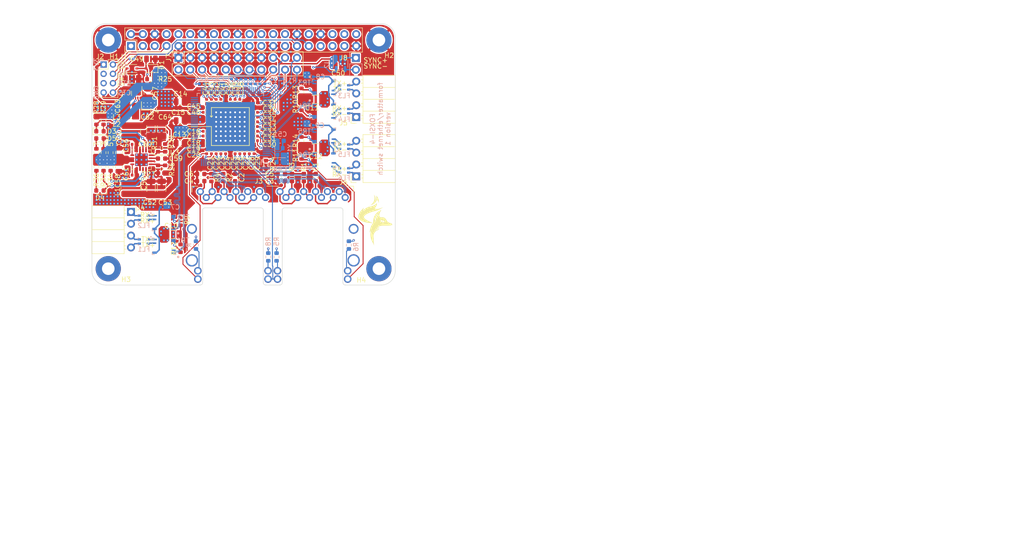
<source format=kicad_pcb>
(kicad_pcb (version 20211014) (generator pcbnew)
  (title_block (title "Formatter Ethernet Switch") (date "2022-10-15") (rev "1") (company "FOXSI-4 Sounding Rocket") (comment 1 "Designer: Athanasios Pantazides"))
  (layers (0 "F.Cu" signal) (1 "In1.Cu" signal) (2 "In2.Cu" signal) (31 "B.Cu" signal) (34 "B.Paste" user) (35 "F.Paste" user) (36 "B.SilkS" user "B.Silkscreen") (37 "F.SilkS" user "F.Silkscreen") (38 "B.Mask" user) (39 "F.Mask" user) (44 "Edge.Cuts" user))
  (net 0 "")
  (net 1 "GND")
  (net 2 "+5V")
  (net 3 "Net-(C1-Pad2)")
  (net 4 "Net-(C2-Pad2)")
  (net 5 "Net-(C3-Pad2)")
  (net 6 "Net-(C4-Pad2)")
  (net 7 "+1V2")
  (net 8 "Net-(C5-Pad2)")
  (net 9 "+2V5")
  (net 10 "GNDPWR")
  (net 11 "/phy/TX2_P")
  (net 12 "/phy/TX2_N")
  (net 13 "/phy/RX2_P")
  (net 14 "+3V3")
  (net 15 "/config/XI")
  (net 16 "/config/XO")
  (net 17 "/phy/RX2_N")
  (net 18 "/config/nRST_SWITCH")
  (net 19 "/power/1V2_PG")
  (net 20 "Net-(C6-Pad2)")
  (net 21 "/phy/TX1_P")
  (net 22 "/phy/TX1_N")
  (net 23 "/phy/RX1_P")
  (net 24 "/phy/RX1_N")
  (net 25 "/phy/TX4_P")
  (net 26 "/phy/TX4_N")
  (net 27 "/phy/RX4_P")
  (net 28 "/phy/RX4_N")
  (net 29 "Net-(C7-Pad2)")
  (net 30 "Net-(C8-Pad2)")
  (net 31 "Net-(C9-Pad2)")
  (net 32 "/power/2V5_PG")
  (net 33 "/power/1V2_EN")
  (net 34 "/power/2V5_EN")
  (net 35 "/power/3V3_PG")
  (net 36 "Net-(C10-Pad2)")
  (net 37 "/phy/RX5_N")
  (net 38 "/phy/RX5_P")
  (net 39 "/phy/TX5_N")
  (net 40 "/phy/TX5_P")
  (net 41 "/phy/RX3_N")
  (net 42 "/phy/RX3_P")
  (net 43 "/phy/TX3_N")
  (net 44 "/phy/TX3_P")
  (net 61 "/config/IBA")
  (net 67 "/config/LED4_0")
  (net 68 "/config/LED4_1")
  (net 69 "/config/LED3_0")
  (net 70 "/config/LED3_1")
  (net 71 "/config/SYNC")
  (net 72 "/config/LED2_0")
  (net 73 "/config/LED2_1")
  (net 77 "/config/SPI.SDI")
  (net 78 "/config/SPI.SDO")
  (net 79 "/config/SPI.nCS3")
  (net 80 "/config/SPI.SCK")
  (net 81 "/config/LED5_0")
  (net 82 "/config/LED5_1")
  (net 83 "/config/LED1_0")
  (net 84 "/config/LED1_1")
  (net 85 "Net-(C11-Pad2)")
  (net 86 "Net-(C12-Pad2)")
  (net 87 "/phy/RTS0{slash}1")
  (net 88 "Net-(C55-Pad1)")
  (net 89 "Net-(C59-Pad1)")
  (net 90 "Net-(C60-Pad1)")
  (net 91 "Net-(C60-Pad2)")
  (net 92 "Net-(D2-Pad1)")
  (net 93 "Net-(FL1-Pad1)")
  (net 94 "/phy/JRX5_P")
  (net 95 "Net-(D4-Pad2)")
  (net 96 "Net-(D5-Pad2)")
  (net 105 "Net-(FL2-Pad1)")
  (net 106 "Net-(FL4-Pad1)")
  (net 107 "Net-(FL6-Pad1)")
  (net 108 "/phy/JRX5_N")
  (net 109 "/phy/JTX5_P")
  (net 110 "/phy/JTX5_N")
  (net 111 "/phy/JRX1_P")
  (net 118 "Net-(D3-Pad2)")
  (net 120 "/phy/JRX1_N")
  (net 121 "Net-(FL1-Pad4)")
  (net 122 "/phy/JTX1_P")
  (net 123 "/phy/JTX1_N")
  (net 124 "Net-(FL2-Pad4)")
  (net 125 "Net-(FL3-Pad1)")
  (net 126 "/phy/JRX4_P")
  (net 127 "/phy/JRX4_N")
  (net 128 "Net-(FL3-Pad4)")
  (net 129 "/phy/JTX4_P")
  (net 130 "/phy/JTX4_N")
  (net 136 "/phy/CTS0{slash}1")
  (net 137 "/config/SYNC+")
  (net 138 "/config/SYNC-")
  (net 139 "/phy/TIMEPIX_TX")
  (net 141 "Net-(C55-Pad2)")
  (net 147 "Net-(J3-PadL1A)")
  (net 148 "Net-(FL5-Pad1)")
  (net 149 "Net-(FL5-Pad4)")
  (net 150 "Net-(FL6-Pad4)")
  (net 151 "Net-(J3-PadL1B)")
  (net 152 "Net-(FL4-Pad4)")
  (net 153 "Net-(J3-PadL3A)")
  (net 154 "Net-(J3-PadL3B)")
  (net 155 "Net-(J3-PadP7A)")
  (net 156 "Net-(J3-PadP7B)")
  (net 157 "Net-(J3-PadP10A)")
  (net 158 "Net-(J3-PadP10B)")
  (net 159 "Net-(J7-Pad2)")
  (net 160 "Net-(J7-Pad4)")
  (net 161 "Net-(J7-Pad6)")
  (net 162 "Net-(J7-Pad8)")
  (net 163 "Net-(J7-Pad10)")
  (net 164 "Net-(J7-Pad12)")
  (net 165 "Net-(J7-Pad14)")
  (net 166 "Net-(J7-Pad16)")
  (net 167 "Net-(J7-Pad18)")
  (net 168 "Net-(L3-Pad1)")
  (net 169 "Net-(R9-Pad1)")
  (net 170 "Net-(R10-Pad1)")
  (net 171 "/phy/TIMEPIX_RX")
  (net 172 "/phy/TIMEPIX_RTS")
  (net 173 "/phy/TIMEPIX_CTS")
  (net 174 "Net-(R14-Pad1)")
  (net 175 "Net-(R11-Pad1)")
  (net 176 "Net-(R26-Pad1)")
  (net 177 "Net-(R12-Pad1)")
  (net 178 "Net-(R13-Pad1)")
  (net 179 "Net-(R24-Pad1)")
  (net 180 "Net-(R30-Pad2)")
  (footprint "Capacitor_SMD:C_0402_1005Metric" (layer "F.Cu") (at 94.488 87.884 -90)
    (fp_text reference "C24")
    (fp_text value "0.1µF")
  )
  (footprint "Capacitor_SMD:C_1206_3216Metric" (layer "F.Cu") (at 78.486 83.058 90)
    (fp_text reference "C62")
    (fp_text value "22µF")
  )
  (footprint "Capacitor_SMD:C_1206_3216Metric" (layer "F.Cu") (at 80.772 83.058 90)
    (fp_text reference "C64")
    (fp_text value "22µF")
  )
  (footprint "Resistor_SMD:R_1206_3216Metric" (layer "F.Cu") (at 74.422 72.39)
    (fp_text reference "SW1")
    (fp_text value "SW_Push")
  )
  (footprint "Resistor_SMD:R_0603_1608Metric" (layer "F.Cu") (at 84.836 108.649 90)
    (fp_text reference "R12")
    (fp_text value "75Ω")
  )
  (footprint "Resistor_SMD:R_0603_1608Metric" (layer "F.Cu") (at 110.744 78.232 90)
    (fp_text reference "R10")
    (fp_text value "75Ω")
  )
  (footprint "Capacitor_SMD:C_0402_1005Metric" (layer "F.Cu") (at 90.17 79.502 180)
    (fp_text reference "C46")
    (fp_text value "0.1µF")
  )
  (footprint "Package_DFN_QFN:Texas_S-PVQFN-N16_EP2.7x2.7mm" (layer "F.Cu") (at 76.454 89.662)
    (fp_text reference "U3")
    (fp_text value "TPS54294")
  )
  (footprint "Capacitor_SMD:C_0805_2012Metric" (layer "F.Cu") (at 84.836 77.216)
    (fp_text reference "C14")
    (fp_text value "10µF")
  )
  (footprint "Package_SON:WSON-8-1EP_2x2mm_P0.5mm_EP0.9x1.6mm" (layer "F.Cu") (at 75.438 75.438 -90)
    (fp_text reference "U4")
    (fp_text value "TPS62082")
  )
  (footprint "Capacitor_SMD:C_0805_2012Metric" (layer "F.Cu") (at 73.152 75.438 -90)
    (fp_text reference "C63")
    (fp_text value "22µF")
  )
  (footprint "Resistor_SMD:R_0603_1608Metric" (layer "F.Cu") (at 68.326 91.186 -90)
    (fp_text reference "R32")
    (fp_text value "4.7kΩ")
  )
  (footprint "Resistor_SMD:R_0603_1608Metric" (layer "F.Cu") (at 91.44 93.472 90)
    (fp_text reference "R4")
    (fp_text value "75Ω")
  )
  (footprint "Capacitor_SMD:C_0603_1608Metric" (layer "F.Cu") (at 113.792 93.472 -90)
    (fp_text reference "C1")
    (fp_text value "0.1µF")
  )
  (footprint "Capacitor_SMD:C_0402_1005Metric" (layer "F.Cu") (at 100.584 87.884 -90)
    (fp_text reference "C29")
    (fp_text value "0.1µF")
  )
  (footprint "Capacitor_SMD:C_0402_1005Metric" (layer "F.Cu") (at 92.456 77.216 90)
    (fp_text reference "C42")
    (fp_text value "0.1µF")
  )
  (footprint "Connector_PinSocket_2.54mm:PinSocket_1x04_P2.54mm_Horizontal_SolderCup" (layer "F.Cu") (at 122.471993 93.218 180)
    (fp_text reference "J6")
    (fp_text value "Conn_01x04")
  )
  (footprint "Capacitor_SMD:C_1206_3216Metric" (layer "F.Cu") (at 113.792 76.708 180)
    (fp_text reference "C11")
    (fp_text value "1000pF 2kV")
  )
  (footprint "Capacitor_SMD:C_1206_3216Metric" (layer "F.Cu") (at 113.792 87.122 180)
    (fp_text reference "C12")
    (fp_text value "1000pF 2kV")
  )
  (footprint "Resistor_SMD:R_0603_1608Metric" (layer "F.Cu") (at 103.124 90.678 -90)
    (fp_text reference "R24")
    (fp_text value "6.04kΩ 1%")
  )
  (footprint "Connector_PinHeader_2.00mm:PinHeader_2x04_P2.00mm_Vertical" (layer "F.Cu") (at 68.342002 69.258002)
    (fp_text reference "J2")
    (fp_text value "Conn_02x04_Odd_Even")
  )
  (footprint "Resistor_SMD:R_0603_1608Metric" (layer "F.Cu") (at 81.534 87.122 -90)
    (fp_text reference "R30")
    (fp_text value "50kΩ 1%")
  )
  (footprint "Capacitor_SMD:C_0402_1005Metric" (layer "F.Cu") (at 100.838 83.566)
    (fp_text reference "C32")
    (fp_text value "0.1µF")
  )
  (footprint "Capacitor_SMD:C_0402_1005Metric" (layer "F.Cu") (at 92.456 87.884 -90)
    (fp_text reference "C22")
    (fp_text value "0.1µF")
  )
  (footprint "Capacitor_SMD:C_0805_2012Metric" (layer "F.Cu") (at 78.486 68.072)
    (fp_text reference "C49")
    (fp_text value "10µF")
  )
  (footprint "Capacitor_SMD:C_1206_3216Metric" (layer "F.Cu") (at 80.772 95.758 -90)
    (fp_text reference "C53")
    (fp_text value "22µF")
  )
  (footprint "Capacitor_SMD:C_0402_1005Metric" (layer "F.Cu") (at 90.17 83.566 180)
    (fp_text reference "C16")
    (fp_text value "0.1µF")
  )
  (footprint "Capacitor_SMD:C_0402_1005Metric" (layer "F.Cu") (at 73.152 90.678 90)
    (fp_text reference "C61")
    (fp_text value "0.1µF")
  )
  (footprint "Capacitor_SMD:C_0402_1005Metric" (layer "F.Cu") (at 90.424 87.884 -90)
    (fp_text reference "C20")
    (fp_text value "0.1µF")
  )
  (footprint "Inductor_SMD:L_Wuerth_MAPI-3020" (layer "F.Cu") (at 74.168 79.248 180)
    (fp_text reference "L3")
    (fp_text value "1 µH")
  )
  (footprint "Capacitor_SMD:C_0402_1005Metric" (layer "F.Cu") (at 98.552 87.884 -90)
    (fp_text reference "C27")
    (fp_text value "0.1µF")
  )
  (footprint "Resistor_SMD:R_0603_1608Metric" (layer "F.Cu") (at 110.744 75.184 -90)
    (fp_text reference "R13")
    (fp_text value "75Ω")
  )
  (footprint "Resistor_SMD:R_0603_1608Metric" (layer "F.Cu") (at 80.01 91.694 90)
    (fp_text reference "R27")
    (fp_text value "22kΩ 1%")
  )
  (footprint "Capacitor_SMD:C_0402_1005Metric" (layer "F.Cu") (at 90.17 84.582 180)
    (fp_text reference "C17")
    (fp_text value "0.1µF")
  )
  (footprint "Resistor_SMD:R_0603_1608Metric" (layer "F.Cu") (at 66.802 81.28 90)
    (fp_text reference "R28")
    (fp_text value "180 kΩ")
  )
  (footprint "Capacitor_SMD:C_0402_1005Metric" (layer "F.Cu") (at 118.618 69.85 180)
    (fp_text reference "C50")
    (fp_text value "0.1µF")
  )
  (footprint "Capacitor_SMD:C_0402_1005Metric" (layer "F.Cu") (at 100.838 85.573997)
    (fp_text reference "C30")
    (fp_text value "0.1µF")
  )
  (footprint "Resistor_SMD:R_0603_1608Metric" (layer "F.Cu") (at 80.01 87.122 90)
    (fp_text reference "R31")
    (fp_text value "22kΩ 1%")
  )
  (footprint "Capacitor_SMD:C_0402_1005Metric" (layer "F.Cu") (at 91.44 77.216 90)
    (fp_text reference "C43")
    (fp_text value "0.1µF")
  )
  (footprint "Capacitor_SMD:C_1206_3216Metric" (layer "F.Cu") (at 78.522 95.758 -90)
    (fp_text reference "C52")
    (fp_text value "22µF")
  )
  (footprint "Capacitor_SMD:C_0402_1005Metric" (layer "F.Cu") (at 93.472 87.884 -90)
    (fp_text reference "C23")
    (fp_text value "0.1µF")
  )
  (footprint "Resistor_SMD:R_0603_1608Metric" (layer "F.Cu") (at 68.326 81.28 -90)
    (fp_text reference "R29")
    (fp_text value "500Ω")
  )
  (footprint "Capacitor_SMD:C_0402_1005Metric" (layer "F.Cu") (at 100.838 79.502)
    (fp_text reference "C36")
    (fp_text value "0.1µF")
  )
  (footprint "Inductor_SMD:L_Wuerth_MAPI-4030" (layer "F.Cu") (at 74.168 83.566 90)
    (fp_text reference "L2")
    (fp_text value "4.7 µH")
  )
  (footprint "Capacitor_SMD:C_0402_1005Metric" (layer "F.Cu") (at 100.838 81.534)
    (fp_text reference "C34")
    (fp_text value "0.1µF")
  )
  (footprint "Capacitor_SMD:C_0805_2012Metric" (layer "F.Cu") (at 84.836 81.28)
    (fp_text reference "C15")
    (fp_text value "22µF")
  )
  (footprint "LOGO" (layer "F.Cu") (at 121.105329 102.729956)
    (fp_text reference "G***" hide)
    (fp_text value "LOGO" hide)
  )
  (footprint "Capacitor_SMD:C_0402_1005Metric" (layer "F.Cu") (at 74.93 92.964)
    (fp_text reference "C55")
    (fp_text value "0.1µF")
  )
  (footprint "Resistor_SMD:R_0603_1608Metric" (layer "F.Cu") (at 81.534 91.694 -90)
    (fp_text reference "R26")
    (fp_text value "12.6kΩ 1%")
  )
  (footprint "Connector_PinSocket_2.54mm:PinSocket_2x11_P2.54mm_Vertical" (layer "F.Cu") (at 84.371993 67.818 90)
    (fp_text reference "J7")
    (fp_text value "Conn_02x11_Odd_Even")
  )
  (footprint "Resistor_SMD:R_0603_1608Metric" (layer "F.Cu") (at 108.712 93.472 90)
    (fp_text reference "R3")
    (fp_text value "75Ω")
  )
  (footprint "Capacitor_SMD:C_0402_1005Metric" (layer "F.Cu") (at 73.152 88.674 -90)
    (fp_text reference "C56")
    (fp_text value "0.1µF")
  )
  (footprint "Capacitor_SMD:C_0402_1005Metric" (layer "F.Cu") (at 96.52 77.216 90)
    (fp_text reference "C39")
    (fp_text value "0.1µF")
  )
  (footprint "Resistor_SMD:R_0603_1608Metric" (layer "F.Cu") (at 110.744 85.598 -90)
    (fp_text reference "R14")
    (fp_text value "75Ω")
  )
  (footprint "Capacitor_SMD:C_0805_2012Metric" (layer "F.Cu") (at 84.836 86.106)
    (fp_text reference "C13")
    (fp_text value "22µF")
  )
  (footprint "Diode_SMD:D_SOD-323" (layer "F.Cu") (at 78.486 70.104 180)
    (fp_text reference "D1")
    (fp_text value "1N4148")
  )
  (footprint "Capacitor_SMD:C_1206_3216Metric" (layer "F.Cu") (at 83.058 105.664)
    (fp_text reference "C10")
    (fp_text value "1000pF 2kV")
  )
  (footprint "Capacitor_SMD:C_0805_2012Metric" (layer "F.Cu") (at 71.628 88.138 -90)
    (fp_text reference "C54")
    (fp_text value "10µF")
  )
  (footprint "Resistor_SMD:R_0603_1608Metric" (layer "F.Cu") (at 69.85 88.138 90)
    (fp_text reference "R35" hide)
    (fp_text value "4.7kΩ")
  )
  (footprint "Resistor_SMD:R_0603_1608Metric" (layer "F.Cu") (at 68.326 88.138 90)
    (fp_text reference "R33" hide)
    (fp_text value "4.7kΩ")
  )
  (footprint "Capacitor_SMD:C_0402_1005Metric" (layer "F.Cu") (at 99.568 87.884 -90)
    (fp_text reference "C28")
    (fp_text value "0.1µF")
  )
  (footprint "Capacitor_SMD:C_0402_1005Metric" (layer "F.Cu") (at 90.424 77.216 90)
    (fp_text reference "C44")
    (fp_text value "0.1µF")
  )
  (footprint "Connector_PinSocket_2.54mm:PinSocket_1x04_P2.54mm_Horizontal_SolderCup" (layer "F.Cu") (at 74.211993 100.838)
    (fp_text reference "J4")
    (fp_text value "Conn_01x04")
  )
  (footprint "Capacitor_SMD:C_0402_1005Metric" (layer "F.Cu") (at 97.536 77.216 90)
    (fp_text reference "C38")
    (fp_text value "0.1µF")
  )
  (footprint "Capacitor_SMD:C_0402_1005Metric" (layer "F.Cu") (at 90.17 78.486 180)
    (fp_text reference "C45")
    (fp_text value "0.1µF")
  )
  (footprint "Capacitor_SMD:C_0402_1005Metric" (layer "F.Cu") (at 90.17 85.598 180)
    (fp_text reference "C18")
    (fp_text value "0.1µF")
  )
  (footprint "Capacitor_SMD:C_0805_2012Metric" (layer "F.Cu") (at 77.724 75.438 -90)
    (fp_text reference "C57")
    (fp_text value "10µF")
  )
  (footprint "Connector_PinHeader_2.54mm:PinHeader_2x20_P2.54mm_Vertical" (layer "F.Cu") (at 74.212 65.278 90)
    (fp_text reference "J1")
    (fp_text value "Conn_02x20_Odd_Even")
  )
  (footprint "Capacitor_SMD:C_0805_2012Metric" (layer "F.Cu") (at 71.628 91.186 90)
    (fp_text reference "C58")
    (fp_text value "10µF")
  )
  (footprint "Capacitor_SMD:C_0402_1005Metric" (layer "F.Cu") (at 97.536 87.884 -90)
    (fp_text reference "C26")
    (fp_text value "0.1µF")
  )
  (footprint "Capacitor_SMD:C_0603_1608Metric" (layer "F.Cu") (at 96.52 93.472 -90)
    (fp_text reference "C2")
    (fp_text value "0.1µF")
  )
  (footprint "Capacitor_SMD:C_0402_1005Metric" (layer "F.Cu") (at 90.17 86.614 180)
    (fp_text reference "C19")
    (fp_text value "0.1µF")
  )
  (footprint "Diode_SMD:D_0603_1608Metric" (layer "F.Cu") (at 67.564 85.09 180)
    (fp_text reference "D5")
    (fp_text value "R")
  )
  (footprint "Capacitor_SMD:C_0402_1005Metric" (layer "F.Cu") (at 100.838 84.582)
    (fp_text reference "C31")
    (fp_text value "0.1µF")
  )
  (footprint "Capacitor_SMD:C_0402_1005Metric" (layer "F.Cu") (at 95.504 77.216 90)
    (fp_text reference "C40")
    (fp_text value "0.1µF")
  )
  (footprint "Capacitor_SMD:C_0603_1608Metric" (layer "F.Cu") (at 106.426 92.71)
    (fp_text reference "C5")
    (fp_text value "0.1µF")
  )
  (footprint "Capacitor_SMD:C_0402_1005Metric" (layer "F.Cu") (at 91.44 87.884 -90)
    (fp_text reference "C21")
    (fp_text value "0.1µF")
  )
  (footprint "Resistor_SMD:R_0603_1608Metric" (layer "F.Cu") (at 93.98 93.472 90)
    (fp_text reference "R2")
    (fp_text value "75Ω")
  )
  (footprint "Connector_PinSocket_2.54mm:PinSocket_1x04_P2.54mm_Horizontal_SolderCup" (layer "F.Cu") (at 122.471993 80.518 180)
    (fp_text reference "J5")
    (fp_text value "Conn_01x04")
  )
  (footprint "Capacitor_SMD:C_0402_1005Metric" (layer "F.Cu") (at 100.838 80.518)
    (fp_text reference "C35")
    (fp_text value "0.1µF")
  )
  (footprint "Capacitor_SMD:C_0402_1005Metric" (layer "F.Cu") (at 93.472 77.216 90)
    (fp_text reference "C41")
    (fp_text value "0.1µF")
  )
  (footprint "MountingHole:MountingHole_2.7mm_Pad" (layer "F.Cu") (at 69.342 64.008)
    (fp_text reference "H1")
    (fp_text value "MountingHole_Pad")
  )
  (footprint "Resistor_SMD:R_0603_1608Metric" (layer "F.Cu") (at 66.802 91.186 -90)
    (fp_text reference "R36")
    (fp_text value "500Ω")
  )
  (footprint "Resistor_SMD:R_0603_1608Metric" (layer "F.Cu") (at 78.486 72.39)
    (fp_text reference "R25")
    (fp_text value "10kΩ")
  )
  (footprint "Resistor_SMD:R_0603_1608Metric" (layer "F.Cu") (at 111.252 93.472 90)
    (fp_text reference "R1")
    (fp_text value "75Ω")
  )
  (footprint "Resistor_SMD:R_0603_1608Metric" (layer "F.Cu") (at 84.836 102.87 -90)
    (fp_text reference "R9")
    (fp_text value "75Ω")
  )
  (footprint "Inductor_SMD:L_Wuerth_MAPI-4030" (layer "F.Cu") (at 74.168 95.758 90)
    (fp_text reference "L1")
    (fp_text value "4.7 µH")
  )
  (footprint "MountingHole:MountingHole_2.7mm_Pad" (layer "F.Cu") (at 127.342 64.008)
    (fp_text reference "H2")
    (fp_text value "MountingHole_Pad")
  )
  (footprint "Diode_SMD:D_0603_1608Metric" (layer "F.Cu") (at 67.564 83.566)
    (fp_text reference "D3")
    (fp_text value "R")
  )
  (footprint "Diode_SMD:D_0603_1608Metric" (layer "F.Cu") (at 67.564 96.266 180)
    (fp_text reference "D4")
    (fp_text value "R")
  )
  (footprint "Capacitor_SMD:C_0402_1005Metric" (layer "F.Cu") (at 100.810009 82.55)
    (fp_text reference "C33")
    (fp_text value "0.1µF")
  )
  (footprint "Capacitor_SMD:C_0402_1005Metric" (layer "F.Cu") (at 100.838 77.47)
    (fp_text reference "C37")
    (fp_text value "0.1µF")
  )
  (footprint "Capacitor_SMD:C_0402_1005Metric" (layer "F.Cu") (at 74.93 86.36 180)
    (fp_text reference "C60")
    (fp_text value "0.1µF")
  )
  (footprint "Connector_RJ:RJ45_Amphenol_RJMG212S21130ER-02" (layer "F.Cu") (at 104.592 97.758)
    (fp_text reference "J3")
    (fp_text value "RJ45_Amphenol_RJMG212S21130ER")
  )
  (footprint "MountingHole:MountingHole_2.7mm_Pad" (layer "F.Cu") (at 69.342 113.008)
    (fp_text reference "H3")
    (fp_text value "MountingHole_Pad")
  )
  (footprint "Resistor_SMD:R_0603_1608Metric" (layer "F.Cu") (at 110.744 88.646 90)
    (fp_text reference "R11")
    (fp_text value "75Ω")
  )
  (footprint "MountingHole:MountingHole_2.7mm_Pad" (layer "F.Cu") (at 127.342 113.008)
    (fp_text reference "H4")
    (fp_text value "MountingHole_Pad")
  )
  (footprint "Capacitor_SMD:C_0402_1005Metric" (layer "F.Cu") (at 96.52 87.884 -90)
    (fp_text reference "C25")
    (fp_text value "0.1µF")
  )
  (footprint "Capacitor_SMD:C_0603_1608Metric" (layer "F.Cu") (at 89.154 92.71)
    (fp_text reference "C6")
    (fp_text value "0.1µF")
  )
  (footprint "Diode_SMD:D_SOD-323" (layer "F.Cu") (at 74.422 70.104)
    (fp_text reference "D2")
    (fp_text value "1N4148")
  )
  (footprint "Resistor_SMD:R_0603_1608Metric" (layer "F.Cu") (at 66.802 88.138 90)
    (fp_text reference "R37" hide)
    (fp_text value "500Ω")
  )
  (footprint "Capacitor_SMD:C_0603_1608Metric" (layer "F.Cu") (at 89.154 94.234)
    (fp_text reference "C4")
    (fp_text value "0.1µF")
  )
  (footprint "Capacitor_SMD:C_0603_1608Metric" (layer "F.Cu") (at 106.426 94.234)
    (fp_text reference "C3")
    (fp_text value "0.1µF")
  )
  (footprint "Resistor_SMD:R_0603_1608Metric" (layer "F.Cu") (at 69.85 91.186 -90)
    (fp_text reference "R34")
    (fp_text value "4.7kΩ")
  )
  (footprint "Capacitor_SMD:C_0603_1608Metric" (layer "F.Cu") (at 80.772 89.408)
    (fp_text reference "C59")
    (fp_text value "1µF")
  )
  (footprint "Filter:Filter_Bourns_SRF2012A-801Y" (layer "B.Cu") (at 76.962 107.188 180)
    (fp_text reference "FL1")
    (fp_text value "Choke")
  )
  (footprint "Transformer_SMD:Bourns_SM453229-381N7Y" (layer "B.Cu") (at 115.57 84.582)
    (fp_text reference "TR5")
    (fp_text value "Bourns_SM453229-381N7Y")
  )
  (footprint "Capacitor_SMD:C_0402_1005Metric" (layer "B.Cu") (at 81.026 99.822 180)
    (fp_text reference "C7")
    (fp_text value "0.1µF")
  )
  (footprint "Resistor_SMD:R_0402_1005Metric" (layer "B.Cu") (at 98.806 72.898 -90)
    (fp_text reference "R18" hide)
    (fp_text value "1kΩ")
  )
  (footprint "Resistor_SMD:R_0402_1005Metric" (layer "B.Cu") (at 99.822 72.898 -90)
    (fp_text reference "R19" hide)
    (fp_text value "1kΩ")
  )
  (footprint "Capacitor_SMD:C_0402_1005Metric" (layer "B.Cu") (at 92.71 73.406 180)
    (fp_text reference "C47")
    (fp_text value "0.1µF")
  )
  (footprint "Filter:Filter_Bourns_SRF2012A-801Y" (layer "B.Cu") (at 119.888 79.248)
    (fp_text reference "FL4")
    (fp_text value "Choke")
  )
  (footprint "Transformer_SMD:Bourns_SM453229-381N7Y" (layer "B.Cu") (at 115.57 74.168)
    (fp_text reference "TR3")
    (fp_text value "Bourns_SM453229-381N7Y")
  )
  (footprint "Resistor_SMD:R_0402_1005Metric" (layer "B.Cu") (at 89.408 73.406)
    (fp_text reference "R23")
    (fp_text value "4.7kΩ")
  )
  (footprint "Resistor_SMD:R_0603_1608Metric" (layer "B.Cu") (at 103.632 110.49 90)
    (fp_text reference "R8")
    (fp_text value "150Ω")
  )
  (footprint "Package_QFP:TQFP-128-1EP_14x14mm_P0.4mm" (layer "B.Cu") (at 95.504 82.55 90)
    (fp_text reference "U1")
    (fp_text value "KSZ8567S")
  )
  (footprint "Resistor_SMD:R_0603_1608Metric" (layer "B.Cu") (at 88.138 107.95 90)
    (fp_text reference "R7")
    (fp_text value "150Ω")
  )
  (footprint "Resistor_SMD:R_0402_1005Metric" (layer "B.Cu") (at 97.79 72.898 -90)
    (fp_text reference "R17" hide)
    (fp_text value "1kΩ")
  )
  (footprint "Capacitor_SMD:C_0402_1005Metric" (layer "B.Cu") (at 112.776 82.296)
    (fp_text reference "C9")
    (fp_text value "0.1µF")
  )
  (footprint "Connector_PinSocket_2.54mm:PinSocket_1x02_P2.54mm_Vertical" (layer "B.Cu") (at 122.403006 67.83799 180)
    (fp_text reference "J8")
    (fp_text value "Conn_01x02")
  )
  (footprint "Filter:Filter_Bourns_SRF2012A-801Y" (layer "B.Cu") (at 76.962 102.108 180)
    (fp_text reference "FL2")
    (fp_text value "Choke")
  )
  (footprint "Capacitor_SMD:C_0603_1608Metric" (layer "B.Cu") (at 106.172 90.17 180)
    (fp_text reference "C48")
    (fp_text value "33pF 5%")
  )
  (footprint "Crystal:Crystal_SMD_2016-4Pin_2.0x1.6mm" (layer "B.Cu") (at 106.172 87.884 90)
    (fp_text reference "Y1")
    (fp_text value "25 MHz")
  )
  (footprint "Filter:Filter_Bourns_SRF2012A-801Y" (layer "B.Cu") (at 119.888 86.868)
    (fp_text reference "FL5")
    (fp_text value "Choke")
  )
  (footprint "Resistor_SMD:R_0402_1005Metric" (layer "B.Cu") (at 96.774 72.898 -90)
    (fp_text reference "R16" hide)
    (fp_text value "1kΩ")
  )
  (footprint "Transformer_SMD:Bourns_SM453229-381N7Y" (layer "B.Cu") (at 115.57 89.662)
    (fp_text reference "TR6")
    (fp_text value "Bourns_SM453229-381N7Y")
  )
  (footprint "Resistor_SMD:R_0402_1005Metric" (layer "B.Cu") (at 100.838 72.898 -90)
    (fp_text reference "R20" hide)
    (fp_text value "1kΩ")
  )
  (footprint "Transformer_SMD:Bourns_SM453229-381N7Y" (layer "B.Cu") (at 81.28 108.204 180)
    (fp_text reference "TR1")
    (fp_text value "Bourns_SM453229-381N7Y")
  )
  (footprint "Resistor_SMD:R_0402_1005Metric" (layer "B.Cu") (at 95.758 72.898 -90)
    (fp_text reference "R15" hide)
    (fp_text value "1kΩ")
  )
  (footprint "Capacitor_SMD:C_0402_1005Metric" (layer "B.Cu") (at 112.776 71.882)
    (fp_text reference "C8")
    (fp_text value "0.1µF")
  )
  (footprint "Resistor_SMD:R_0402_1005Metric" (layer "B.Cu") (at 101.854 72.898 -90)
    (fp_text reference "R21" hide)
    (fp_text value "1kΩ")
  )
  (footprint "Filter:Filter_Bourns_SRF2012A-801Y" (layer "B.Cu") (at 119.888 74.168)
    (fp_text reference "FL3")
    (fp_text value "Choke")
  )
  (footprint "Resistor_SMD:R_0603_1608Metric" (layer "B.Cu") (at 120.904 107.95 90)
    (fp_text reference "R6")
    (fp_text value "150Ω")
  )
  (footprint "Resistor_SMD:R_0402_1005Metric" (layer "B.Cu") (at 102.87 72.898 -90)
    (fp_text reference "R22" hide)
    (fp_text value "1kΩ")
  )
  (footprint "Capacitor_SMD:C_0603_1608Metric" (layer "B.Cu") (at 106.172 85.598)
    (fp_text reference "C51")
    (fp_text value "33pF 5%")
  )
  (footprint "Filter:Filter_Bourns_SRF2012A-801Y" (layer "B.Cu") (at 119.888 91.948)
    (fp_text reference "FL6")
    (fp_text value "Choke")
  )
  (footprint "Transformer_SMD:Bourns_SM453229-381N7Y" (layer "B.Cu") (at 115.57 79.248)
    (fp_text reference "TR4")
    (fp_text value "Bourns_SM453229-381N7Y")
  )
  (footprint "Transformer_SMD:Bourns_SM453229-381N7Y" (layer "B.Cu") (at 81.28 103.124 180)
    (fp_text reference "TR2")
    (fp_text value "Bourns_SM453229-381N7Y")
  )
  (footprint "Package_TO_SOT_SMD:SOT-23-5" (layer "B.Cu") (at 119.126 69.088 -90)
    (fp_text reference "U2")
    (fp_text value "DS90LT012AQMFE/NOPB")
  )
  (footprint "Resistor_SMD:R_0603_1608Metric" (layer "B.Cu") (at 105.41 110.49 90)
    (fp_text reference "R5")
    (fp_text value "150Ω")
  )
  (gr_line (start 95.123 71.755) (end 109.474 71.755) (layer "B.SilkS") (width 0.15))
  (gr_line (start 95.123 73.66) (end 95.123 71.755) (layer "B.SilkS") (width 0.15))
  (gr_line (start 91.44 78.486) (end 91.44 80.518) (layer "F.SilkS") (width 0.15))
  (gr_line (start 79.248 88.646) (end 78.74 88.138) (layer "F.SilkS") (width 0.15))
  (gr_line (start 82.296 88.646) (end 79.248 88.646) (layer "F.SilkS") (width 0.15))
  (gr_line (start 99.568 86.614) (end 99.568 78.486) (layer "F.SilkS") (width 0.15))
  (gr_line (start 82.296 87.63) (end 82.296 88.646) (layer "F.SilkS") (width 0.15))
  (gr_line (start 91.44 80.518) (end 91.694 80.264) (layer "F.SilkS") (width 0.15))
  (gr_line (start 78.232 78.994) (end 76.454 78.994) (layer "F.SilkS") (width 0.15))
  (gr_line (start 91.44 86.614) (end 99.568 86.614) (layer "F.SilkS") (width 0.15))
  (gr_line (start 91.44 80.518) (end 91.186 80.264) (layer "F.SilkS") (width 0.15))
  (gr_line (start 76.454 78.994) (end 76.454 77.216) (layer "F.SilkS") (width 0.15))
  (gr_line (start 99.568 78.486) (end 91.44 78.486) (layer "F.SilkS") (width 0.15))
  (gr_line (start 71.628 76.708) (end 72.39 75.946) (layer "F.SilkS") (width 0.15))
  (gr_line (start 91.44 82.55) (end 91.44 86.614) (layer "F.SilkS") (width 0.15))
  (gr_line (start 86.36 82.55) (end 91.44 82.55) (layer "F.SilkS") (width 0.15))
  (gr_arc locked (start 106.622 116.008) (mid 106.475553 116.361553) (end 106.122 116.508) (layer "Edge.Cuts") (width 0.1))
  (gr_arc locked (start 65.842 63.508) (mid 66.72068 61.38668) (end 68.842 60.508) (layer "Edge.Cuts") (width 0.1))
  (gr_arc locked (start 119.127 99.968) (mid 119.480553 100.114447) (end 119.627 100.468) (layer "Edge.Cuts") (width 0.1))
  (gr_arc locked (start 102.062 99.968) (mid 102.415553 100.114447) (end 102.562 100.468) (layer "Edge.Cuts") (width 0.1))
  (gr_line locked (start 102.562 100.468) (end 102.562 116.008) (layer "Edge.Cuts") (width 0.1))
  (gr_line locked (start 119.627 100.468) (end 119.627 116.008) (layer "Edge.Cuts") (width 0.1))
  (gr_arc locked (start 130.842 113.508) (mid 129.96332 115.62932) (end 127.842 116.508) (layer "Edge.Cuts") (width 0.1))
  (gr_arc locked (start 106.622 100.468) (mid 106.768447 100.114447) (end 107.122 99.968) (layer "Edge.Cuts") (width 0.1))
  (gr_line locked (start 127.842 116.508) (end 120.127 116.508) (layer "Edge.Cuts") (width 0.1))
  (gr_arc locked (start 68.842 116.508) (mid 66.72068 115.62932) (end 65.842 113.508) (layer "Edge.Cuts") (width 0.1))
  (gr_line locked (start 130.842 63.508) (end 130.842 113.508) (layer "Edge.Cuts") (width 0.1))
  (gr_line locked (start 68.842 116.508) (end 89.057 116.508) (layer "Edge.Cuts") (width 0.1))
  (gr_line locked (start 107.122 99.968) (end 119.127 99.968) (layer "Edge.Cuts") (width 0.1))
  (gr_line locked (start 68.842 60.508) (end 127.842 60.508) (layer "Edge.Cuts") (width 0.1))
  (gr_line locked (start 89.557 116.008) (end 89.557 100.468) (layer "Edge.Cuts") (width 0.1))
  (gr_line locked (start 65.842 63.508) (end 65.842 113.508) (layer "Edge.Cuts") (width 0.1))
  (gr_arc locked (start 89.557 100.468) (mid 89.703447 100.114447) (end 90.057 99.968) (layer "Edge.Cuts") (width 0.1))
  (gr_arc locked (start 103.062 116.508) (mid 102.708447 116.361553) (end 102.562 116.008) (layer "Edge.Cuts") (width 0.1))
  (gr_line locked (start 90.057 99.968) (end 102.062 99.968) (layer "Edge.Cuts") (width 0.1))
  (gr_arc locked (start 127.842 60.508) (mid 129.96332 61.38668) (end 130.842 63.508) (layer "Edge.Cuts") (width 0.1))
  (gr_arc locked (start 120.127 116.508) (mid 119.773447 116.361553) (end 119.627 116.008) (layer "Edge.Cuts") (width 0.1))
  (gr_arc locked (start 89.557 116.008) (mid 89.410553 116.361553) (end 89.057 116.508) (layer "Edge.Cuts") (width 0.1))
  (gr_line locked (start 103.062 116.508) (end 106.122 116.508) (layer "Edge.Cuts") (width 0.1))
  (gr_line locked (start 106.622 116.008) (end 106.622 100.468) (layer "Edge.Cuts") (width 0.1))
  (gr_text "TX" (at 71.501 69.215) (layer "B.SilkS") (effects (font (size 1.016 1.016) (thickness 0.1524)) (justify right mirror)))
  (gr_text "RX" (at 71.501 71.247) (layer "B.SilkS") (effects (font (size 1.016 1.016) (thickness 0.1524)) (justify right mirror)))
  (gr_text "R15-22" (at 106.68 72.644) (layer "B.SilkS") (effects (font (size 1.016 1.016) (thickness 0.1524)) (justify mirror)))
  (gr_text "FOXSI-4\nformatter/ethernet switch\nversion 1" (at 127.635 83.058 90) (layer "B.SilkS") (effects (font (size 1.016 1.016) (thickness 0.1524)) (justify mirror)))
  (gr_text "GND" (at 66.802 75.311 90) (layer "B.SilkS") (effects (font (size 1.016 1.016) (thickness 0.1524)) (justify mirror)))
  (gr_text "CTS" (at 71.374 75.311) (layer "B.SilkS") (effects (font (size 1.016 1.016) (thickness 0.1524)) (justify right mirror)))
  (gr_text "RTS" (at 71.374 73.279) (layer "B.SilkS") (effects (font (size 1.016 1.016) (thickness 0.1524)) (justify right mirror)))
  (gr_text "3V3" (at 66.802 69.215 90) (layer "B.SilkS") (effects (font (size 1.016 1.016) (thickness 0.1524)) (justify mirror)))
  (gr_text "TX+" (at 120.65 86.233) (layer "F.SilkS") (effects (font (size 1.016 1.016) (thickness 0.1524)) (justify right)))
  (gr_text "5" (at 69.85 86.36 90) (layer "F.SilkS") (effects (font (size 1.016 1.016) (thickness 0.1524))))
  (gr_text "SYNC+" (at 123.952 68.326) (layer "F.SilkS") (effects (font (size 1.016 1.016) (thickness 0.1524)) (justify left)))
  (gr_text "RX-" (at 120.65 79.883) (layer "F.SilkS") (effects (font (size 1.016 1.016) (thickness 0.1524)) (justify right)))
  (gr_text "TX+" (at 76.327 107.95) (layer "F.SilkS") (effects (font (size 1.016 1.016) (thickness 0.1524)) (justify left)))
  (gr_text "RX-" (at 76.073 101.473) (layer "F.SilkS") (effects (font (size 1.016 1.016) (thickness 0.1524)) (justify left)))
  (gr_text "SYNC-" (at 123.952 69.596) (layer "F.SilkS") (effects (font (size 1.016 1.016) (thickness 0.1524)) (justify left)))
  (gr_text "RX-" (at 120.65 92.837) (layer "F.SilkS") (effects (font (size 1.016 1.016) (thickness 0.1524)) (justify right)))
  (gr_text "7" (at 66.802 86.36 90) (layer "F.SilkS") (effects (font (size 1.016 1.016) (thickness 0.1524))))
  (gr_text "RX+" (at 76.073 102.743) (layer "F.SilkS") (effects (font (size 1.016 1.016) (thickness 0.1524)) (justify left)))
  (gr_text "3" (at 68.326 86.36 90) (layer "F.SilkS") (effects (font (size 1.016 1.016) (thickness 0.1524))))
  (gr_text "TX-" (at 120.65 87.503) (layer "F.SilkS") (effects (font (size 1.016 1.016) (thickness 0.1524)) (justify right)))
  (gr_text "TX+" (at 120.65 73.279) (layer "F.SilkS") (effects (font (size 1.016 1.016) (thickness 0.1524)) (justify right)))
  (gr_text "TX-" (at 76.327 106.68) (layer "F.SilkS") (effects (font (size 1.016 1.016) (thickness 0.1524)) (justify left)))
  (gr_text "RX+" (at 120.65 91.567) (layer "F.SilkS") (effects (font (size 1.016 1.016) (thickness 0.1524)) (justify right)))
  (gr_text "TX-" (at 120.65 74.549) (layer "F.SilkS") (effects (font (size 1.016 1.016) (thickness 0.1524)) (justify right)))
  (gr_text "RX+" (at 120.65 78.613) (layer "F.SilkS") (effects (font (size 1.016 1.016) (thickness 0.1524)) (justify right)))
  (segment locked (start 119.126 69.822) (end 119.098 69.85) (width 0.3048) (layer "F.Cu") (net 1))
  (segment locked (start 119.126 69.088) (end 119.126 69.822) (width 0.3048) (layer "F.Cu") (net 1))
  (via locked (at 78.994 92.456) (size 0.508) (drill 0.2032) (layers "F.Cu" "B.Cu") (net 1))
  (via locked (at 67.056 78.232) (size 0.508) (drill 0.2032) (layers "F.Cu" "B.Cu") (net 1))
  (via locked (at 70.612 96.774) (size 0.508) (drill 0.2032) (layers "F.Cu" "B.Cu") (net 1))
  (via locked (at 69.85 98.298) (size 0.508) (drill 0.2032) (layers "F.Cu" "B.Cu") (net 1))
  (via locked (at 75.946 98.298) (size 0.508) (drill 0.2032) (layers "F.Cu" "B.Cu") (net 1))
  (via locked (at 107.696 77.47) (size 0.508) (drill 0.2032) (layers "F.Cu" "B.Cu") (net 1))
  (via locked (at 85.344 83.566) (size 0.508) (drill 0.2032) (layers "F.Cu" "B.Cu") (net 1))
  (via locked (at 112.268 81.534) (size 0.508) (drill 0.2032) (layers "F.Cu" "B.Cu") (net 1))
  (via locked (at 68.326 98.298) (size 0.508) (drill 0.2032) (layers "F.Cu" "B.Cu") (net 1))
  (via locked (at 109.982 83.058) (size 0.508) (drill 0.2032) (layers "F.Cu" "B.Cu") (net 1))
  (via locked (at 78.232 86.36) (size 0.508) (drill 0.2032) (layers "F.Cu" "B.Cu") (net 1))
  (via locked (at 112.522 91.948) (size 0.508) (drill 0.2032) (layers "F.Cu" "B.Cu") (net 1))
  (via locked (at 78.994 93.218) (size 0.508) (drill 0.2032) (layers "F.Cu" "B.Cu") (net 1))
  (via locked (at 117.602 95.885) (size 0.508) (drill 0.2032) (layers "F.Cu" "B.Cu") (net 1))
  (via locked (at 109.982 81.534) (size 0.508) (drill 0.2032) (layers "F.Cu" "B.Cu") (net 1))
  (via locked (at 67.818 78.232) (size 0.508) (drill 0.2032) (layers "F.Cu" "B.Cu") (net 1))
  (via locked (at 92.456 80.518) (size 0.7112) (drill 0.4064) (layers "F.Cu" "B.Cu") (net 1))
  (via locked (at 73.152 92.71) (size 0.508) (drill 0.2032) (layers "F.Cu" "B.Cu") (net 1))
  (via locked (at 85.344 82.804) (size 0.508) (drill 0.2032) (layers "F.Cu" "B.Cu") (net 1))
  (via locked (at 73.152 85.852) (size 0.508) (drill 0.2032) (layers "F.Cu" "B.Cu") (net 1))
  (via locked (at 108.458 73.279) (size 0.508) (drill 0.2032) (layers "F.Cu" "B.Cu") (net 1))
  (via locked (at 94.488 82.55) (size 0.7112) (drill 0.4064) (layers "F.Cu" "B.Cu") (net 1))
  (via locked (at 97.536 82.55) (size 0.7112) (drill 0.4064) (layers "F.Cu" "B.Cu") (net 1))
  (via locked (at 97.536 80.518) (size 0.7112) (drill 0.4064) (layers "F.Cu" "B.Cu") (net 1))
  (via locked (at 69.342 78.232) (size 0.508) (drill 0.2032) (layers "F.Cu" "B.Cu") (net 1))
  (via locked (at 72.39 85.852) (size 0.508) (drill 0.2032) (layers "F.Cu" "B.Cu") (net 1))
  (via locked (at 69.342 82.042) (size 0.508) (drill 0.2032) (layers "F.Cu" "B.Cu") (net 1))
  (via locked (at 77.47 88.646) (size 0.508) (drill 0.2032) (layers "F.Cu" "B.Cu") (net 1))
  (via locked (at 86.106 83.566) (size 0.508) (drill 0.2032) (layers "F.Cu" "B.Cu") (net 1))
  (via locked (at 86.106 84.328) (size 0.508) (drill 0.2032) (layers "F.Cu" "B.Cu") (net 1))
  (via locked (at 84.582 82.804) (size 0.508) (drill 0.2032) (layers "F.Cu" "B.Cu") (net 1))
  (via locked (at 108.458 66.548) (size 0.508) (drill 0.2032) (layers "F.Cu" "B.Cu") (net 1))
  (via locked (at 103.4 66.57) (size 0.508) (drill 0.2032) (layers "F.Cu" "B.Cu") (net 1))
  (via locked (at 75.438 90.678) (size 0.508) (drill 0.2032) (layers "F.Cu" "B.Cu") (net 1))
  (via locked (at 94.488 80.518) (size 0.7112) (drill 0.4064) (layers "F.Cu" "B.Cu") (net 1))
  (via locked (at 90.678 66.548) (size 0.508) (drill 0.2032) (layers "F.Cu" "B.Cu") (net 1))
  (via locked (at 74.422 73.152) (size 0.508) (drill 0.2032) (layers "F.Cu" "B.Cu") (net 1))
  (via locked (at 95.504 83.566) (size 0.7112) (drill 0.4064) (layers "F.Cu" "B.Cu") (net 1))
  (via locked (at 98.298 66.548) (size 0.508) (drill 0.2032) (layers "F.Cu" "B.Cu") (net 1))
  (via locked (at 92.456 84.582) (size 0.7112) (drill 0.4064) (layers "F.Cu" "B.Cu") (net 1))
  (via locked (at 69.342 82.804) (size 0.508) (drill 0.2032) (layers "F.Cu" "B.Cu") (net 1))
  (via locked (at 95.758 66.548) (size 0.508) (drill 0.2032) (layers "F.Cu" "B.Cu") (net 1))
  (via locked (at 80.772 77.343) (size 0.508) (drill 0.2032) (layers "F.Cu" "B.Cu") (net 1))
  (via locked (at 66.802 97.536) (size 0.508) (drill 0.2032) (layers "F.Cu" "B.Cu") (net 1))
  (via locked (at 95.504 80.518) (size 0.7112) (drill 0.4064) (layers "F.Cu" "B.Cu") (net 1))
  (via locked (at 82.296 75.819) (size 0.508) (drill 0.2032) (layers "F.Cu" "B.Cu") (net 1))
  (via locked (at 94.488 84.582) (size 0.7112) (drill 0.4064) (layers "F.Cu" "B.Cu") (net 1))
  (via locked (at 111.506 71.12) (size 0.508) (drill 0.2032) (layers "F.Cu" "B.Cu") (net 1))
  (via locked (at 104.521 84.709) (size 0.508) (drill 0.2032) (layers "F.Cu" "B.Cu") (net 1))
  (via locked (at 67.818 78.994) (size 0.508) (drill 0.2032) (layers "F.Cu" "B.Cu") (net 1))
  (via locked (at 93.472 79.502) (size 0.7112) (drill 0.4064) (layers "F.Cu" "B.Cu") (net 1))
  (via locked (at 93.472 83.566) (size 0.7112) (drill 0.4064) (layers "F.Cu" "B.Cu") (net 1))
  (via locked (at 72.136 99.06) (size 0.508) (drill 0.2032) (layers "F.Cu" "B.Cu") (net 1))
  (via locked (at 93.472 84.582) (size 0.7112) (drill 0.4064) (layers "F.Cu" "B.Cu") (net 1))
  (via locked (at 78.232 85.598) (size 0.508) (drill 0.2032) (layers "F.Cu" "B.Cu") (net 1))
  (via locked (at 108.458 77.47) (size 0.508) (drill 0.2032) (layers "F.Cu" "B.Cu") (net 1))
  (via locked (at 81.534 75.057) (size 0.508) (drill 0.2032) (layers "F.Cu" "B.Cu") (net 1))
  (via locked (at 67.056 77.47) (size 0.508) (drill 0.2032) (layers "F.Cu" "B.Cu") (net 1))
  (via locked (at 96.52 79.502) (size 0.7112) (drill 0.4064) (layers "F.Cu" "B.Cu") (net 1))
  (via locked (at 80.01 75.819) (size 0.508) (drill 0.2032) (layers "F.Cu" "B.Cu") (net 1))
  (via locked (at 104.521 86.995) (size 0.508) (drill 0.2032) (layers "F.Cu" "B.Cu") (net 1))
  (via locked (at 68.58 78.994) (size 0.508) (drill 0.2032) (layers "F.Cu" "B.Cu") (net 1))
  (via locked (at 80.01 75.057) (size 0.508) (drill 0.2032) (layers "F.Cu" "B.Cu") (net 1))
  (via locked (at 69.85 97.536) (size 0.508) (drill 0.2032) (layers "F.Cu" "B.Cu") (net 1))
  (via locked (at 82.296 76.581) (size 0.508) (drill 0.2032) (layers "F.Cu" "B.Cu") (net 1))
  (via locked (at 111.506 71.882) (size 0.508) (drill 0.2032) (layers "F.Cu" "B.Cu") (net 1))
  (via locked (at 74.422 71.628) (size 0.508) (drill 0.2032) (layers "F.Cu" "B.Cu") (net 1))
  (via locked (at 98.552 83.566) (size 0.7112) (drill 0.4064) (layers "F.Cu" "B.Cu") (net 1))
  (via locked (at 96.52 84.582) (size 0.7112) (drill 0.4064) (layers "F.Cu" "B.Cu") (net 1))
  (via locked (at 73.152 93.472) (size 0.508) (drill 0.2032) (layers "F.Cu" "B.Cu") (net 1))
  (via locked (at 81.534 77.343) (size 0.508) (drill 0.2032) (layers "F.Cu" "B.Cu") (net 1))
  (via locked (at 96.52 83.566) (size 0.7112) (drill 0.4064) (layers "F.Cu" "B.Cu") (net 1))
  (via locked (at 81.534 99.06) (size 0.508) (drill 0.2032) (layers "F.Cu" "B.Cu") (net 1))
  (via locked (at 69.85 96.774) (size 0.508) (drill 0.2032) (layers "F.Cu" "B.Cu") (net 1))
  (via locked (at 98.552 79.502) (size 0.7112) (drill 0.4064) (layers "F.Cu" "B.Cu") (net 1))
  (via locked (at 94.615 73.533) (size 0.508) (drill 0.2032) (layers "F.Cu" "B.Cu") (net 1))
  (via locked (at 74.422 70.866) (size 0.508) (drill 0.2032) (layers "F.Cu" "B.Cu") (net 1))
  (via locked (at 69.85 99.06) (size 0.508) (drill 0.2032) (layers "F.Cu" "B.Cu") (net 1))
  (via locked (at 107.823 88.265) (size 0.508) (drill 0.2032) (layers "F.Cu" "B.Cu") (net 1))
  (via locked (at 71.628 85.852) (size 0.508) (drill 0.2032) (layers "F.Cu" "B.Cu") (net 1))
  (via locked (at 81.534 78.105) (size 0.508) (drill 0.2032) (layers "F.Cu" "B.Cu") (net 1))
  (via locked (at 109.982 82.296) (size 0.508) (drill 0.2032) (layers "F.Cu" "B.Cu") (net 1))
  (via locked (at 75.946 99.06) (size 0.508) (drill 0.2032) (layers "F.Cu" "B.Cu") (net 1))
  (via locked (at 78.994 99.06) (size 0.508) (drill 0.2032) (layers "F.Cu" "B.Cu") (net 1))
  (via locked (at 83.058 75.819) (size 0.508) (drill 0.2032) (layers "F.Cu" "B.Cu") (net 1))
  (via locked (at 80.772 78.105) (size 0.508) (drill 0.2032) (layers "F.Cu" "B.Cu") (net 1))
  (via locked (at 96.52 81.534) (size 0.7112) (drill 0.4064) (layers "F.Cu" "B.Cu") (net 1))
  (via locked (at 68.326 97.536) (size 0.508) (drill 0.2032) (layers "F.Cu" "B.Cu") (net 1))
  (via locked (at 80.772 76.581) (size 0.508) (drill 0.2032) (layers "F.Cu" "B.Cu") (net 1))
  (via locked (at 108.458 75.819) (size 0.508) (drill 0.2032) (layers "F.Cu" "B.Cu") (net 1))
  (via locked (at 68.326 99.06) (size 0.508) (drill 0.2032) (layers "F.Cu" "B.Cu") (net 1))
  (via locked (at 119.126 69.088) (size 0.6096) (drill 0.3048) (layers "F.Cu" "B.Cu") (net 1))
  (via locked (at 106.934 77.47) (size 0.508) (drill 0.2032) (layers "F.Cu" "B.Cu") (net 1))
  (via locked (at 96.52 80.518) (size 0.7112) (drill 0.4064) (layers "F.Cu" "B.Cu") (net 1))
  (via locked (at 67.564 98.298) (size 0.508) (drill 0.2032) (layers "F.Cu" "B.Cu") (net 1))
  (via locked (at 109.22 82.296) (size 0.508) (drill 0.2032) (layers "F.Cu" "B.Cu") (net 1))
  (via locked (at 111.506 82.296) (size 0.508) (drill 0.2032) (layers "F.Cu" "B.Cu") (net 1))
  (via locked (at 78.994 99.822) (size 0.508) (drill 0.2032) (layers "F.Cu" "B.Cu") (net 1))
  (via locked (at 82.296 99.822) (size 0.508) (drill 0.2032) (layers "F.Cu" "B.Cu") (net 1))
  (via locked (at 95.504 79.502) (size 0.7112) (drill 0.4064) (layers "F.Cu" "B.Cu") (net 1))
  (via locked (at 107.823 90.551) (size 0.508) (drill 0.2032) (layers "F.Cu" "B.Cu") (net 1))
  (via locked (at 108.458 76.708) (size 0.508) (drill 0.2032) (layers "F.Cu" "B.Cu") (net 1))
  (via locked (at 80.772 75.057) (size 0.508) (drill 0.2032) (layers "F.Cu" "B.Cu") (net 1))
  (via locked (at 83.82 84.328) (size 0.508) (drill 0.2032) (layers "F.Cu" "B.Cu") (net 1))
  (via locked (at 97.536 81.534) (size 0.7112) (drill 0.4064) (layers "F.Cu" "B.Cu") (net 1))
  (via locked (at 94.488 79.502) (size 0.7112) (drill 0.4064) (layers "F.Cu" "B.Cu") (net 1))
  (via locked (at 97.536 79.502) (size 0.7112) (drill 0.4064) (layers "F.Cu" "B.Cu") (net 1))
  (via locked (at 76.962 79.756) (size 0.508) (drill 0.2032) (layers "F.Cu" "B.Cu") (net 1))
  (via locked (at 96.52 85.598) (size 0.7112) (drill 0.4064) (layers "F.Cu" "B.Cu") (net 1))
  (via locked (at 98.552 82.55) (size 0.7112) (drill 0.4064) (layers "F.Cu" "B.Cu") (net 1))
  (via locked (at 110.744 81.534) (size 0.508) (drill 0.2032) (layers "F.Cu" "B.Cu") (net 1))
  (via locked (at 66.802 98.298) (size 0.508) (drill 0.2032) (layers "F.Cu" "B.Cu") (net 1))
  (via locked (at 80.772 83.439) (size 0.508) (drill 0.2032) (layers "F.Cu" "B.Cu") (net 1))
  (via locked (at 67.564 97.536) (size 0.508) (drill 0.2032) (layers "F.Cu" "B.Cu") (net 1))
  (via locked (at 84.582 83.566) (size 0.508) (drill 0.2032) (layers "F.Cu" "B.Cu") (net 1))
  (via locked (at 82.296 78.105) (size 0.508) (drill 0.2032) (layers "F.Cu" "B.Cu") (net 1))
  (via locked (at 94.488 83.566) (size 0.7112) (drill 0.4064) (layers "F.Cu" "B.Cu") (net 1))
  (via locked (at 73.66 99.06) (size 0.508) (drill 0.2032) (layers "F.Cu" "B.Cu") (net 1))
  (via locked (at 71.374 97.536) (size 0.508) (drill 0.2032) (layers "F.Cu" "B.Cu") (net 1))
  (via locked (at 81.534 76.581) (size 0.508) (drill 0.2032) (layers "F.Cu" "B.Cu") (net 1))
  (via locked (at 83.312 105.283) (size 0.508) (drill 0.2032) (layers "F.Cu" "B.Cu") (net 1))
  (via locked (at 95.504 85.598) (size 0.7112) (drill 0.4064) (layers "F.Cu" "B.Cu") (net 1))
  (via locked (at 92.456 85.598) (size 0.7112) (drill 0.4064) (layers "F.Cu" "B.Cu") (net 1))
  (via locked (at 71.374 99.06) (size 0.508) (drill 0.2032) (layers "F.Cu" "B.Cu") (net 1))
  (via locked (at 97.536 84.582) (size 0.7112) (drill 0.4064) (layers "F.Cu" "B.Cu") (net 1))
  (via locked (at 77.47 99.822) (size 0.508) (drill 0.2032) (layers "F.Cu" "B.Cu") (net 1))
  (via locked (at 90.678 73.406) (size 0.508) (drill 0.2032) (layers "F.Cu" "B.Cu") (net 1))
  (via locked (at 83.312 106.045) (size 0.508) (drill 0.2032) (layers "F.Cu" "B.Cu") (net 1))
  (via locked (at 70.612 97.536) (size 0.508) (drill 0.2032) (layers "F.Cu" "B.Cu") (net 1))
  (via locked (at 97.536 85.598) (size 0.7112) (drill 0.4064) (layers "F.Cu" "B.Cu") (net 1))
  (via locked (at 95.504 82.55) (size 0.7112) (drill 0.4064) (layers "F.Cu" "B.Cu") (net 1))
  (via locked (at 76.708 99.822) (size 0.508) (drill 0.2032) (layers "F.Cu" "B.Cu") (net 1))
  (via locked (at 67.056 78.994) (size 0.508) (drill 0.2032) (layers "F.Cu" "B.Cu") (net 1))
  (via locked (at 107.823 89.789) (size 0.508) (drill 0.2032) (layers "F.Cu" "B.Cu") (net 1))
  (via locked (at 78.232 93.218) (size 0.508) (drill 0.2032) (layers "F.Cu" "B.Cu") (net 1))
  (via locked (at 96.52 82.55) (size 0.7112) (drill 0.4064) (layers "F.Cu" "B.Cu") (net 1))
  (via locked (at 78.232 99.822) (size 0.508) (drill 0.2032) (layers "F.Cu" "B.Cu") (net 1))
  (via locked (at 104.521 85.471) (size 0.508) (drill 0.2032) (layers "F.Cu" "B.Cu") (net 1))
  (via locked (at 88.138 66.548) (size 0.508) (drill 0.2032) (layers "F.Cu" "B.Cu") (net 1))
  (via locked (at 66.802 99.06) (size 0.508) (drill 0.2032) (layers "F.Cu" "B.Cu") (net 1))
  (via locked (at 93.472 82.55) (size 0.7112) (drill 0.4064) (layers "F.Cu" "B.Cu") (net 1))
  (via locked (at 105.918 66.57) (size 0.508) (drill 0.2032) (layers "F.Cu" "B.Cu") (net 1))
  (via locked (at 71.374 96.774) (size 0.508) (drill 0.2032) (layers "F.Cu" "B.Cu") (net 1))
  (via locked (at 109.982 80.772) (size 0.508) (drill 0.2032) (layers "F.Cu" "B.Cu") (net 1))
  (via locked (at 72.898 98.298) (size 0.508) (drill 0.2032) (layers "F.Cu" "B.Cu") (net 1))
  (via locked (at 86.106 82.804) (size 0.508) (drill 0.2032) (layers "F.Cu" "B.Cu") (net 1))
  (via locked (at 92.456 82.55) (size 0.7112) (drill 0.4064) (layers "F.Cu" "B.Cu") (net 1))
  (via locked (at 69.088 98.298) (size 0.508) (drill 0.2032) (layers "F.Cu" "B.Cu") (net 1))
  (via locked (at 98.552 85.598) (size 0.7112) (drill 0.4064) (layers "F.Cu" "B.Cu") (net 1))
  (via locked (at 77.47 90.678) (size 0.508) (drill 0.2032) (layers "F.Cu" "B.Cu") (net 1))
  (via locked (at 78.232 92.456) (size 0.508) (drill 0.2032) (layers "F.Cu" "B.Cu") (net 1))
  (via locked (at 104.394 72.517) (size 0.508) (drill 0.2032) (layers "F.Cu" "B.Cu") (net 1))
  (via locked (at 98.552 84.582) (size 0.7112) (drill 0.4064) (layers "F.Cu" "B.Cu") (net 1))
  (via locked (at 83.82 82.804) (size 0.508) (drill 0.2032) (layers "F.Cu" "B.Cu") (net 1))
  (via locked (at 112.522 94.488) (size 0.508) (drill 0.2032) (layers "F.Cu" "B.Cu") (net 1))
  (via locked (at 120.015 69.088) (size 0.6096) (drill 0.3048) (layers "F.Cu" "B.Cu") (net 1))
  (via locked (at 111.506 90.678) (size 0.508) (drill 0.2032) (layers "F.Cu" "B.Cu") (net 1))
  (via locked (at 82.296 99.06) (size 0.508) (drill 0.2032) (layers "F.Cu" "B.Cu") (net 1))
  (via locked (at 73.152 91.948) (size 0.508) (drill 0.2032) (layers "F.Cu" "B.Cu") (net 1))
  (via locked (at 78.486 83.439) (size 0.508) (drill 0.2032) (layers "F.Cu" "B.Cu") (net 1))
  (via locked (at 92.456 83.566) (size 0.7112) (drill 0.4064) (layers "F.Cu" "B.Cu") (net 1))
  (via locked (at 92.456 81.534) (size 0.7112) (drill 0.4064) (layers "F.Cu" "B.Cu") (net 1))
  (via locked (at 79.248 83.439) (size 0.508) (drill 0.2032) (layers "F.Cu" "B.Cu") (net 1))
  (via locked (at 77.724 79.756) (size 0.508) (drill 0.2032) (layers "F.Cu" "B.Cu") (net 1))
  (via locked (at 85.344 84.328) (size 0.508) (drill 0.2032) (layers "F.Cu" "B.Cu") (net 1))
  (via locked (at 75.184 99.06) (size 0.508) (drill 0.2032) (layers "F.Cu" "B.Cu") (net 1))
  (via locked (at 104.521 86.233) (size 0.508) (drill 0.2032) (layers "F.Cu" "B.Cu") (net 1))
  (via locked (at 68.58 78.232) (size 0.508) (drill 0.2032) (layers "F.Cu" "B.Cu") (net 1))
  (via locked (at 75.184 98.298) (size 0.508) (drill 0.2032) (layers "F.Cu" "B.Cu") (net 1))
  (via locked (at 92.964 95.504) (size 0.508) (drill 0.2032) (layers "F.Cu" "B.Cu") (net 1))
  (via locked (at 93.472 81.534) (size 0.7112) (drill 0.4064) (layers "F.Cu" "B.Cu") (net 1))
  (via locked (at 74.422 99.06) (size 0.508) (drill 0.2032) (layers "F.Cu" "B.Cu") (net 1))
  (via locked (at 83.058 76.581) (size 0.508) (drill 0.2032) (layers "F.Cu" "B.Cu") (net 1))
  (via locked (at 76.454 88.646) (size 0.508) (drill 0.2032) (layers "F.Cu" "B.Cu") (net 1))
  (via locked (at 76.454 89.662) (size 0.508) (drill 0.2032) (layers "F.Cu" "B.Cu") (net 1))
  (via locked (at 67.564 99.06) (size 0.508) (drill 0.2032) (layers "F.Cu" "B.Cu") (net 1))
  (via locked (at 100.838 66.548) (size 0.508) (drill 0.2032) (layers "F.Cu" "B.Cu") (net 1))
  (via locked (at 77.47 89.662) (size 0.508) (drill 0.2032) (layers "F.Cu" "B.Cu") (net 1))
  (via locked (at 70.612 99.06) (size 0.508) (drill 0.2032) (layers "F.Cu" "B.Cu") (net 1))
  (via locked (at 110.744 80.772) (size 0.508) (drill 0.2032) (layers "F.Cu" "B.Cu") (net 1))
  (via locked (at 107.696 76.708) (size 0.508) (drill 0.2032) (layers "F.Cu" "B.Cu") (net 1))
  (via locked (at 83.058 78.232) (size 0.508) (drill 0.2032) (layers "F.Cu" "B.Cu") (net 1))
  (via locked (at 87.63 95.504) (size 0.508) (drill 0.2032) (layers "F.Cu" "B.Cu") (net 1))
  (via locked (at 71.374 98.298) (size 0.508) (drill 0.2032) (layers "F.Cu" "B.Cu") (net 1))
  (via locked (at 93.853 73.533) (size 0.508) (drill 0.2032) (layers "F.Cu" "B.Cu") (net 1))
  (via locked (at 73.152 86.614) (size 0.508) (drill 0.2032) (layers "F.Cu" "B.Cu") (net 1))
  (via locked (at 71.628 93.472) (size 0.508) (drill 0.2032) (layers "F.Cu" "B.Cu") (net 1))
  (via locked (at 109.982 94.488) (size 0.508) (drill 0.2032) (layers "F.Cu" "B.Cu") (net 1))
  (via locked (at 81.534 75.819) (size 0.508) (drill 0.2032) (layers "F.Cu" "B.Cu") (net 1))
  (via locked (at 95.504 81.534) (size 0.7112) (drill 0.4064) (layers "F.Cu" "B.Cu") (net 1))
  (via locked (at 106.553 73.279) (size 0.508) (drill 0.2032) (layers "F.Cu" "B.Cu") (net 1))
  (via locked (at 73.152 87.376) (size 0.508) (drill 0.2032) (layers "F.Cu" "B.Cu") (net 1))
  (via locked (at 93.472 80.518) (size 0.7112) (drill 0.4064) (layers "F.Cu" "B.Cu") (net 1))
  (via locked (at 92.456 79.502) (size 0.7112) (drill 0.4064) (layers "F.Cu" "B.Cu") (net 1))
  (via locked (at 112.268 71.12) (size 0.508) (drill 0.2032) (layers "F.Cu" "B.Cu") (net 1))
  (via locked (at 84.582 84.328) (size 0.508) (drill 0.2032) (layers "F.Cu" "B.Cu") (net 1))
  (via locked (at 76.962 80.518) (size 0.508) (drill 0.2032) (layers "F.Cu" "B.Cu") (net 1))
  (via locked (at 107.823 73.914) (size 0.508) (drill 0.2032) (layers "F.Cu" "B.Cu") (net 1))
  (via locked (at 82.296 77.343) (size 0.508) (drill 0.2032) (layers "F.Cu" "B.Cu") (net 1))
  (via locked (at 98.552 81.534) (size 0.7112) (drill 0.4064) (layers "F.Cu" "B.Cu") (net 1))
  (via locked (at 83.82 83.566) (size 0.508) (drill 0.2032) (layers "F.Cu" "B.Cu") (net 1))
  (via locked (at 80.772 75.819) (size 0.508) (drill 0.2032) (layers "F.Cu" "B.Cu") (net 1))
  (via locked (at 69.088 97.536) (size 0.508) (drill 0.2032) (layers "F.Cu" "B.Cu") (net 1))
  (via locked (at 74.422 72.39) (size 0.508) (drill 0.2032) (layers "F.Cu" "B.Cu") (net 1))
  (via locked (at 83.058 77.343) (size 0.508) (drill 0.2032) (layers "F.Cu" "B.Cu") (net 1))
  (via locked (at 76.454 90.678) (size 0.508) (drill 0.2032) (layers "F.Cu" "B.Cu") (net 1))
  (via locked (at 100.584 95.504) (size 0.508) (drill 0.2032) (layers "F.Cu" "B.Cu") (net 1))
  (via locked (at 76.708 99.06) (size 0.508) (drill 0.2032) (layers "F.Cu" "B.Cu") (net 1))
  (via locked (at 112.268 90.678) (size 0.508) (drill 0.2032) (layers "F.Cu" "B.Cu") (net 1))
  (via locked (at 70.612 98.298) (size 0.508) (drill 0.2032) (layers "F.Cu" "B.Cu") (net 1))
  (via locked (at 107.696 78.232) (size 0.508) (drill 0.2032) (layers "F.Cu" "B.Cu") (net 1))
  (via locked (at 80.01 83.439) (size 0.508) (drill 0.2032) (layers "F.Cu" "B.Cu") (net 1))
  (via locked (at 93.218 66.548) (size 0.508) (drill 0.2032) (layers "F.Cu" "B.Cu") (net 1))
  (via locked (at 74.422 98.298) (size 0.508) (drill 0.2032) (layers "F.Cu" "B.Cu") (net 1))
  (via locked (at 106.934 78.994) (size 0.508) (drill 0.2032) (layers "F.Cu" "B.Cu") (net 1))
  (via locked (at 110.744 82.296) (size 0.508) (drill 0.2032) (layers "F.Cu" "B.Cu") (net 1))
  (via locked (at 75.438 88.646) (size 0.508) (drill 0.2032) (layers "F.Cu" "B.Cu") (net 1))
  (via locked (at 78.232 99.06) (size 0.508) (drill 0.2032) (layers "F.Cu" "B.Cu") (net 1))
  (via locked (at 77.47 99.06) (size 0.508) (drill 0.2032) (layers "F.Cu" "B.Cu") (net 1))
  (via locked (at 94.488 85.598) (size 0.7112) (drill 0.4064) (layers "F.Cu" "B.Cu") (net 1))
  (via locked (at 109.982 91.948) (size 0.508) (drill 0.2032) (layers "F.Cu" "B.Cu") (net 1))
  (via locked (at 107.823 89.027) (size 0.508) (drill 0.2032) (layers "F.Cu" "B.Cu") (net 1))
  (via locked (at 75.438 89.662) (size 0.508) (drill 0.2032) (layers "F.Cu" "B.Cu") (net 1))
  (via locked (at 72.898 99.06) (size 0.508) (drill 0.2032) (layers "F.Cu" "B.Cu") (net 1))
  (via locked (at 111.506 81.534) (size 0.508) (drill 0.2032) (layers "F.Cu" "B.Cu") (net 1))
  (via locked (at 93.472 85.598) (size 0.7112) (drill 0.4064) (layers "F.Cu" "B.Cu") (net 1))
  (via locked (at 94.488 81.534) (size 0.7112) (drill 0.4064) (layers "F.Cu" "B.Cu") (net 1))
  (via locked (at 78.994 85.598) (size 0.508) (drill 0.2032) (layers "F.Cu" "B.Cu") (net 1))
  (via locked (at 73.66 98.298) (size 0.508) (drill 0.2032) (layers "F.Cu" "B.Cu") (net 1))
  (via locked (at 76.708 98.298) (size 0.508) (drill 0.2032) (layers "F.Cu" "B.Cu") (net 1))
  (via locked (at 109.22 81.534) (size 0.508) (drill 0.2032) (layers "F.Cu" "B.Cu") (net 1))
  (via locked (at 78.994 86.36) (size 0.508) (drill 0.2032) (layers "F.Cu" "B.Cu") (net 1))
  (via locked (at 95.504 84.582) (size 0.7112) (drill 0.4064) (layers "F.Cu" "B.Cu") (net 1))
  (via locked (at 106.934 78.232) (size 0.508) (drill 0.2032) (layers "F.Cu" "B.Cu") (net 1))
  (via locked (at 85.598 66.548) (size 0.508) (drill 0.2032) (layers "F.Cu" "B.Cu") (net 1))
  (via locked (at 69.088 99.06) (size 0.508) (drill 0.2032) (layers "F.Cu" "B.Cu") (net 1))
  (via locked (at 82.296 75.057) (size 0.508) (drill 0.2032) (layers "F.Cu" "B.Cu") (net 1))
  (via locked (at 71.882 74.93) (size 0.508) (drill 0.2032) (layers "F.Cu" "B.Cu") (net 1))
  (via locked (at 72.39 93.472) (size 0.508) (drill 0.2032) (layers "F.Cu" "B.Cu") (net 1))
  (via locked (at 72.136 98.298) (size 0.508) (drill 0.2032) (layers "F.Cu" "B.Cu") (net 1))
  (via locked (at 98.552 80.518) (size 0.7112) (drill 0.4064) (layers "F.Cu" "B.Cu") (net 1))
  (via locked (at 97.536 83.566) (size 0.7112) (drill 0.4064) (layers "F.Cu" "B.Cu") (net 1))
  (segment locked (start 104.521 81.026) (end 104.521 80.518) (width 0.2032) (layer "B.Cu") (net 1))
  (segment locked (start 105.622 85.823) (end 105.397 85.598) (width 0.3048) (layer "B.Cu") (net 1))
  (segment locked (start 103.204 81.15) (end 104.397 81.15) (width 0.2032) (layer "B.Cu") (net 1))
  (segment locked (start 104.521 80.518) (end 104.353 80.35) (width 0.2032) (layer "B.Cu") (net 1))
  (segment locked (start 87.804 83.15) (end 88.681 83.15) (width 0.2032) (layer "B.Cu") (net 1))
  (segment locked (start 106.722 88.584) (end 106.722 89.945) (width 0.3048) (layer "B.Cu") (net 1))
  (segment locked (start 102.448 80.35) (end 102.362 80.264) (width 0.2032) (layer "B.Cu") (net 1))
  (segment locked (start 89.281 82.55) (end 90.424 82.55) (width 0.2032) (layer "B.Cu") (net 1))
  (segment locked (start 94.104 74.85) (end 94.104 77.467) (width 0.2032) (layer "B.Cu") (net 1))
  (segment locked (start 105.622 87.184) (end 105.622 85.823) (width 0.3048) (layer "B.Cu") (net 1))
  (segment locked (start 106.722 89.945) (end 106.947 90.17) (width 0.3048) (layer "B.Cu") (net 1))
  (segment locked (start 94.104 77.467) (end 94.107 77.47) (width 0.2032) (layer "B.Cu") (net 1))
  (segment locked (start 90.904 74.85) (end 90.904 73.632) (width 0.1524) (layer "B.Cu") (net 1))
  (segment locked (start 88.681 83.15) (end 89.281 82.55) (width 0.2032) (layer "B.Cu") (net 1))
  (segment locked (start 103.204 80.35) (end 102.448 80.35) (width 0.2032) (layer "B.Cu") (net 1))
  (segment locked (start 104.397 81.15) (end 104.521 81.026) (width 0.2032) (layer "B.Cu") (net 1))
  (segment locked (start 119.126 67.9505) (end 119.126 69.088) (width 0.3048) (layer "B.Cu") (net 1))
  (segment locked (start 104.353 80.35) (end 103.204 80.35) (width 0.2032) (layer "B.Cu") (net 1))
  (segment locked (start 90.904 73.632) (end 90.678 73.406) (width 0.1524) (layer "B.Cu") (net 1))
  (segment locked (start 102.362 80.264) (end 100.584 80.264) (width 0.2032) (layer "B.Cu") (net 1))
  (segment locked (start 74.212 62.738) (end 76.752 62.738) (width 0.6096) (layer "F.Cu") (net 2))
  (via locked (at 67.564 89.662) (size 0.508) (drill 0.2032) (layers "F.Cu" "B.Cu") (net 2))
  (via locked (at 69.85 89.662) (size 0.508) (drill 0.2032) (layers "F.Cu" "B.Cu") (net 2))
  (via locked (at 70.612 89.662) (size 0.508) (drill 0.2032) (layers "F.Cu" "B.Cu") (net 2))
  (via locked (at 76.962 77.47) (size 0.508) (drill 0.2032) (layers "F.Cu" "B.Cu") (net 2))
  (via locked (at 77.724 77.47) (size 0.508) (drill 0.2032) (layers "F.Cu" "B.Cu") (net 2))
  (via locked (at 70.612 90.424) (size 0.508) (drill 0.2032) (layers "F.Cu" "B.Cu") (net 2))
  (via locked (at 79.248 77.47) (size 0.508) (drill 0.2032) (layers "F.Cu" "B.Cu") (net 2))
  (via locked (at 79.248 76.708) (size 0.508) (drill 0.2032) (layers "F.Cu" "B.Cu") (net 2))
  (via locked (at 69.088 88.9) (size 0.508) (drill 0.2032) (layers "F.Cu" "B.Cu") (net 2))
  (via locked (at 70.612 88.9) (size 0.508) (drill 0.2032) (layers "F.Cu" "B.Cu") (net 2))
  (via locked (at 78.486 77.47) (size 0.508) (drill 0.2032) (layers "F.Cu" "B.Cu") (net 2))
  (via locked (at 67.564 90.424) (size 0.508) (drill 0.2032) (layers "F.Cu" "B.Cu") (net 2))
  (via locked (at 76.962 78.232) (size 0.508) (drill 0.2032) (layers "F.Cu" "B.Cu") (net 2))
  (via locked (at 78.486 78.232) (size 0.508) (drill 0.2032) (layers "F.Cu" "B.Cu") (net 2))
  (via locked (at 69.088 89.662) (size 0.508) (drill 0.2032) (layers "F.Cu" "B.Cu") (net 2))
  (via locked (at 68.326 89.662) (size 0.508) (drill 0.2032) (layers "F.Cu" "B.Cu") (net 2))
  (via locked (at 77.724 78.232) (size 0.508) (drill 0.2032) (layers "F.Cu" "B.Cu") (net 2))
  (via locked (at 66.802 89.662) (size 0.508) (drill 0.2032) (layers "F.Cu" "B.Cu") (net 2))
  (via locked (at 69.088 90.424) (size 0.508) (drill 0.2032) (layers "F.Cu" "B.Cu") (net 2))
  (via locked (at 67.564 88.9) (size 0.508) (drill 0.2032) (layers "F.Cu" "B.Cu") (net 2))
  (segment locked (start 116.27 99.06) (end 117.572 97.758) (width 0.3048) (layer "F.Cu") (net 3))
  (segment locked (start 113.762 96.488) (end 113.762 98.522) (width 0.3048) (layer "F.Cu") (net 3))
  (segment locked (start 113.762 98.522) (end 114.3 99.06) (width 0.3048) (layer "F.Cu") (net 3))
  (segment locked (start 113.762 96.488) (end 113.762 94.277) (width 0.3048) (layer "F.Cu") (net 3))
  (segment locked (start 114.3 99.06) (end 116.27 99.06) (width 0.3048) (layer "F.Cu") (net 3))
  (segment locked (start 113.762 94.277) (end 113.792 94.247) (width 0.3048) (layer "F.Cu") (net 3))
  (segment locked (start 96.692 96.488) (end 96.692 94.419) (width 0.3048) (layer "F.Cu") (net 4))
  (segment locked (start 96.692 94.419) (end 96.52 94.247) (width 0.3048) (layer "F.Cu") (net 4))
  (segment locked (start 99.2 99.06) (end 100.502 97.758) (width 0.3048) (layer "F.Cu") (net 4))
  (segment locked (start 96.692 98.47) (end 97.282 99.06) (width 0.3048) (layer "F.Cu") (net 4))
  (segment locked (start 97.282 99.06) (end 99.2 99.06) (width 0.3048) (layer "F.Cu") (net 4))
  (segment locked (start 96.692 96.488) (end 96.692 98.47) (width 0.3048) (layer "F.Cu") (net 4))
  (segment locked (start 106.142 96.488) (end 106.142 98.522) (width 0.3048) (layer "F.Cu") (net 5))
  (segment locked (start 106.68 99.06) (end 108.65 99.06) (width 0.3048) (layer "F.Cu") (net 5))
  (segment locked (start 107.201 94.234) (end 107.201 95.429) (width 0.3048) (layer "F.Cu") (net 5))
  (segment locked (start 106.142 98.522) (end 106.68 99.06) (width 0.3048) (layer "F.Cu") (net 5))
  (segment locked (start 108.65 99.06) (end 109.952 97.758) (width 0.3048) (layer "F.Cu") (net 5))
  (segment locked (start 107.201 95.429) (end 106.142 96.488) (width 0.3048) (layer "F.Cu") (net 5))
  (segment locked (start 89.072 98.47) (end 89.662 99.06) (width 0.3048) (layer "F.Cu") (net 6))
  (segment locked (start 89.662 99.06) (end 91.58 99.06) (width 0.3048) (layer "F.Cu") (net 6))
  (segment locked (start 89.916 95.644) (end 89.916 94.247) (width 0.3048) (layer "F.Cu") (net 6))
  (segment locked (start 89.072 96.488) (end 89.916 95.644) (width 0.3048) (layer "F.Cu") (net 6))
  (segment locked (start 89.916 94.247) (end 89.929 94.234) (width 0.3048) (layer "F.Cu") (net 6))
  (segment locked (start 89.072 96.488) (end 89.072 98.47) (width 0.3048) (layer "F.Cu") (net 6))
  (segment locked (start 91.58 99.06) (end 92.882 97.758) (width 0.3048) (layer "F.Cu") (net 6))
  (segment locked (start 101.6 83.566) (end 101.981 83.947) (width 0.2032) (layer "F.Cu") (net 7))
  (segment locked (start 101.981 87.122) (end 101.318 86.459) (width 0.2032) (layer "F.Cu") (net 7))
  (segment locked (start 97.536 76.2) (end 97.663 76.073) (width 0.2032) (layer "F.Cu") (net 7))
  (segment locked (start 101.318 86.459) (end 101.318 85.574) (width 0.2032) (layer "F.Cu") (net 7))
  (segment locked (start 101.29 82.55) (end 101.727 82.55) (width 0.2032) (layer "F.Cu") (net 7))
  (segment locked (start 96.52 89.027) (end 96.52 88.364) (width 0.2032) (layer "F.Cu") (net 7))
  (segment locked (start 89.69 83.566) (end 89.027 83.566) (width 0.2032) (layer "F.Cu") (net 7))
  (segment locked (start 91.566243 76.067564) (end 91.318436 76.067564) (width 0.2032) (layer "F.Cu") (net 7))
  (segment locked (start 97.536 76.736) (end 97.536 76.2) (width 0.2032) (layer "F.Cu") (net 7))
  (segment locked (start 90.297 89.027) (end 91.186 89.027) (width 0.2032) (layer "F.Cu") (net 7))
  (segment locked (start 101.318 79.502) (end 101.981 79.502) (width 0.2032) (layer "F.Cu") (net 7))
  (segment locked (start 91.186 89.027) (end 91.44 88.773) (width 0.2032) (layer "F.Cu") (net 7))
  (segment locked (start 96.52 76.454) (end 96.901 76.073) (width 0.2032) (layer "F.Cu") (net 7))
  (segment locked (start 89.69 85.598) (end 89.027 85.598) (width 0.2032) (layer "F.Cu") (net 7))
  (segment locked (start 92.583 89.027) (end 92.583 88.491) (width 0.2032) (layer "F.Cu") (net 7))
  (segment locked (start 101.727 82.55) (end 101.854 82.677) (width 0.2032) (layer "F.Cu") (net 7))
  (segment locked (start 90.424 76.736) (end 90.424 76.708) (width 0.2032) (layer "F.Cu") (net 7))
  (segment locked (start 93.472 76.581) (end 93.472 76.736) (width 0.2032) (layer "F.Cu") (net 7))
  (segment locked (start 101.318 80.518) (end 101.727 80.518) (width 0.2032) (layer "F.Cu") (net 7))
  (segment locked (start 101.727 80.518) (end 101.981 80.772) (width 0.2032) (layer "F.Cu") (net 7))
  (segment locked (start 97.536 88.364) (end 97.536 89.027) (width 0.2032) (layer "F.Cu") (net 7))
  (segment locked (start 89.69 79.502) (end 89.027 79.502) (width 0.2032) (layer "F.Cu") (net 7))
  (segment locked (start 101.318 83.566) (end 101.6 83.566) (width 0.2032) (layer "F.Cu") (net 7))
  (segment locked (start 91.44 88.773) (end 91.44 88.364) (width 0.2032) (layer "F.Cu") (net 7))
  (segment locked (start 99.568 88.364) (end 99.568 89.027) (width 0.2032) (layer "F.Cu") (net 7))
  (segment locked (start 96.52 76.736) (end 96.52 76.454) (width 0.2032) (layer "F.Cu") (net 7))
  (segment locked (start 92.583 88.491) (end 92.456 88.364) (width 0.2032) (layer "F.Cu") (net 7))
  (segment locked (start 89.69 86.614) (end 89.027 86.614) (width 0.2032) (layer "F.Cu") (net 7))
  (segment locked (start 90.424 76.708) (end 89.789 76.073) (width 0.2032) (layer "F.Cu") (net 7))
  (segment locked (start 92.234679 76.736) (end 91.566243 76.067564) (width 0.2032) (layer "F.Cu") (net 7))
  (segment locked (start 92.964 76.073) (end 93.472 76.581) (width 0.2032) (layer "F.Cu") (net 7))
  (segment locked (start 94.488 89.027) (end 94.488 88.364) (width 0.2032) (layer "F.Cu") (net 7))
  (segment locked (start 92.456 76.736) (end 92.234679 76.736) (width 0.2032) (layer "F.Cu") (net 7))
  (via locked (at 89.027 79.502) (size 0.508) (drill 0.2032) (layers "F.Cu" "B.Cu") (net 7))
  (via locked (at 96.52 89.027) (size 0.508) (drill 0.2032) (layers "F.Cu" "B.Cu") (net 7))
  (via locked (at 96.901 76.073) (size 0.508) (drill 0.2032) (layers "F.Cu" "B.Cu") (net 7))
  (via locked (at 91.318436 76.067564) (size 0.508) (drill 0.2032) (layers "F.Cu" "B.Cu") (net 7))
  (via locked (at 101.981 83.947) (size 0.508) (drill 0.2032) (layers "F.Cu" "B.Cu") (net 7))
  (via locked (at 94.488 89.027) (size 0.508) (drill 0.2032) (layers "F.Cu" "B.Cu") (net 7))
  (via locked (at 89.789 76.073) (size 0.508) (drill 0.2032) (layers "F.Cu" "B.Cu") (net 7))
  (via locked (at 90.297 89.027) (size 0.508) (drill 0.2032) (layers "F.Cu" "B.Cu") (net 7))
  (via locked (at 92.964 76.073) (size 0.508) (drill 0.2032) (layers "F.Cu" "B.Cu") (net 7))
  (via locked (at 89.027 83.566) (size 0.508) (drill 0.2032) (layers "F.Cu" "B.Cu") (net 7))
  (via locked (at 101.854 82.677) (size 0.508) (drill 0.2032) (layers "F.Cu" "B.Cu") (net 7))
  (via locked (at 97.536 89.027) (size 0.508) (drill 0.2032) (layers "F.Cu" "B.Cu") (net 7))
  (via locked (at 99.568 89.027) (size 0.508) (drill 0.2032) (layers "F.Cu" "B.Cu") (net 7))
  (via locked (at 101.981 79.502) (size 0.508) (drill 0.2032) (layers "F.Cu" "B.Cu") (net 7))
  (via locked (at 101.981 80.772) (size 0.508) (drill 0.2032) (layers "F.Cu" "B.Cu") (net 7))
  (via locked (at 89.027 86.614) (size 0.508) (drill 0.2032) (layers "F.Cu" "B.Cu") (net 7))
  (via locked (at 101.981 87.122) (size 0.508) (drill 0.2032) (layers "F.Cu" "B.Cu") (net 7))
  (via locked (at 92.583 89.027) (size 0.508) (drill 0.2032) (layers "F.Cu" "B.Cu") (net 7))
  (via locked (at 89.027 85.598) (size 0.508) (drill 0.2032) (layers "F.Cu" "B.Cu") (net 7))
  (via locked (at 97.663 76.073) (size 0.508) (drill 0.2032) (layers "F.Cu" "B.Cu") (net 7))
  (segment locked (start 89.704 75.988) (end 89.789 76.073) (width 0.2032) (layer "B.Cu") (net 7))
  (segment locked (start 91.304 76.053128) (end 91.318436 76.067564) (width 0.2032) (layer "B.Cu") (net 7))
  (segment locked (start 88.682422 83.947) (end 87.807 83.947) (width 0.2032) (layer "B.Cu") (net 7))
  (segment locked (start 89.027 83.602422) (end 88.682422 83.947) (width 0.2032) (layer "B.Cu") (net 7))
  (segment locked (start 96.901 76.073) (end 96.901 74.853) (width 0.2032) (layer "B.Cu") (net 7))
  (segment locked (start 89.027 83.566) (end 89.027 83.602422) (width 0.2032) (layer "B.Cu") (net 7))
  (segment locked (start 92.085 76.073) (end 91.704 75.692) (width 0.2032) (layer "B.Cu") (net 7))
  (segment locked (start 98.104 75.632) (end 98.104 74.85) (width 0.2032) (layer "B.Cu") (net 7))
  (segment locked (start 101.981 80.772) (end 101.981 81.28) (width 0.2032) (layer "B.Cu") (net 7))
  (segment locked (start 87.804 85.55) (end 88.979 85.55) (width 0.2032) (layer "B.Cu") (net 7))
  (segment locked (start 101.981 81.28) (end 102.251 81.55) (width 0.2032) (layer "B.Cu") (net 7))
  (segment locked (start 96.504 89.043) (end 96.52 89.027) (width 0.2032) (layer "B.Cu") (net 7))
  (segment locked (start 89.704 74.85) (end 89.704 75.988) (width 0.2032) (layer "B.Cu") (net 7))
  (segment locked (start 88.979 85.55) (end 89.027 85.598) (width 0.2032) (layer "B.Cu") (net 7))
  (segment locked (start 94.504 89.043) (end 94.488 89.027) (width 0.2032) (layer "B.Cu") (net 7))
  (segment locked (start 88.726 87.55) (end 87.804 87.55) (width 0.2032) (layer "B.Cu") (net 7))
  (segment locked (start 96.504 90.25) (end 96.504 89.043) (width 0.2032) (layer "B.Cu") (net 7))
  (segment locked (start 94.504 90.25) (end 94.504 89.043) (width 0.2032) (layer "B.Cu") (net 7))
  (segment locked (start 99.568 89.027) (end 100.711 89.027) (width 0.2032) (layer "B.Cu") (net 7))
  (segment locked (start 103.204 87.15) (end 102.009 87.15) (width 0.2032) (layer "B.Cu") (net 7))
  (segment locked (start 87.804 79.55) (end 88.979 79.55) (width 0.2032) (layer "B.Cu") (net 7))
  (segment locked (start 91.304 74.85) (end 91.304 76.053128) (width 0.2032) (layer "B.Cu") (net 7))
  (segment locked (start 97.663 76.073) (end 98.104 75.632) (width 0.2032) (layer "B.Cu") (net 7))
  (segment locked (start 102.251 81.55) (end 103.204 81.55) (width 0.2032) (layer "B.Cu") (net 7))
  (segment locked (start 101.981 83.947) (end 101.981 84.9002) (width 0.2032) (layer "B.Cu") (net 7))
  (segment locked (start 101.981 79.502) (end 102.333 79.15) (width 0.2032) (layer "B.Cu") (net 7))
  (segment locked (start 103.204 83.15) (end 102.327 83.15) (width 0.2032) (layer "B.Cu") (net 7))
  (segment locked (start 97.536 89.027) (end 97.704 89.195) (width 0.2032) (layer "B.Cu") (net 7))
  (segment locked (start 102.333 79.15) (end 103.204 79.15) (width 0.2032) (layer "B.Cu") (net 7))
  (segment locked (start 97.704 89.195) (end 97.704 90.25) (width 0.2032) (layer "B.Cu") (net 7))
  (segment locked (start 89.027 87.249) (end 88.726 87.55) (width 0.2032) (layer "B.Cu") (net 7))
  (segment locked (start 89.027 86.614) (end 89.027 87.249) (width 0.2032) (layer "B.Cu") (net 7))
  (segment locked (start 102.009 87.15) (end 101.981 87.122) (width 0.2032) (layer "B.Cu") (net 7))
  (segment locked (start 92.904 89.348) (end 92.583 89.027) (width 0.2032) (layer "B.Cu") (net 7))
  (segment locked (start 102.2308 85.15) (end 103.204 85.15) (width 0.2032) (layer "B.Cu") (net 7))
  (segment locked (start 100.904 89.22) (end 100.904 90.25) (width 0.2032) (layer "B.Cu") (net 7))
  (segment locked (start 92.964 76.073) (end 92.085 76.073) (width 0.2032) (layer "B.Cu") (net 7))
  (segment locked (start 88.979 79.55) (end 89.027 79.502) (width 0.2032) (layer "B.Cu") (net 7))
  (segment locked (start 90.104 89.22) (end 90.297 89.027) (width 0.2032) (layer "B.Cu") (net 7))
  (segment locked (start 101.981 84.9002) (end 102.2308 85.15) (width 0.2032) (layer "B.Cu") (net 7))
  (segment locked (start 87.807 83.947) (end 87.804 83.95) (width 0.2032) (layer "B.Cu") (net 7))
  (segment locked (start 96.901 74.853) (end 96.904 74.85) (width 0.2032) (layer "B.Cu") (net 7))
  (segment locked (start 102.327 83.15) (end 101.854 82.677) (width 0.2032) (layer "B.Cu") (net 7))
  (segment locked (start 92.904 90.25) (end 92.904 89.348) (width 0.2032) (layer "B.Cu") (net 7))
  (segment locked (start 100.711 89.027) (end 100.904 89.22) (width 0.2032) (layer "B.Cu") (net 7))
  (segment locked (start 91.704 75.692) (end 91.704 74.85) (width 0.2032) (layer "B.Cu") (net 7))
  (segment locked (start 90.104 90.25) (end 90.104 89.22) (width 0.2032) (layer "B.Cu") (net 7))
  (segment locked (start 108.712 92.647) (end 111.252 92.647) (width 0.3048) (layer "F.Cu") (net 8))
  (segment locked (start 107.264 92.647) (end 107.201 92.71) (width 0.3048) (layer "F.Cu") (net 8))
  (segment locked (start 108.712 92.647) (end 107.264 92.647) (width 0.3048) (layer "F.Cu") (net 8))
  (segment locked (start 113.614887 91.44) (end 104.775 91.44) (width 0.2032) (layer "F.Cu") (net 9))
  (segment locked (start 86.741 97.155) (end 86.741 91.059) (width 0.2032) (layer "F.Cu") (net 9))
  (segment locked (start 115.951 93.853) (end 115.951 93.776113) (width 0.2032) (layer "F.Cu") (net 9))
  (segment locked (start 123.952 103.759) (end 122.047 101.854) (width 0.2032) (layer "F.Cu") (net 9))
  (segment locked (start 122.047 96.5835) (end 119.3165 93.853) (width 0.2032) (layer "F.Cu") (net 9))
  (segment locked (start 89.027 99.441) (end 86.741 97.155) (width 0.2032) (layer "F.Cu") (net 9))
  (segment locked (start 82.55 83.361) (end 80.772 81.583) (width 0.3048) (layer "F.Cu") (net 9))
  (segment locked (start 103.3145 92.9005) (end 102.1715 92.9005) (width 0.2032) (layer "F.Cu") (net 9))
  (segment locked (start 104.775 91.44) (end 103.3145 92.9005) (width 0.2032) (layer "F.Cu") (net 9))
  (segment locked (start 89.69 84.582) (end 89.027 84.582) (width 0.2032) (layer "F.Cu") (net 9))
  (segment locked (start 82.55 85.281) (end 82.55 83.361) (width 0.3048) (layer "F.Cu") (net 9))
  (segment locked (start 115.951 93.776113) (end 113.614887 91.44) (width 0.2032) (layer "F.Cu") (net 9))
  (segment locked (start 103.759 94.488) (end 102.1715 92.9005) (width 0.2032) (layer "F.Cu") (net 9))
  (segment locked (start 85.344 110.617) (end 89.027 106.934) (width 0.2032) (layer "F.Cu") (net 9))
  (segment locked (start 102.1715 92.9005) (end 98.552 89.281) (width 0.2032) (layer "F.Cu") (net 9))
  (segment locked (start 95.504 76.736) (end 95.504 76.073) (width 0.2032) (layer "F.Cu") (net 9))
  (segment locked (start 101.473 81.534) (end 101.854 81.915) (width 0.2032) (layer "F.Cu") (net 9))
  (segment locked (start 98.552 89.281) (end 98.552 89.027) (width 0.2032) (layer "F.Cu") (net 9))
  (segment locked (start 101.346 88.773) (end 100.937 88.364) (width 0.2032) (layer "F.Cu") (net 9))
  (segment locked (start 101.318 81.534) (end 101.473 81.534) (width 0.2032) (layer "F.Cu") (net 9))
  (segment locked (start 89.027 106.934) (end 89.027 99.441) (width 0.2032) (layer "F.Cu") (net 9))
  (segment locked (start 101.318 84.582) (end 101.473 84.582) (width 0.2032) (layer "F.Cu") (net 9))
  (segment locked (start 120.647 115.238) (end 123.952 111.933) (width 0.2032) (layer "F.Cu") (net 9))
  (segment locked (start 122.047 101.854) (end 122.047 96.5835) (width 0.2032) (layer "F.Cu") (net 9))
  (segment locked (start 101.473 84.582) (end 101.981 85.09) (width 0.2032) (layer "F.Cu") (net 9))
  (segment locked (start 93.472 89.027) (end 93.472 88.364) (width 0.2032) (layer "F.Cu") (net 9))
  (segment locked (start 88.537 115.238) (end 85.344 112.045) (width 0.2032) (layer "F.Cu") (net 9))
  (segment locked (start 89.436 88.364) (end 89.027 88.773) (width 0.2032) (layer "F.Cu") (net 9))
  (segment locked (start 90.424 88.364) (end 89.436 88.364) (width 0.2032) (layer "F.Cu") (net 9))
  (segment locked (start 119.3165 93.853) (end 115.951 93.853) (width 0.2032) (layer "F.Cu") (net 9))
  (segment locked (start 86.741 91.059) (end 89.027 88.773) (width 0.2032) (layer "F.Cu") (net 9))
  (segment locked (start 98.552 89.027) (end 98.552 88.364) (width 0.2032) (layer "F.Cu") (net 9))
  (segment locked (start 101.981 85.09) (end 101.981 86.233) (width 0.2032) (layer "F.Cu") (net 9))
  (segment locked (start 81.534 86.297) (end 82.55 85.281) (width 0.3048) (layer "F.Cu") (net 9))
  (segment locked (start 123.952 111.933) (end 123.952 103.759) (width 0.2032) (layer "F.Cu") (net 9))
  (segment locked (start 85.344 112.045) (end 85.344 110.617) (width 0.2032) (layer "F.Cu") (net 9))
  (segment locked (start 100.937 88.364) (end 100.584 88.364) (width 0.2032) (layer "F.Cu") (net 9))
  (via locked (at 103.759 94.488) (size 0.508) (drill 0.2032) (layers "F.Cu" "B.Cu") (net 9))
  (via locked (at 89.027 81.534) (size 0.508) (drill 0.2032) (layers "F.Cu" "B.Cu") (net 9))
  (via locked (at 93.472 89.027) (size 0.508) (drill 0.2032) (layers "F.Cu" "B.Cu") (net 9))
  (via locked (at 101.854 81.915) (size 0.508) (drill 0.2032) (layers "F.Cu" "B.Cu") (net 9))
  (via locked (at 95.504 76.073) (size 0.508) (drill 0.2032) (layers "F.Cu" "B.Cu") (net 9))
  (via locked (at 91.44 73.406) (size 0.508) (drill 0.2032) (layers "F.Cu" "B.Cu") (net 9))
  (via locked (at 101.346 88.773) (size 0.508) (drill 0.2032) (layers "F.Cu" "B.Cu") (net 9))
  (via locked (at 89.027 88.773) (size 0.508) (drill 0.2032) (layers "F.Cu" "B.Cu") (net 9))
  (via locked (at 89.027 80.518) (size 0.508) (drill 0.2032) (layers "F.Cu" "B.Cu") (net 9))
  (via locked (at 101.981 86.233) (size 0.508) (drill 0.2032) (layers "F.Cu" "B.Cu") (net 9))
  (via locked (at 98.552 89.027) (size 0.508) (drill 0.2032) (layers "F.Cu" "B.Cu") (net 9))
  (via locked (at 89.027 84.582) (size 0.508) (drill 0.2032) (layers "F.Cu" "B.Cu") (net 9))
  (segment locked (start 88.795 84.35) (end 89.027 84.582) (width 0.2032) (layer "B.Cu") (net 9))
  (segment locked (start 104.521 108.077) (end 104.521 95.25) (width 0.2032) (layer "B.Cu") (net 9))
  (segment locked (start 87.804 88.75) (end 89.004 88.75) (width 0.2032) (layer "B.Cu") (net 9))
  (segment locked (start 102.098 86.35) (end 101.981 86.233) (width 0.2032) (layer "B.Cu") (net 9))
  (segment locked (start 104.599 115.238) (end 105.607 115.238) (width 0.2032) (layer "B.Cu") (net 9))
  (segment locked (start 104.521 112.395) (end 104.521 108.077) (width 0.2032) (layer "B.Cu") (net 9))
  (segment locked (start 98.104 90.25) (end 98.104 89.475) (width 0.2032) (layer "B.Cu") (net 9))
  (segment locked (start 98.104 89.475) (end 98.552 89.027) (width 0.2032) (layer "B.Cu") (net 9))
  (segment locked (start 101.369 88.75) (end 103.204 88.75) (width 0.2032) (layer "B.Cu") (net 9))
  (segment locked (start 92.23 73.406) (end 91.44 73.406) (width 0.2032) (layer "B.Cu") (net 9))
  (segment locked (start 104.599 115.238) (end 104.594289 115.233289) (width 0.2032) (layer "B.Cu") (net 9))
  (segment locked (start 104.594289 115.233289) (end 104.594289 112.468289) (width 0.2032) (layer "B.Cu") (net 9))
  (segment locked (start 92.104 74.85) (end 92.104 73.532) (width 0.2032) (layer "B.Cu") (net 9))
  (segment locked (start 101.889 81.95) (end 101.854 81.915) (width 0.2032) (layer "B.Cu") (net 9))
  (segment locked (start 92.104 73.532) (end 92.23 73.406) (width 0.2032) (layer "B.Cu") (net 9))
  (segment locked (start 96.266 76.073) (end 96.504 75.835) (width 0.2032) (layer "B.Cu") (net 9))
  (segment locked (start 93.304 90.25) (end 93.304 89.195) (width 0.2032) (layer "B.Cu") (net 9))
  (segment locked (start 104.594289 112.468289) (end 104.521 112.395) (width 0.2032) (layer "B.Cu") (net 9))
  (segment locked (start 101.346 88.773) (end 101.369 88.75) (width 0.2032) (layer "B.Cu") (net 9))
  (segment locked (start 95.504 76.073) (end 96.266 76.073) (width 0.2032) (layer "B.Cu") (net 9))
  (segment locked (start 93.304 89.195) (end 93.472 89.027) (width 0.2032) (layer "B.Cu") (net 9))
  (segment locked (start 103.204 86.35) (end 102.098 86.35) (width 0.2032) (layer "B.Cu") (net 9))
  (segment locked (start 103.204 81.95) (end 101.889 81.95) (width 0.2032) (layer "B.Cu") (net 9))
  (segment locked (start 103.577 115.238) (end 104.599 115.238) (width 0.2032) (layer "B.Cu") (net 9))
  (segment locked (start 104.521 95.25) (end 103.759 94.488) (width 0.2032) (layer "B.Cu") (net 9))
  (segment locked (start 87.804 84.35) (end 88.795 84.35) (width 0.2032) (layer "B.Cu") (net 9))
  (segment locked (start 89.004 88.75) (end 89.027 88.773) (width 0.2032) (layer "B.Cu") (net 9))
  (segment locked (start 96.504 75.835) (end 96.504 74.85) (width 0.2032) (layer "B.Cu") (net 9))
  (via locked (at 116.332 77.343) (size 0.508) (drill 0.2032) (layers "F.Cu" "B.Cu") (net 10))
  (via locked (at 115.824 85.852) (size 0.508) (drill 0.2032) (layers "F.Cu" "B.Cu") (net 10))
  (via locked (at 115.824 88.392) (size 0.508) (drill 0.2032) (layers "F.Cu" "B.Cu") (net 10))
  (via locked (at 114.935 77.978) (size 0.508) (drill 0.2032) (layers "F.Cu" "B.Cu") (net 10))
  (via locked (at 116.332 76.581) (size 0.508) (drill 0.2032) (layers "F.Cu" "B.Cu") (net 10))
  (via locked (at 114.935 75.438) (size 0.508) (drill 0.2032) (layers "F.Cu" "B.Cu") (net 10))
  (via locked (at 115.824 75.438) (size 0.508) (drill 0.2032) (layers "F.Cu" "B.Cu") (net 10))
  (via locked (at 116.332 87.757) (size 0.508) (drill 0.2032) (layers "F.Cu" "B.Cu") (net 10))
  (via locked (at 115.824 77.978) (size 0.508) (drill 0.2032) (layers "F.Cu" "B.Cu") (net 10))
  (via locked (at 82.042 104.394) (size 0.508) (drill 0.2032) (layers "F.Cu" "B.Cu") (net 10))
  (via locked (at 80.645 105.029) (size 0.508) (drill 0.2032) (layers "F.Cu" "B.Cu") (net 10))
  (via locked (at 82.042 106.934) (size 0.508) (drill 0.2032) (layers "F.Cu" "B.Cu") (net 10))
  (via locked (at 81.28 106.934) (size 0.508) (drill 0.2032) (layers "F.Cu" "B.Cu") (net 10))
  (via locked (at 116.332 86.995) (size 0.508) (drill 0.2032) (layers "F.Cu" "B.Cu") (net 10))
  (via locked (at 80.645 105.791) (size 0.508) (drill 0.2032) (layers "F.Cu" "B.Cu") (net 10))
  (via locked (at 114.935 85.852) (size 0.508) (drill 0.2032) (layers "F.Cu" "B.Cu") (net 10))
  (via locked (at 81.28 104.394) (size 0.508) (drill 0.2032) (layers "F.Cu" "B.Cu") (net 10))
  (via locked (at 114.935 88.392) (size 0.508) (drill 0.2032) (layers "F.Cu" "B.Cu") (net 10))
  (segment locked (start 97.2183 91.722654) (end 98.345346 92.8497) (width 0.127) (layer "B.Cu") (net 11))
  (segment locked (start 97.2183 91.490701) (end 97.2183 91.722654) (width 0.127) (layer "B.Cu") (net 11))
  (segment locked (start 120.2563 95.710654) (end 120.2563 96.505345) (width 0.127) (layer "B.Cu") (net 11))
  (segment locked (start 120.112 96.649645) (end 120.112 97.758) (width 0.127) (layer "B.Cu") (net 11))
  (segment locked (start 120.2563 96.505345) (end 120.112 96.649645) (width 0.127) (layer "B.Cu") (net 11))
  (segment locked (start 114.601346 92.8497) (end 116.887346 95.1357) (width 0.127) (layer "B.Cu") (net 11))
  (segment locked (start 97.304 91.405001) (end 97.2183 91.490701) (width 0.127) (layer "B.Cu") (net 11))
  (segment locked (start 116.887346 95.1357) (end 119.681346 95.1357) (width 0.127) (layer "B.Cu") (net 11))
  (segment locked (start 98.345346 92.8497) (end 114.601346 92.8497) (width 0.127) (layer "B.Cu") (net 11))
  (segment locked (start 119.681346 95.1357) (end 120.2563 95.710654) (width 0.127) (layer "B.Cu") (net 11))
  (segment locked (start 97.304 90.25) (end 97.304 91.405001) (width 0.127) (layer "B.Cu") (net 11))
  (segment locked (start 119.950355 96.488) (end 118.842 96.488) (width 0.127) (layer "B.Cu") (net 12))
  (segment locked (start 120.0277 95.805346) (end 120.0277 95.8723) (width 0.127) (layer "B.Cu") (net 12))
  (segment locked (start 119.834893 96.065106) (end 119.834893 96.1009) (width 0.127) (layer "B.Cu") (net 12))
  (segment locked (start 119.931297 95.968703) (end 119.931296 95.968703) (width 0.127) (layer "B.Cu") (net 12))
  (segment locked (start 120.0277 96.410655) (end 119.950355 96.488) (width 0.127) (layer "B.Cu") (net 12))
  (segment locked (start 119.931296 96.197303) (end 119.931297 96.197303) (width 0.127) (layer "B.Cu") (net 12))
  (segment locked (start 96.9897 91.490701) (end 96.9897 91.817346) (width 0.127) (layer "B.Cu") (net 12))
  (segment locked (start 96.904 91.405001) (end 96.9897 91.490701) (width 0.127) (layer "B.Cu") (net 12))
  (segment locked (start 96.9897 91.817346) (end 98.250654 93.0783) (width 0.127) (layer "B.Cu") (net 12))
  (segment locked (start 114.506654 93.0783) (end 116.792654 95.3643) (width 0.127) (layer "B.Cu") (net 12))
  (segment locked (start 120.0277 96.3295) (end 120.0277 96.410655) (width 0.127) (layer "B.Cu") (net 12))
  (segment locked (start 119.586654 95.3643) (end 120.0277 95.805346) (width 0.127) (layer "B.Cu") (net 12))
  (segment locked (start 116.792654 95.3643) (end 119.586654 95.3643) (width 0.127) (layer "B.Cu") (net 12))
  (segment locked (start 120.0277 96.293706) (end 120.0277 96.3295) (width 0.127) (layer "B.Cu") (net 12))
  (segment locked (start 98.250654 93.0783) (end 114.506654 93.0783) (width 0.127) (layer "B.Cu") (net 12))
  (segment locked (start 96.904 90.25) (end 96.904 91.405001) (width 0.127) (layer "B.Cu") (net 12))
  (arc locked (start 119.834893 96.1009) (mid 119.863129 96.169067) (end 119.931296 96.197303) (width 0.127) (layer "B.Cu") (net 12))
  (arc locked (start 119.931297 96.197303) (mid 119.999464 96.225539) (end 120.0277 96.293706) (width 0.127) (layer "B.Cu") (net 12))
  (arc locked (start 120.0277 95.8723) (mid 119.999464 95.940467) (end 119.931297 95.968703) (width 0.127) (layer "B.Cu") (net 12))
  (arc locked (start 119.931296 95.968703) (mid 119.863129 95.996939) (end 119.834893 96.065106) (width 0.127) (layer "B.Cu") (net 12))
  (segment locked (start 115.260601 95.286955) (end 115.260601 95.446601) (width 0.127) (layer "B.Cu") (net 13))
  (segment locked (start 96.0183 91.490701) (end 96.0183 91.538654) (width 0.127) (layer "B.Cu") (net 13))
  (segment locked (start 115.422245 95.446601) (end 115.619811 95.249036) (width 0.127) (layer "B.Cu") (net 13))
  (segment locked (start 109.085633 93.6117) (end 113.585346 93.6117) (width 0.127) (layer "B.Cu") (net 13))
  (segment locked (start 98.091346 93.6117) (end 105.5243 93.6117) (width 0.127) (layer "B.Cu") (net 13))
  (segment locked (start 115.422246 95.4466) (end 115.422245 95.446601) (width 0.127) (layer "B.Cu") (net 13))
  (segment locked (start 113.585346 93.6117) (end 115.260601 95.286955) (width 0.127) (layer "B.Cu") (net 13))
  (segment locked (start 107.9246 94.315451) (end 107.9246 93.9546) (width 0.127) (layer "B.Cu") (net 13))
  (segment locked (start 96.104 90.25) (end 96.104 91.405001) (width 0.127) (layer "B.Cu") (net 13))
  (segment locked (start 108.2675 93.6117) (end 109.085633 93.6117) (width 0.127) (layer "B.Cu") (net 13))
  (segment locked (start 96.104 91.405001) (end 96.0183 91.490701) (width 0.127) (layer "B.Cu") (net 13))
  (segment locked (start 107.0102 94.315451) (end 107.0102 93.9546) (width 0.127) (layer "B.Cu") (net 13))
  (segment locked (start 105.8672 93.9546) (end 105.8672 94.315451) (width 0.127) (layer "B.Cu") (net 13))
  (segment locked (start 96.0183 91.538654) (end 98.091346 93.6117) (width 0.127) (layer "B.Cu") (net 13))
  (segment locked (start 115.781455 95.410679) (end 115.58389 95.608245) (width 0.127) (layer "B.Cu") (net 13))
  (segment locked (start 115.781454 95.41068) (end 115.781455 95.410679) (width 0.127) (layer "B.Cu") (net 13))
  (segment locked (start 115.781455 95.249036) (end 115.781455 95.249035) (width 0.127) (layer "B.Cu") (net 13))
  (segment locked (start 106.0958 94.315451) (end 106.0958 93.9546) (width 0.127) (layer "B.Cu") (net 13))
  (segment locked (start 107.696 93.9546) (end 107.696 94.315451) (width 0.127) (layer "B.Cu") (net 13))
  (segment locked (start 106.7816 93.9546) (end 106.7816 94.315451) (width 0.127) (layer "B.Cu") (net 13))
  (segment locked (start 115.58389 95.769889) (end 116.302 96.488) (width 0.127) (layer "B.Cu") (net 13))
  (arc locked (start 115.260601 95.446601) (mid 115.341424 95.480078) (end 115.422246 95.4466) (width 0.127) (layer "B.Cu") (net 13))
  (arc locked (start 115.58389 95.608245) (mid 115.550412 95.689067) (end 115.58389 95.769889) (width 0.127) (layer "B.Cu") (net 13))
  (arc locked (start 106.8959 94.429751) (mid 106.976722 94.396273) (end 107.0102 94.315451) (width 0.127) (layer "B.Cu") (net 13))
  (arc locked (start 107.9246 93.9546) (mid 108.025033 93.712133) (end 108.2675 93.6117) (width 0.127) (layer "B.Cu") (net 13))
  (arc locked (start 105.9815 94.429751) (mid 106.062322 94.396273) (end 106.0958 94.315451) (width 0.127) (layer "B.Cu") (net 13))
  (arc locked (start 107.696 94.315451) (mid 107.729478 94.396273) (end 107.8103 94.429751) (width 0.127) (layer "B.Cu") (net 13))
  (arc locked (start 106.4387 93.6117) (mid 106.681167 93.712133) (end 106.7816 93.9546) (width 0.127) (layer "B.Cu") (net 13))
  (arc locked (start 106.7816 94.315451) (mid 106.815078 94.396273) (end 106.8959 94.429751) (width 0.127) (layer "B.Cu") (net 13))
  (arc locked (start 106.0958 93.9546) (mid 106.196233 93.712133) (end 106.4387 93.6117) (width 0.127) (layer "B.Cu") (net 13))
  (arc locked (start 115.781455 95.249035) (mid 115.814932 95.329858) (end 115.781454 95.41068) (width 0.127) (layer "B.Cu") (net 13))
  (arc locked (start 105.8672 94.315451) (mid 105.900678 94.396273) (end 105.9815 94.429751) (width 0.127) (layer "B.Cu") (net 13))
  (arc locked (start 115.619811 95.249036) (mid 115.700633 95.215558) (end 115.781455 95.249036) (width 0.127) (layer "B.Cu") (net 13))
  (arc locked (start 105.5243 93.6117) (mid 105.766767 93.712133) (end 105.8672 93.9546) (width 0.127) (layer "B.Cu") (net 13))
  (arc locked (start 107.8103 94.429751) (mid 107.891122 94.396273) (end 107.9246 94.315451) (width 0.127) (layer "B.Cu") (net 13))
  (arc locked (start 107.3531 93.6117) (mid 107.595567 93.712133) (end 107.696 93.9546) (width 0.127) (layer "B.Cu") (net 13))
  (arc locked (start 107.0102 93.9546) (mid 107.110633 93.712133) (end 107.3531 93.6117) (width 0.127) (layer "B.Cu") (net 13))
  (segment locked (start 66.802 69.85) (end 66.802 75.946) (width 0.6096) (layer "F.Cu") (net 14))
  (segment locked (start 106.172 68.961) (end 106.045 68.834) (width 0.3048) (layer "F.Cu") (net 14))
  (segment locked (start 73.152 79.189) (end 73.093 79.248) (width 0.6096) (layer "F.Cu") (net 14))
  (segment locked (start 104.267 71.628) (end 105.283 71.628) (width 0.3048) (layer "F.Cu") (net 14))
  (segment locked (start 105.9815 68.3895) (end 105.41 67.818) (width 0.3048) (layer "F.Cu") (net 14))
  (segment locked (start 99.06 74.422) (end 88.392 74.422) (width 0.6096) (layer "F.Cu") (net 14))
  (segment locked (start 99.949 75.311) (end 100.584 75.311) (width 0.3048) (layer "F.Cu") (net 14))
  (segment locked (start 100.584 75.311) (end 104.267 71.628) (width 0.3048) (layer "F.Cu") (net 14))
  (segment locked (start 100.5205 75.8825) (end 101.346 76.708) (width 0.6096) (layer "F.Cu") (net 14))
  (segment locked (start 99.949 75.311) (end 99.06 74.422) (width 0.6096) (layer "F.Cu") (net 14))
  (segment locked (start 68.342 69.258) (end 67.394 69.258) (width 0.6096) (layer "F.Cu") (net 14))
  (segment locked (start 85.786 77.216) (end 85.786 76.896) (width 0.6096) (layer "F.Cu") (net 14))
  (segment locked (start 105.41 67.818) (end 104.692 67.818) (width 0.3048) (layer "F.Cu") (net 14))
  (segment locked (start 115.062 68.072) (end 117.221 68.072) (width 0.3048) (layer "F.Cu") (net 14))
  (segment locked (start 101.346 77.442) (end 101.318 77.47) (width 0.6096) (layer "F.Cu") (net 14))
  (segment locked (start 105.918 68.961) (end 105.918 68.834) (width 0.3048) (layer "F.Cu") (net 14))
  (segment locked (start 106.553 68.961) (end 106.68 69.088) (width 0.3048) (layer "F.Cu") (net 14))
  (segment locked (start 101.346 76.708) (end 101.346 77.442) (width 0.6096) (layer "F.Cu") (net 14))
  (segment locked (start 66.802 75.946) (end 68.072 77.216) (width 0.6096) (layer "F.Cu") (net 14))
  (segment locked (start 68.072 77.216) (end 73.152 77.216) (width 0.6096) (layer "F.Cu") (net 14))
  (segment locked (start 105.918 68.326) (end 105.9815 68.3895) (width 0.3048) (layer "F.Cu") (net 14))
  (segment locked (start 106.172 68.961) (end 106.553 68.961) (width 0.3048) (layer "F.Cu") (net 14))
  (segment locked (start 105.918 68.834) (end 105.918 68.326) (width 0.3048) (layer "F.Cu") (net 14))
  (segment locked (start 88.392 74.422) (end 85.786 77.028) (width 0.6096) (layer "F.Cu") (net 14))
  (segment locked (start 106.68 69.088) (end 105.9815 68.3895) (width 0.3048) (layer "F.Cu") (net 14))
  (segment locked (start 73.152 77.216) (end 73.152 76.388) (width 0.6096) (layer "F.Cu") (net 14))
  (segment locked (start 106.045 68.834) (end 105.918 68.834) (width 0.3048) (layer "F.Cu") (net 14))
  (segment locked (start 105.918 68.961) (end 106.172 68.961) (width 0.3048) (layer "F.Cu") (net 14))
  (segment locked (start 105.283 71.628) (end 105.918 70.993) (width 0.3048) (layer "F.Cu") (net 14))
  (segment locked (start 105.918 69.342) (end 106.172 69.088) (width 0.3048) (layer "F.Cu") (net 14))
  (segment locked (start 67.394 69.258) (end 66.802 69.85) (width 0.6096) (layer "F.Cu") (net 14))
  (segment locked (start 114.046 69.088) (end 106.68 69.088) (width 0.3048) (layer "F.Cu") (net 14))
  (segment locked (start 73.152 77.216) (end 73.152 79.189) (width 0.6096) (layer "F.Cu") (net 14))
  (segment locked (start 99.949 75.311) (end 100.5205 75.8825) (width 0.6096) (layer "F.Cu") (net 14))
  (segment locked (start 105.918 69.342) (end 105.918 68.961) (width 0.3048) (layer "F.Cu") (net 14))
  (segment locked (start 100.5205 75.8825) (end 100.584 75.819) (width 0.3048) (layer "F.Cu") (net 14))
  (segment locked (start 91.44 76.736) (end 91.341 76.736) (width 0.2032) (layer "F.Cu") (net 14))
  (segment locked (start 90.678 76.073) (end 90.551 76.073) (width 0.2032) (layer "F.Cu") (net 14))
  (segment locked (start 85.786 77.028) (end 85.786 77.216) (width 0.6096) (layer "F.Cu") (net 14))
  (segment locked (start 114.046 69.088) (end 115.062 68.072) (width 0.3048) (layer "F.Cu") (net 14))
  (segment locked (start 106.172 69.088) (end 106.68 69.088) (width 0.3048) (layer "F.Cu") (net 14))
  (segment locked (start 101.981 77.47) (end 101.318 77.47) (width 0.6096) (layer "F.Cu") (net 14))
  (segment locked (start 91.341 76.736) (end 90.678 76.073) (width 0.2032) (layer "F.Cu") (net 14))
  (segment locked (start 100.584 75.819) (end 100.584 75.311) (width 0.3048) (layer "F.Cu") (net 14))
  (segment locked (start 105.918 70.993) (end 105.918 69.342) (width 0.3048) (layer "F.Cu") (net 14))
  (via locked (at 80.772 73.279) (size 0.508) (drill 0.2032) (layers "F.Cu" "B.Cu") (net 14))
  (via locked (at 70.866 78.232) (size 0.508) (drill 0.2032) (layers "F.Cu" "B.Cu") (net 14))
  (via locked (at 79.248 73.279) (size 0.508) (drill 0.2032) (layers "F.Cu" "B.Cu") (net 14))
  (via locked (at 70.104 79.756) (size 0.508) (drill 0.2032) (layers "F.Cu" "B.Cu") (net 14))
  (via locked (at 81.534 72.517) (size 0.508) (drill 0.2032) (layers "F.Cu" "B.Cu") (net 14))
  (via locked (at 69.342 80.518) (size 0.508) (drill 0.2032) (layers "F.Cu" "B.Cu") (net 14))
  (via locked (at 117.221 68.072) (size 0.6096) (drill 0.3048) (layers "F.Cu" "B.Cu") (net 14))
  (via locked (at 101.981 77.47) (size 0.508) (drill 0.2032) (layers "F.Cu" "B.Cu") (net 14))
  (via locked (at 70.866 78.994) (size 0.508) (drill 0.2032) (layers "F.Cu" "B.Cu") (net 14))
  (via locked (at 117.221 69.85) (size 0.6096) (drill 0.3048) (layers "F.Cu" "B.Cu") (net 14))
  (via locked (at 81.534 73.279) (size 0.508) (drill 0.2032) (layers "F.Cu" "B.Cu") (net 14))
  (via locked (at 89.027 78.486) (size 0.508) (drill 0.2032) (layers "F.Cu" "B.Cu") (net 14))
  (via locked (at 80.772 72.517) (size 0.508) (drill 0.2032) (layers "F.Cu" "B.Cu") (net 14))
  (via locked (at 80.772 71.755) (size 0.508) (drill 0.2032) (layers "F.Cu" "B.Cu") (net 14))
  (via locked (at 70.104 78.994) (size 0.508) (drill 0.2032) (layers "F.Cu" "B.Cu") (net 14))
  (via locked (at 80.01 70.993) (size 0.508) (drill 0.2032) (layers "F.Cu" "B.Cu") (net 14))
  (via locked (at 70.866 79.756) (size 0.508) (drill 0.2032) (layers "F.Cu" "B.Cu") (net 14))
  (via locked (at 80.01 71.755) (size 0.508) (drill 0.2032) (layers "F.Cu" "B.Cu") (net 14))
  (via locked (at 80.01 72.517) (size 0.508) (drill 0.2032) (layers "F.Cu" "B.Cu") (net 14))
  (via locked (at 71.628 78.994) (size 0.508) (drill 0.2032) (layers "F.Cu" "B.Cu") (net 14))
  (via locked (at 90.551 76.073) (size 0.508) (drill 0.2032) (layers "F.Cu" "B.Cu") (net 14))
  (via locked (at 71.628 77.47) (size 0.508) (drill 0.2032) (layers "F.Cu" "B.Cu") (net 14))
  (via locked (at 81.534 70.993) (size 0.508) (drill 0.2032) (layers "F.Cu" "B.Cu") (net 14))
  (via locked (at 80.772 70.231) (size 0.508) (drill 0.2032) (layers "F.Cu" "B.Cu") (net 14))
  (via locked (at 117.221 68.961) (size 0.6096) (drill 0.3048) (layers "F.Cu" "B.Cu") (net 14))
  (via locked (at 80.01 74.041) (size 0.508) (drill 0.2032) (layers "F.Cu" "B.Cu") (net 14))
  (via locked (at 79.248 70.993) (size 0.508) (drill 0.2032) (layers "F.Cu" "B.Cu") (net 14))
  (via locked (at 80.772 70.993) (size 0.508) (drill 0.2032) (layers "F.Cu" "B.Cu") (net 14))
  (via locked (at 80.01 73.279) (size 0.508) (drill 0.2032) (layers "F.Cu" "B.Cu") (net 14))
  (via locked (at 81.534 71.755) (size 0.508) (drill 0.2032) (layers "F.Cu" "B.Cu") (net 14))
  (via locked (at 71.628 78.232) (size 0.508) (drill 0.2032) (layers "F.Cu" "B.Cu") (net 14))
  (via locked (at 80.772 74.041) (size 0.508) (drill 0.2032) (layers "F.Cu" "B.Cu") (net 14))
  (via locked (at 69.342 79.756) (size 0.508) (drill 0.2032) (layers "F.Cu" "B.Cu") (net 14))
  (via locked (at 70.104 80.518) (size 0.508) (drill 0.2032) (layers "F.Cu" "B.Cu") (net 14))
  (segment locked (start 90.504 76.026) (end 90.551 76.073) (width 0.2032) (layer "B.Cu") (net 14))
  (segment locked (start 102.301 77.15) (end 103.204 77.15) (width 0.2032) (layer "B.Cu") (net 14))
  (segment locked (start 89.027 77.851) (end 88.726 77.55) (width 0.2032) (layer "B.Cu") (net 14))
  (segment locked (start 88.726 77.55) (end 87.804 77.55) (width 0.2032) (layer "B.Cu") (net 14))
  (segment locked (start 101.981 77.47) (end 102.301 77.15) (width 0.2032) (layer "B.Cu") (net 14))
  (segment locked (start 90.504 74.85) (end 90.504 76.026) (width 0.2032) (layer "B.Cu") (net 14))
  (segment locked (start 89.027 78.486) (end 89.027 77.851) (width 0.2032) (layer "B.Cu") (net 14))
  (segment locked (start 105.622 89.945) (end 105.397 90.17) (width 0.3048) (layer "B.Cu") (net 15))
  (segment locked (start 103.204 87.95) (end 104.46 87.95) (width 0.2032) (layer "B.Cu") (net 15))
  (segment locked (start 105.094 88.584) (end 105.622 88.584) (width 0.2032) (layer "B.Cu") (net 15))
  (segment locked (start 104.46 87.95) (end 105.094 88.584) (width 0.2032) (layer "B.Cu") (net 15))
  (segment locked (start 105.622 88.584) (end 105.622 89.945) (width 0.3048) (layer "B.Cu") (net 15))
  (segment locked (start 106.722 85.823) (end 106.947 85.598) (width 0.3048) (layer "B.Cu") (net 16))
  (segment locked (start 106.722 87.184) (end 106.722 85.823) (width 0.3048) (layer "B.Cu") (net 16))
  (segment locked (start 105.0925 87.884) (end 104.7585 87.55) (width 0.2032) (layer "B.Cu") (net 16))
  (segment locked (start 106.722 87.184) (end 106.722 87.334) (width 0.2032) (layer "B.Cu") (net 16))
  (segment locked (start 104.7585 87.55) (end 103.204 87.55) (width 0.2032) (layer "B.Cu") (net 16))
  (segment locked (start 106.722 87.334) (end 106.172 87.884) (width 0.2032) (layer "B.Cu") (net 16))
  (segment locked (start 106.172 87.884) (end 105.0925 87.884) (width 0.2032) (layer "B.Cu") (net 16))
  (segment locked (start 107.4674 93.9546) (end 107.4674 94.315451) (width 0.127) (layer "B.Cu") (net 17))
  (segment locked (start 108.2675 93.8403) (end 109.085633 93.8403) (width 0.127) (layer "B.Cu") (net 17))
  (segment locked (start 106.3244 94.315451) (end 106.3244 93.9546) (width 0.127) (layer "B.Cu") (net 17))
  (segment locked (start 109.085633 93.8403) (end 113.490654 93.8403) (width 0.127) (layer "B.Cu") (net 17))
  (segment locked (start 95.704 90.25) (end 95.704 91.405001) (width 0.127) (layer "B.Cu") (net 17))
  (segment locked (start 115.032 95.381646) (end 115.032 97.758) (width 0.127) (layer "B.Cu") (net 17))
  (segment locked (start 97.996654 93.8403) (end 105.5243 93.8403) (width 0.127) (layer "B.Cu") (net 17))
  (segment locked (start 95.7897 91.490701) (end 95.7897 91.633346) (width 0.127) (layer "B.Cu") (net 17))
  (segment locked (start 95.7897 91.633346) (end 97.996654 93.8403) (width 0.127) (layer "B.Cu") (net 17))
  (segment locked (start 113.490654 93.8403) (end 115.032 95.381646) (width 0.127) (layer "B.Cu") (net 17))
  (segment locked (start 107.2388 94.315451) (end 107.2388 93.9546) (width 0.127) (layer "B.Cu") (net 17))
  (segment locked (start 105.6386 93.9546) (end 105.6386 94.315451) (width 0.127) (layer "B.Cu") (net 17))
  (segment locked (start 95.704 91.405001) (end 95.7897 91.490701) (width 0.127) (layer "B.Cu") (net 17))
  (segment locked (start 108.1532 94.315451) (end 108.1532 93.9546) (width 0.127) (layer "B.Cu") (net 17))
  (segment locked (start 106.553 93.9546) (end 106.553 94.315451) (width 0.127) (layer "B.Cu") (net 17))
  (arc locked (start 107.2388 93.9546) (mid 107.272278 93.873778) (end 107.3531 93.8403) (width 0.127) (layer "B.Cu") (net 17))
  (arc locked (start 107.3531 93.8403) (mid 107.433922 93.873778) (end 107.4674 93.9546) (width 0.127) (layer "B.Cu") (net 17))
  (arc locked (start 106.3244 93.9546) (mid 106.357878 93.873778) (end 106.4387 93.8403) (width 0.127) (layer "B.Cu") (net 17))
  (arc locked (start 106.553 94.315451) (mid 106.653433 94.557918) (end 106.8959 94.658351) (width 0.127) (layer "B.Cu") (net 17))
  (arc locked (start 105.5243 93.8403) (mid 105.605122 93.873778) (end 105.6386 93.9546) (width 0.127) (layer "B.Cu") (net 17))
  (arc locked (start 108.1532 93.9546) (mid 108.186678 93.873778) (end 108.2675 93.8403) (width 0.127) (layer "B.Cu") (net 17))
  (arc locked (start 106.8959 94.658351) (mid 107.138367 94.557918) (end 107.2388 94.315451) (width 0.127) (layer "B.Cu") (net 17))
  (arc locked (start 105.9815 94.658351) (mid 106.223967 94.557918) (end 106.3244 94.315451) (width 0.127) (layer "B.Cu") (net 17))
  (arc locked (start 107.4674 94.315451) (mid 107.567833 94.557918) (end 107.8103 94.658351) (width 0.127) (layer "B.Cu") (net 17))
  (arc locked (start 105.6386 94.315451) (mid 105.739033 94.557918) (end 105.9815 94.658351) (width 0.127) (layer "B.Cu") (net 17))
  (arc locked (start 106.4387 93.8403) (mid 106.519522 93.873778) (end 106.553 93.9546) (width 0.127) (layer "B.Cu") (net 17))
  (arc locked (start 107.8103 94.658351) (mid 108.052767 94.557918) (end 108.1532 94.315451) (width 0.127) (layer "B.Cu") (net 17))
  (segment locked (start 77.724 71.374) (end 77.661 71.437) (width 0.3048) (layer "F.Cu") (net 18))
  (segment locked (start 77.436 68.172) (end 77.536 68.072) (width 0.3048) (layer "F.Cu") (net 18))
  (segment locked (start 77.724 70.392) (end 77.724 71.374) (width 0.3048) (layer "F.Cu") (net 18))
  (segment locked (start 75.472 70.104) (end 77.436 70.104) (width 0.3048) (layer "F.Cu") (net 18))
  (segment locked (start 77.436 70.104) (end 77.436 68.172) (width 0.3048) (layer "F.Cu") (net 18))
  (segment locked (start 77.661 71.437) (end 77.661 72.39) (width 0.3048) (layer "F.Cu") (net 18))
  (segment locked (start 77.436 70.104) (end 77.724 70.392) (width 0.3048) (layer "F.Cu") (net 18))
  (via locked (at 105.156 72.263) (size 0.508) (drill 0.2032) (layers "F.Cu" "B.Cu") (net 18))
  (via locked (at 77.724 71.374) (size 0.508) (drill 0.2032) (layers "F.Cu" "B.Cu") (net 18))
  (segment locked (start 105.156 73.152) (end 102.997 75.311) (width 0.1524) (layer "B.Cu") (net 18))
  (segment locked (start 105.156 72.263) (end 105.156 73.152) (width 0.1524) (layer "B.Cu") (net 18))
  (segment locked (start 102.997 75.311) (end 102.165 75.311) (width 0.1524) (layer "B.Cu") (net 18))
  (segment locked (start 102.165 75.311) (end 101.704 74.85) (width 0.1524) (layer "B.Cu") (net 18))
  (segment locked (start 68.326 94.2085) (end 69.3675 95.25) (width 0.3048) (layer "F.Cu") (net 19))
  (segment locked (start 68.326 92.011) (end 68.326 94.2085) (width 0.3048) (layer "F.Cu") (net 19))
  (segment locked (start 76.708 93.726) (end 77.429 93.005) (width 0.3048) (layer "F.Cu") (net 19))
  (segment locked (start 77.429 93.005) (end 77.429 91.6245) (width 0.3048) (layer "F.Cu") (net 19))
  (segment locked (start 68.3515 96.266) (end 69.3675 95.25) (width 0.3048) (layer "F.Cu") (net 19))
  (segment locked (start 70.104 95.25) (end 69.3675 95.25) (width 0.3048) (layer "F.Cu") (net 19))
  (via locked (at 70.104 95.25) (size 0.6096) (drill 0.3048) (layers "F.Cu" "B.Cu") (net 19))
  (via locked (at 76.708 93.726) (size 0.6096) (drill 0.3048) (layers "F.Cu" "B.Cu") (net 19))
  (segment locked (start 75.184 95.25) (end 70.104 95.25) (width 0.3048) (layer "B.Cu") (net 19))
  (segment locked (start 76.708 93.726) (end 75.184 95.25) (width 0.3048) (layer "B.Cu") (net 19))
  (segment locked (start 89.992 92.647) (end 89.929 92.71) (width 0.3048) (layer "F.Cu") (net 20))
  (segment locked (start 91.44 92.647) (end 89.992 92.647) (width 0.3048) (layer "F.Cu") (net 20))
  (segment locked (start 93.98 92.647) (end 91.44 92.647) (width 0.3048) (layer "F.Cu") (net 20))
  (segment locked (start 111.318654 83.3377) (end 108.4707 86.185654) (width 0.127) (layer "B.Cu") (net 21))
  (segment locked (start 112.4971 83.3377) (end 111.318654 83.3377) (width 0.127) (layer "B.Cu") (net 21))
  (segment locked (start 101.704 90.92) (end 101.704 90.25) (width 0.127) (layer "B.Cu") (net 21))
  (segment locked (start 107.902654 91.3257) (end 101.915444 91.3257) (width 0.127) (layer "B.Cu") (net 21))
  (segment locked (start 112.6614 83.203394) (end 112.6614 83.2234) (width 0.127) (layer "B.Cu") (net 21))
  (segment locked (start 108.4707 90.757654) (end 107.902654 91.3257) (width 0.127) (layer "B.Cu") (net 21))
  (segment locked (start 112.89 83.2234) (end 112.89 83.203394) (width 0.127) (layer "B.Cu") (net 21))
  (segment locked (start 113.55 83.102) (end 113.3143 83.3377) (width 0.127) (layer "B.Cu") (net 21))
  (segment locked (start 101.6183 91.028556) (end 101.6183 91.0057) (width 0.127) (layer "B.Cu") (net 21))
  (segment locked (start 108.4707 86.185654) (end 108.4707 90.757654) (width 0.127) (layer "B.Cu") (net 21))
  (segment locked (start 101.6183 91.0057) (end 101.704 90.92) (width 0.127) (layer "B.Cu") (net 21))
  (segment locked (start 101.915444 91.3257) (end 101.6183 91.028556) (width 0.127) (layer "B.Cu") (net 21))
  (segment locked (start 113.3143 83.3377) (end 113.0043 83.3377) (width 0.127) (layer "B.Cu") (net 21))
  (segment locked (start 112.5471 83.3377) (end 112.4971 83.3377) (width 0.127) (layer "B.Cu") (net 21))
  (arc locked (start 112.6614 83.2234) (mid 112.627922 83.304222) (end 112.5471 83.3377) (width 0.127) (layer "B.Cu") (net 21))
  (arc locked (start 113.0043 83.3377) (mid 112.923478 83.304222) (end 112.89 83.2234) (width 0.127) (layer "B.Cu") (net 21))
  (arc locked (start 112.89 83.203394) (mid 112.856522 83.122572) (end 112.7757 83.089094) (width 0.127) (layer "B.Cu") (net 21))
  (arc locked (start 112.7757 83.089094) (mid 112.694878 83.122572) (end 112.6614 83.203394) (width 0.127) (layer "B.Cu") (net 21))
  (segment locked (start 113.495 83.747) (end 113.3143 83.5663) (width 0.127) (layer "B.Cu") (net 22))
  (segment locked (start 101.820752 91.5543) (end 101.3897 91.123248) (width 0.127) (layer "B.Cu") (net 22))
  (segment locked (start 108.6993 86.280346) (end 108.6993 90.852346) (width 0.127) (layer "B.Cu") (net 22))
  (segment locked (start 101.3897 91.0057) (end 101.304 90.92) (width 0.127) (layer "B.Cu") (net 22))
  (segment locked (start 108.6993 90.852346) (end 107.997346 91.5543) (width 0.127) (layer "B.Cu") (net 22))
  (segment locked (start 113.3143 83.5663) (end 111.413346 83.5663) (width 0.127) (layer "B.Cu") (net 22))
  (segment locked (start 111.413346 83.5663) (end 108.6993 86.280346) (width 0.127) (layer "B.Cu") (net 22))
  (segment locked (start 101.304 90.92) (end 101.304 90.25) (width 0.127) (layer "B.Cu") (net 22))
  (segment locked (start 107.997346 91.5543) (end 101.820752 91.5543) (width 0.127) (layer "B.Cu") (net 22))
  (segment locked (start 101.3897 91.123248) (end 101.3897 91.0057) (width 0.127) (layer "B.Cu") (net 22))
  (segment locked (start 111.366 88.144093) (end 111.366 88.278) (width 0.127) (layer "B.Cu") (net 23))
  (segment locked (start 110.302654 88.4177) (end 109.3597 89.360654) (width 0.127) (layer "B.Cu") (net 23))
  (segment locked (start 113.55 88.182) (end 113.3143 88.4177) (width 0.127) (layer "B.Cu") (net 23))
  (segment locked (start 112.5471 88.4177) (end 112.4971 88.4177) (width 0.127) (layer "B.Cu") (net 23))
  (segment locked (start 109.3597 89.360654) (end 109.3597 91.011654) (width 0.127) (layer "B.Cu") (net 23))
  (segment locked (start 111.0866 88.919907) (end 111.0866 88.786) (width 0.127) (layer "B.Cu") (net 23))
  (segment locked (start 110.522178 88.4177) (end 110.302654 88.4177) (width 0.127) (layer "B.Cu") (net 23))
  (segment locked (start 112.6614 88.283394) (end 112.6614 88.3034) (width 0.127) (layer "B.Cu") (net 23))
  (segment locked (start 112.1026 88.278) (end 112.1026 88.144093) (width 0.127) (layer "B.Cu") (net 23))
  (segment locked (start 108.283654 92.0877) (end 101.393346 92.0877) (width 0.127) (layer "B.Cu") (net 23))
  (segment locked (start 101.393346 92.0877) (end 100.4183 91.112654) (width 0.127) (layer "B.Cu") (net 23))
  (segment locked (start 112.4971 88.4177) (end 112.2423 88.4177) (width 0.127) (layer "B.Cu") (net 23))
  (segment locked (start 109.3597 91.011654) (end 108.283654 92.0877) (width 0.127) (layer "B.Cu") (net 23))
  (segment locked (start 100.504 90.92) (end 100.504 90.25) (width 0.127) (layer "B.Cu") (net 23))
  (segment locked (start 100.4183 91.0057) (end 100.504 90.92) (width 0.127) (layer "B.Cu") (net 23))
  (segment locked (start 112.89 88.3034) (end 112.89 88.283394) (width 0.127) (layer "B.Cu") (net 23))
  (segment locked (start 100.4183 91.112654) (end 100.4183 91.0057) (width 0.127) (layer "B.Cu") (net 23))
  (segment locked (start 113.3143 88.4177) (end 113.0043 88.4177) (width 0.127) (layer "B.Cu") (net 23))
  (segment locked (start 111.366 88.278) (end 111.366 88.919907) (width 0.127) (layer "B.Cu") (net 23))
  (segment locked (start 110.7183 88.4177) (end 110.522178 88.4177) (width 0.127) (layer "B.Cu") (net 23))
  (arc locked (start 113.0043 88.4177) (mid 112.923478 88.384222) (end 112.89 88.3034) (width 0.127) (layer "B.Cu") (net 23))
  (arc locked (start 112.6614 88.3034) (mid 112.627922 88.384222) (end 112.5471 88.4177) (width 0.127) (layer "B.Cu") (net 23))
  (arc locked (start 112.7757 88.169094) (mid 112.694878 88.202572) (end 112.6614 88.283394) (width 0.127) (layer "B.Cu") (net 23))
  (arc locked (start 112.89 88.283394) (mid 112.856522 88.202572) (end 112.7757 88.169094) (width 0.127) (layer "B.Cu") (net 23))
  (arc locked (start 112.1026 88.144093) (mid 111.994727 87.883666) (end 111.7343 87.775793) (width 0.127) (layer "B.Cu") (net 23))
  (arc locked (start 111.2263 89.059607) (mid 111.127517 89.01869) (end 111.0866 88.919907) (width 0.127) (layer "B.Cu") (net 23))
  (arc locked (start 111.7343 87.775793) (mid 111.473873 87.883666) (end 111.366 88.144093) (width 0.127) (layer "B.Cu") (net 23))
  (arc locked (start 111.366 88.919907) (mid 111.325083 89.01869) (end 111.2263 89.059607) (width 0.127) (layer "B.Cu") (net 23))
  (arc locked (start 111.0866 88.786) (mid 110.978727 88.525573) (end 110.7183 88.4177) (width 0.127) (layer "B.Cu") (net 23))
  (arc locked (start 112.2423 88.4177) (mid 112.143517 88.376783) (end 112.1026 88.278) (width 0.127) (layer "B.Cu") (net 23))
  (segment locked (start 113.3143 88.6463) (end 112.2423 88.6463) (width 0.127) (layer "B.Cu") (net 24))
  (segment locked (start 111.5946 88.278) (end 111.5946 88.919907) (width 0.127) (layer "B.Cu") (net 24))
  (segment locked (start 110.7183 88.6463) (end 110.522178 88.6463) (width 0.127) (layer "B.Cu") (net 24))
  (segment locked (start 109.5883 91.106346) (end 108.378346 92.3163) (width 0.127) (layer "B.Cu") (net 24))
  (segment locked (start 113.495 88.827) (end 113.3143 88.6463) (width 0.127) (layer "B.Cu") (net 24))
  (segment locked (start 108.378346 92.3163) (end 101.298654 92.3163) (width 0.127) (layer "B.Cu") (net 24))
  (segment locked (start 111.5946 88.144093) (end 111.5946 88.278) (width 0.127) (layer "B.Cu") (net 24))
  (segment locked (start 109.5883 89.455346) (end 109.5883 91.106346) (width 0.127) (layer "B.Cu") (net 24))
  (segment locked (start 110.397346 88.6463) (end 109.5883 89.455346) (width 0.127) (layer "B.Cu") (net 24))
  (segment locked (start 100.1897 91.207346) (end 100.1897 91.0057) (width 0.127) (layer "B.Cu") (net 24))
  (segment locked (start 100.104 90.92) (end 100.104 90.25) (width 0.127) (layer "B.Cu") (net 24))
  (segment locked (start 100.1897 91.0057) (end 100.104 90.92) (width 0.127) (layer "B.Cu") (net 24))
  (segment locked (start 110.522178 88.6463) (end 110.397346 88.6463) (width 0.127) (layer "B.Cu") (net 24))
  (segment locked (start 110.858 88.919907) (end 110.858 88.786) (width 0.127) (layer "B.Cu") (net 24))
  (segment locked (start 101.298654 92.3163) (end 100.1897 91.207346) (width 0.127) (layer "B.Cu") (net 24))
  (segment locked (start 111.874 88.278) (end 111.874 88.144093) (width 0.127) (layer "B.Cu") (net 24))
  (arc locked (start 111.5946 88.919907) (mid 111.486727 89.180334) (end 111.2263 89.288207) (width 0.127) (layer "B.Cu") (net 24))
  (arc locked (start 111.2263 89.288207) (mid 110.965873 89.180334) (end 110.858 88.919907) (width 0.127) (layer "B.Cu") (net 24))
  (arc locked (start 111.874 88.144093) (mid 111.833083 88.04531) (end 111.7343 88.004393) (width 0.127) (layer "B.Cu") (net 24))
  (arc locked (start 111.7343 88.004393) (mid 111.635517 88.04531) (end 111.5946 88.144093) (width 0.127) (layer "B.Cu") (net 24))
  (arc locked (start 112.2423 88.6463) (mid 111.981873 88.538427) (end 111.874 88.278) (width 0.127) (layer "B.Cu") (net 24))
  (arc locked (start 110.858 88.786) (mid 110.817083 88.687217) (end 110.7183 88.6463) (width 0.127) (layer "B.Cu") (net 24))
  (segment locked (start 87.0483 88.2643) (end 87.134 88.35) (width 0.127) (layer "B.Cu") (net 25))
  (segment locked (start 83.5357 109.4483) (end 84.515346 109.4483) (width 0.127) (layer "B.Cu") (net 25))
  (segment locked (start 83.3 109.684) (end 83.5357 109.4483) (width 0.127) (layer "B.Cu") (net 25))
  (segment locked (start 85.7123 108.251346) (end 85.7123 88.693346) (width 0.127) (layer "B.Cu") (net 25))
  (segment locked (start 86.141346 88.2643) (end 87.0483 88.2643) (width 0.127) (layer "B.Cu") (net 25))
  (segment locked (start 87.134 88.35) (end 87.804 88.35) (width 0.127) (layer "B.Cu") (net 25))
  (segment locked (start 84.515346 109.4483) (end 85.7123 108.251346) (width 0.127) (layer "B.Cu") (net 25))
  (segment locked (start 85.7123 88.693346) (end 86.141346 88.2643) (width 0.127) (layer "B.Cu") (net 25))
  (segment locked (start 85.4837 108.156654) (end 85.4837 88.598654) (width 0.127) (layer "B.Cu") (net 26))
  (segment locked (start 85.4837 88.598654) (end 86.046654 88.0357) (width 0.127) (layer "B.Cu") (net 26))
  (segment locked (start 83.5357 109.2197) (end 84.420654 109.2197) (width 0.127) (layer "B.Cu") (net 26))
  (segment locked (start 86.046654 88.0357) (end 87.0483 88.0357) (width 0.127) (layer "B.Cu") (net 26))
  (segment locked (start 83.355 109.039) (end 83.5357 109.2197) (width 0.127) (layer "B.Cu") (net 26))
  (segment locked (start 87.134 87.95) (end 87.804 87.95) (width 0.127) (layer "B.Cu") (net 26))
  (segment locked (start 84.420654 109.2197) (end 85.4837 108.156654) (width 0.127) (layer "B.Cu") (net 26))
  (segment locked (start 87.0483 88.0357) (end 87.134 87.95) (width 0.127) (layer "B.Cu") (net 26))
  (segment locked (start 83.3 104.604) (end 83.5357 104.3683) (width 0.127) (layer "B.Cu") (net 27))
  (segment locked (start 84.216924 95.507224) (end 84.331224 95.507224) (width 0.127) (layer "B.Cu") (net 27))
  (segment locked (start 87.134 87.15) (end 87.804 87.15) (width 0.127) (layer "B.Cu") (net 27))
  (segment locked (start 84.6963 96.460753) (end 84.6963 96.1517) (width 0.127) (layer "B.Cu") (net 27))
  (segment locked (start 84.6963 88.693346) (end 86.325346 87.0643) (width 0.127) (layer "B.Cu") (net 27))
  (segment locked (start 84.261346 104.3683) (end 84.6963 103.933346) (width 0.127) (layer "B.Cu") (net 27))
  (segment locked (start 84.6963 103.933346) (end 84.6963 99.1743) (width 0.127) (layer "B.Cu") (net 27))
  (segment locked (start 84.6963 95.142148) (end 84.6963 95.1357) (width 0.127) (layer "B.Cu") (net 27))
  (segment locked (start 84.6963 98.1583) (end 84.6963 97.73288) (width 0.127) (layer "B.Cu") (net 27))
  (segment locked (start 84.331224 95.786624) (end 84.216924 95.786624) (width 0.127) (layer "B.Cu") (net 27))
  (segment locked (start 84.328 98.806) (end 83.8073 98.806) (width 0.127) (layer "B.Cu") (net 27))
  (segment locked (start 84.6963 96.71688) (end 84.6963 96.460753) (width 0.127) (layer "B.Cu") (net 27))
  (segment locked (start 83.5357 104.3683) (end 84.261346 104.3683) (width 0.127) (layer "B.Cu") (net 27))
  (segment locked (start 84.328 97.36458) (end 83.8073 97.36458) (width 0.127) (layer "B.Cu") (net 27))
  (segment locked (start 84.6963 95.1357) (end 84.6963 88.693346) (width 0.127) (layer "B.Cu") (net 27))
  (segment locked (start 84.080448 95.650148) (end 84.080448 95.6437) (width 0.127) (layer "B.Cu") (net 27))
  (segment locked (start 83.8073 98.5266) (end 84.328 98.5266) (width 0.127) (layer "B.Cu") (net 27))
  (segment locked (start 87.0483 87.0643) (end 87.134 87.15) (width 0.127) (layer "B.Cu") (net 27))
  (segment locked (start 83.8073 97.08518) (end 84.328 97.08518) (width 0.127) (layer "B.Cu") (net 27))
  (segment locked (start 86.325346 87.0643) (end 87.0483 87.0643) (width 0.127) (layer "B.Cu") (net 27))
  (arc locked (start 84.6963 97.73288) (mid 84.588427 97.472453) (end 84.328 97.36458) (width 0.127) (layer "B.Cu") (net 27))
  (arc locked (start 84.6963 96.1517) (mid 84.589372 95.893552) (end 84.331224 95.786624) (width 0.127) (layer "B.Cu") (net 27))
  (arc locked (start 84.328 98.5266) (mid 84.588427 98.418727) (end 84.6963 98.1583) (width 0.127) (layer "B.Cu") (net 27))
  (arc locked (start 83.6676 98.6663) (mid 83.708517 98.567517) (end 83.8073 98.5266) (width 0.127) (layer "B.Cu") (net 27))
  (arc locked (start 84.6963 99.1743) (mid 84.588427 98.913873) (end 84.328 98.806) (width 0.127) (layer "B.Cu") (net 27))
  (arc locked (start 84.216924 95.786624) (mid 84.120421 95.746651) (end 84.080448 95.650148) (width 0.127) (layer "B.Cu") (net 27))
  (arc locked (start 84.331224 95.507224) (mid 84.589372 95.400296) (end 84.6963 95.142148) (width 0.127) (layer "B.Cu") (net 27))
  (arc locked (start 83.8073 98.806) (mid 83.708517 98.765083) (end 83.6676 98.6663) (width 0.127) (layer "B.Cu") (net 27))
  (arc locked (start 84.328 97.08518) (mid 84.588427 96.977307) (end 84.6963 96.71688) (width 0.127) (layer "B.Cu") (net 27))
  (arc locked (start 84.080448 95.6437) (mid 84.120421 95.547197) (end 84.216924 95.507224) (width 0.127) (layer "B.Cu") (net 27))
  (arc locked (start 83.8073 97.36458) (mid 83.708517 97.323663) (end 83.6676 97.22488) (width 0.127) (layer "B.Cu") (net 27))
  (arc locked (start 83.6676 97.22488) (mid 83.708517 97.126097) (end 83.8073 97.08518) (width 0.127) (layer "B.Cu") (net 27))
  (segment locked (start 84.4677 88.598654) (end 86.230654 86.8357) (width 0.127) (layer "B.Cu") (net 28))
  (segment locked (start 84.331224 96.015224) (end 84.216924 96.015224) (width 0.127) (layer "B.Cu") (net 28))
  (segment locked (start 84.4677 103.838654) (end 84.4677 99.1743) (width 0.127) (layer "B.Cu") (net 28))
  (segment locked (start 84.328 99.0346) (end 83.8073 99.0346) (width 0.127) (layer "B.Cu") (net 28))
  (segment locked (start 84.328 97.59318) (end 83.8073 97.59318) (width 0.127) (layer "B.Cu") (net 28))
  (segment locked (start 87.0483 86.8357) (end 87.134 86.75) (width 0.127) (layer "B.Cu") (net 28))
  (segment locked (start 83.5357 104.1397) (end 84.166654 104.1397) (width 0.127) (layer "B.Cu") (net 28))
  (segment locked (start 83.355 103.959) (end 83.5357 104.1397) (width 0.127) (layer "B.Cu") (net 28))
  (segment locked (start 84.4677 98.1583) (end 84.4677 97.73288) (width 0.127) (layer "B.Cu") (net 28))
  (segment locked (start 84.166654 104.1397) (end 84.4677 103.838654) (width 0.127) (layer "B.Cu") (net 28))
  (segment locked (start 83.8073 98.298) (end 84.328 98.298) (width 0.127) (layer "B.Cu") (net 28))
  (segment locked (start 84.4677 96.71688) (end 84.4677 96.460753) (width 0.127) (layer "B.Cu") (net 28))
  (segment locked (start 84.4677 96.460753) (end 84.4677 96.1517) (width 0.127) (layer "B.Cu") (net 28))
  (segment locked (start 87.134 86.75) (end 87.804 86.75) (width 0.127) (layer "B.Cu") (net 28))
  (segment locked (start 86.230654 86.8357) (end 87.0483 86.8357) (width 0.127) (layer "B.Cu") (net 28))
  (segment locked (start 83.851848 95.650148) (end 83.851848 95.6437) (width 0.127) (layer "B.Cu") (net 28))
  (segment locked (start 84.4677 95.142148) (end 84.4677 95.1357) (width 0.127) (layer "B.Cu") (net 28))
  (segment locked (start 84.216924 95.278624) (end 84.331224 95.278624) (width 0.127) (layer "B.Cu") (net 28))
  (segment locked (start 83.8073 96.85658) (end 84.328 96.85658) (width 0.127) (layer "B.Cu") (net 28))
  (segment locked (start 84.4677 95.1357) (end 84.4677 88.598654) (width 0.127) (layer "B.Cu") (net 28))
  (arc locked (start 84.4677 99.1743) (mid 84.426783 99.075517) (end 84.328 99.0346) (width 0.127) (layer "B.Cu") (net 28))
  (arc locked (start 83.851848 95.6437) (mid 83.958776 95.385552) (end 84.216924 95.278624) (width 0.127) (layer "B.Cu") (net 28))
  (arc locked (start 84.328 96.85658) (mid 84.426783 96.815663) (end 84.4677 96.71688) (width 0.127) (layer "B.Cu") (net 28))
  (arc locked (start 83.439 97.22488) (mid 83.546873 96.964453) (end 83.8073 96.85658) (width 0.127) (layer "B.Cu") (net 28))
  (arc locked (start 84.328 98.298) (mid 84.426783 98.257083) (end 84.4677 98.1583) (width 0.127) (layer "B.Cu") (net 28))
  (arc locked (start 84.4677 97.73288) (mid 84.426783 97.634097) (end 84.328 97.59318) (width 0.127) (layer "B.Cu") (net 28))
  (arc locked (start 83.439 98.6663) (mid 83.546873 98.405873) (end 83.8073 98.298) (width 0.127) (layer "B.Cu") (net 28))
  (arc locked (start 83.8073 97.59318) (mid 83.546873 97.485307) (end 83.439 97.22488) (width 0.127) (layer "B.Cu") (net 28))
  (arc locked (start 84.216924 96.015224) (mid 83.958776 95.908296) (end 83.851848 95.650148) (width 0.127) (layer "B.Cu") (net 28))
  (arc locked (start 84.4677 96.1517) (mid 84.427727 96.055197) (end 84.331224 96.015224) (width 0.127) (layer "B.Cu") (net 28))
  (arc locked (start 84.331224 95.278624) (mid 84.427727 95.238651) (end 84.4677 95.142148) (width 0.127) (layer "B.Cu") (net 28))
  (arc locked (start 83.8073 99.0346) (mid 83.546873 98.926727) (end 83.439 98.6663) (width 0.127) (layer "B.Cu") (net 28))
  (segment locked (start 79.255 104.489) (end 80.264 103.48) (width 0.3048) (layer "B.Cu") (net 29))
  (segment locked (start 79.255 109.569) (end 79.661 109.569) (width 0.3048) (layer "B.Cu") (net 29))
  (segment locked (start 80.264 103.48) (end 80.264 100.104) (width 0.3048) (layer "B.Cu") (net 29))
  (segment locked (start 80.264 108.966) (end 80.264 106.426) (width 0.3048) (layer "B.Cu") (net 29))
  (segment locked (start 79.255 105.417) (end 79.255 104.489) (width 0.3048) (layer "B.Cu") (net 29))
  (segment locked (start 80.264 100.104) (end 80.546 99.822) (width 0.3048) (layer "B.Cu") (net 29))
  (segment locked (start 80.264 106.426) (end 79.255 105.417) (width 0.3048) (layer "B.Cu") (net 29))
  (segment locked (start 79.661 109.569) (end 80.264 108.966) (width 0.3048) (layer "B.Cu") (net 29))
  (segment locked (start 116.586 75.946) (end 116.586 73.812) (width 0.3048) (layer "B.Cu") (net 30))
  (segment locked (start 117.595 77.883) (end 117.595 76.955) (width 0.3048) (layer "B.Cu") (net 30))
  (segment locked (start 116.674 71.882) (end 117.595 72.803) (width 0.3048) (layer "B.Cu") (net 30))
  (segment locked (start 117.595 76.955) (end 116.586 75.946) (width 0.3048) (layer "B.Cu") (net 30))
  (segment locked (start 113.256 71.882) (end 116.674 71.882) (width 0.3048) (layer "B.Cu") (net 30))
  (segment locked (start 116.586 73.812) (end 117.595 72.803) (width 0.3048) (layer "B.Cu") (net 30))
  (segment locked (start 116.674 82.296) (end 113.256 82.296) (width 0.3048) (layer "B.Cu") (net 31))
  (segment locked (start 116.586 84.328) (end 116.586 86.36) (width 0.3048) (layer "B.Cu") (net 31))
  (segment locked (start 117.595 87.369) (end 117.595 88.297) (width 0.3048) (layer "B.Cu") (net 31))
  (segment locked (start 116.586 86.36) (end 117.595 87.369) (width 0.3048) (layer "B.Cu") (net 31))
  (segment locked (start 117.595 83.217) (end 117.595 83.319) (width 0.3048) (layer "B.Cu") (net 31))
  (segment locked (start 117.595 83.217) (end 116.674 82.296) (width 0.3048) (layer "B.Cu") (net 31))
  (segment locked (start 117.595 83.319) (end 116.586 84.328) (width 0.3048) (layer "B.Cu") (net 31))
  (segment locked (start 77.429 85.811) (end 77.429 87.6995) (width 0.3048) (layer "F.Cu") (net 32))
  (segment locked (start 68.326 87.313) (end 68.326 85.1155) (width 0.3048) (layer "F.Cu") (net 32))
  (segment locked (start 68.3515 85.09) (end 70.358 85.09) (width 0.3048) (layer "F.Cu") (net 32))
  (segment locked (start 76.708 85.09) (end 77.429 85.811) (width 0.3048) (layer "F.Cu") (net 32))
  (segment locked (start 68.326 85.1155) (end 68.3515 85.09) (width 0.3048) (layer "F.Cu") (net 32))
  (segment locked (start 70.358 85.09) (end 71.628 83.82) (width 0.3048) (layer "F.Cu") (net 32))
  (via locked (at 76.708 85.09) (size 0.6096) (drill 0.3048) (layers "F.Cu" "B.Cu") (net 32))
  (via locked (at 71.628 83.82) (size 0.6096) (drill 0.3048) (layers "F.Cu" "B.Cu") (net 32))
  (segment locked (start 75.438 83.82) (end 71.628 83.82) (width 0.3048) (layer "B.Cu") (net 32))
  (segment locked (start 76.708 85.09) (end 75.438 83.82) (width 0.3048) (layer "B.Cu") (net 32))
  (segment locked (start 76.779 91.6245) (end 76.779 92.639) (width 0.3048) (layer "F.Cu") (net 33))
  (segment locked (start 76.779 92.639) (end 76.708 92.71) (width 0.3048) (layer "F.Cu") (net 33))
  (segment locked (start 69.85 92.011) (end 69.85 93.98) (width 0.3048) (layer "F.Cu") (net 33))
  (segment locked (start 69.85 93.98) (end 70.104 94.234) (width 0.3048) (layer "F.Cu") (net 33))
  (via locked (at 70.104 94.234) (size 0.6096) (drill 0.3048) (layers "F.Cu" "B.Cu") (net 33))
  (via locked (at 76.708 92.71) (size 0.6096) (drill 0.3048) (layers "F.Cu" "B.Cu") (net 33))
  (segment locked (start 75.184 94.234) (end 76.708 92.71) (width 0.3048) (layer "B.Cu") (net 33))
  (segment locked (start 70.104 94.234) (end 75.184 94.234) (width 0.3048) (layer "B.Cu") (net 33))
  (segment locked (start 69.85 87.313) (end 69.85 86.614) (width 0.3048) (layer "F.Cu") (net 34))
  (segment locked (start 76.779 86.431) (end 76.708 86.36) (width 0.3048) (layer "F.Cu") (net 34))
  (segment locked (start 76.779 87.6995) (end 76.779 86.431) (width 0.3048) (layer "F.Cu") (net 34))
  (segment locked (start 69.85 86.614) (end 71.628 84.836) (width 0.3048) (layer "F.Cu") (net 34))
  (via locked (at 76.708 86.36) (size 0.6096) (drill 0.3048) (layers "F.Cu" "B.Cu") (net 34))
  (via locked (at 71.628 84.836) (size 0.6096) (drill 0.3048) (layers "F.Cu" "B.Cu") (net 34))
  (segment locked (start 71.628 84.836) (end 75.184 84.836) (width 0.3048) (layer "B.Cu") (net 34))
  (segment locked (start 75.184 84.836) (end 76.708 86.36) (width 0.3048) (layer "B.Cu") (net 34))
  (segment locked (start 66.802 82.105) (end 66.802 83.5405) (width 0.3048) (layer "F.Cu") (net 35))
  (segment locked (start 75.188 76.958) (end 75.184 76.962) (width 0.2032) (layer "F.Cu") (net 35))
  (segment locked (start 66.802 83.5405) (end 66.7765 83.566) (width 0.3048) (layer "F.Cu") (net 35))
  (segment locked (start 66.802 82.105) (end 67.627 81.28) (width 0.3048) (layer "F.Cu") (net 35))
  (segment locked (start 69.85 81.28) (end 70.104 81.534) (width 0.3048) (layer "F.Cu") (net 35))
  (segment locked (start 75.188 76.388) (end 75.188 76.958) (width 0.2032) (layer "F.Cu") (net 35))
  (segment locked (start 67.627 81.28) (end 69.85 81.28) (width 0.3048) (layer "F.Cu") (net 35))
  (segment locked (start 70.104 81.534) (end 70.612 81.534) (width 0.3048) (layer "F.Cu") (net 35))
  (via locked (at 75.184 76.962) (size 0.508) (drill 0.2032) (layers "F.Cu" "B.Cu") (net 35))
  (via locked (at 70.612 81.534) (size 0.6096) (drill 0.3048) (layers "F.Cu" "B.Cu") (net 35))
  (segment locked (start 70.612 81.534) (end 75.184 76.962) (width 0.3048) (layer "B.Cu") (net 35))
  (segment locked (start 84.836 105.967) (end 84.533 105.664) (width 0.3048) (layer "F.Cu") (net 36))
  (segment locked (start 84.836 107.824) (end 84.836 105.967) (width 0.3048) (layer "F.Cu") (net 36))
  (segment locked (start 84.836 105.361) (end 84.533 105.664) (width 0.3048) (layer "F.Cu") (net 36))
  (segment locked (start 84.836 103.695) (end 84.836 105.361) (width 0.3048) (layer "F.Cu") (net 36))
  (segment locked (start 113.3143 78.2323) (end 113.495 78.413) (width 0.127) (layer "B.Cu") (net 37))
  (segment locked (start 111.476846 77.8894) (end 111.476846 78.641684) (width 0.127) (layer "B.Cu") (net 37))
  (segment locked (start 111.248246 77.8894) (end 111.248246 77.594316) (width 0.127) (layer "B.Cu") (net 37))
  (segment locked (start 103.9597 83.8643) (end 105.273346 83.8643) (width 0.127) (layer "B.Cu") (net 37))
  (segment locked (start 113.182897 78.2323) (end 113.3143 78.2323) (width 0.127) (layer "B.Cu") (net 37))
  (segment locked (start 112.391246 77.594316) (end 112.391246 77.8894) (width 0.127) (layer "B.Cu") (net 37))
  (segment locked (start 112.162646 78.641684) (end 112.162646 78.2323) (width 0.127) (layer "B.Cu") (net 37))
  (segment locked (start 111.476846 77.594316) (end 111.476846 77.8894) (width 0.127) (layer "B.Cu") (net 37))
  (segment locked (start 103.204 83.95) (end 103.874 83.95) (width 0.127) (layer "B.Cu") (net 37))
  (segment locked (start 112.162646 78.2323) (end 112.162646 77.594316) (width 0.127) (layer "B.Cu") (net 37))
  (segment locked (start 112.734146 78.2323) (end 113.182897 78.2323) (width 0.127) (layer "B.Cu") (net 37))
  (segment locked (start 105.273346 83.8643) (end 110.905346 78.2323) (width 0.127) (layer "B.Cu") (net 37))
  (segment locked (start 103.874 83.95) (end 103.9597 83.8643) (width 0.127) (layer "B.Cu") (net 37))
  (arc locked (start 110.905346 78.2323) (mid 111.147813 78.131867) (end 111.248246 77.8894) (width 0.127) (layer "B.Cu") (net 37))
  (arc locked (start 111.362546 77.480016) (mid 111.443368 77.513494) (end 111.476846 77.594316) (width 0.127) (layer "B.Cu") (net 37))
  (arc locked (start 111.819746 78.984584) (mid 112.062213 78.884151) (end 112.162646 78.641684) (width 0.127) (layer "B.Cu") (net 37))
  (arc locked (start 112.276946 77.480016) (mid 112.357768 77.513494) (end 112.391246 77.594316) (width 0.127) (layer "B.Cu") (net 37))
  (arc locked (start 112.162646 77.594316) (mid 112.196124 77.513494) (end 112.276946 77.480016) (width 0.127) (layer "B.Cu") (net 37))
  (arc locked (start 111.476846 78.641684) (mid 111.577279 78.884151) (end 111.819746 78.984584) (width 0.127) (layer "B.Cu") (net 37))
  (arc locked (start 111.248246 77.594316) (mid 111.281724 77.513494) (end 111.362546 77.480016) (width 0.127) (layer "B.Cu") (net 37))
  (arc locked (start 112.391246 77.8894) (mid 112.491679 78.131867) (end 112.734146 78.2323) (width 0.127) (layer "B.Cu") (net 37))
  (segment locked (start 103.9597 83.6357) (end 105.178654 83.6357) (width 0.127) (layer "B.Cu") (net 38))
  (segment locked (start 103.874 83.55) (end 103.9597 83.6357) (width 0.127) (layer "B.Cu") (net 38))
  (segment locked (start 113.182897 78.0037) (end 113.3143 78.0037) (width 0.127) (layer "B.Cu") (net 38))
  (segment locked (start 103.204 83.55) (end 103.874 83.55) (width 0.127) (layer "B.Cu") (net 38))
  (segment locked (start 112.619846 77.594316) (end 112.619846 77.8894) (width 0.127) (layer "B.Cu") (net 38))
  (segment locked (start 111.934046 78.641684) (end 111.934046 78.2323) (width 0.127) (layer "B.Cu") (net 38))
  (segment locked (start 111.705446 77.8894) (end 111.705446 78.641684) (width 0.127) (layer "B.Cu") (net 38))
  (segment locked (start 110.810654 78.0037) (end 110.905346 78.0037) (width 0.127) (layer "B.Cu") (net 38))
  (segment locked (start 111.934046 78.2323) (end 111.934046 77.594316) (width 0.127) (layer "B.Cu") (net 38))
  (segment locked (start 112.734146 78.0037) (end 113.182897 78.0037) (width 0.127) (layer "B.Cu") (net 38))
  (segment locked (start 111.705446 77.594316) (end 111.705446 77.8894) (width 0.127) (layer "B.Cu") (net 38))
  (segment locked (start 111.019646 77.8894) (end 111.019646 77.594316) (width 0.127) (layer "B.Cu") (net 38))
  (segment locked (start 113.3143 78.0037) (end 113.55 77.768) (width 0.127) (layer "B.Cu") (net 38))
  (segment locked (start 105.178654 83.6357) (end 110.810654 78.0037) (width 0.127) (layer "B.Cu") (net 38))
  (arc locked (start 111.019646 77.594316) (mid 111.120079 77.351849) (end 111.362546 77.251416) (width 0.127) (layer "B.Cu") (net 38))
  (arc locked (start 112.619846 77.8894) (mid 112.653324 77.970222) (end 112.734146 78.0037) (width 0.127) (layer "B.Cu") (net 38))
  (arc locked (start 111.819746 78.755984) (mid 111.900568 78.722506) (end 111.934046 78.641684) (width 0.127) (layer "B.Cu") (net 38))
  (arc locked (start 110.905346 78.0037) (mid 110.986168 77.970222) (end 111.019646 77.8894) (width 0.127) (layer "B.Cu") (net 38))
  (arc locked (start 111.362546 77.251416) (mid 111.605013 77.351849) (end 111.705446 77.594316) (width 0.127) (layer "B.Cu") (net 38))
  (arc locked (start 112.276946 77.251416) (mid 112.519413 77.351849) (end 112.619846 77.594316) (width 0.127) (layer "B.Cu") (net 38))
  (arc locked (start 111.934046 77.594316) (mid 112.034479 77.351849) (end 112.276946 77.251416) (width 0.127) (layer "B.Cu") (net 38))
  (arc locked (start 111.705446 78.641684) (mid 111.738924 78.722506) (end 111.819746 78.755984) (width 0.127) (layer "B.Cu") (net 38))
  (segment locked (start 109.5883 74.088346) (end 110.524346 73.1523) (width 0.127) (layer "B.Cu") (net 39))
  (segment locked (start 104.695346 82.6643) (end 109.5883 77.771346) (width 0.127) (layer "B.Cu") (net 39))
  (segment locked (start 110.524346 73.1523) (end 113.3143 73.1523) (width 0.127) (layer "B.Cu") (net 39))
  (segment locked (start 103.874 82.75) (end 103.9597 82.6643) (width 0.127) (layer "B.Cu") (net 39))
  (segment locked (start 103.9597 82.6643) (end 104.695346 82.6643) (width 0.127) (layer "B.Cu") (net 39))
  (segment locked (start 103.204 82.75) (end 103.874 82.75) (width 0.127) (layer "B.Cu") (net 39))
  (segment locked (start 109.5883 77.771346) (end 109.5883 74.088346) (width 0.127) (layer "B.Cu") (net 39))
  (segment locked (start 113.3143 73.1523) (end 113.495 73.333) (width 0.127) (layer "B.Cu") (net 39))
  (segment locked (start 104.600654 82.4357) (end 109.3597 77.676654) (width 0.127) (layer "B.Cu") (net 40))
  (segment locked (start 109.3597 73.993654) (end 110.429654 72.9237) (width 0.127) (layer "B.Cu") (net 40))
  (segment locked (start 103.874 82.35) (end 103.9597 82.4357) (width 0.127) (layer "B.Cu") (net 40))
  (segment locked (start 109.3597 77.676654) (end 109.3597 73.993654) (width 0.127) (layer "B.Cu") (net 40))
  (segment locked (start 113.3143 72.9237) (end 113.55 72.688) (width 0.127) (layer "B.Cu") (net 40))
  (segment locked (start 103.9597 82.4357) (end 104.600654 82.4357) (width 0.127) (layer "B.Cu") (net 40))
  (segment locked (start 103.204 82.35) (end 103.874 82.35) (width 0.127) (layer "B.Cu") (net 40))
  (segment locked (start 110.429654 72.9237) (end 113.3143 72.9237) (width 0.127) (layer "B.Cu") (net 40))
  (segment locked (start 91.994176 92.317466) (end 91.686325 92.625316) (width 0.127) (layer "B.Cu") (net 41))
  (segment locked (start 93.933909 94.095554) (end 93.933909 94.095555) (width 0.127) (layer "B.Cu") (net 41))
  (segment locked (start 92.640753 92.802399) (end 92.640754 92.8024) (width 0.127) (layer "B.Cu") (net 41))
  (segment locked (start 93.464414 94.403405) (end 93.464414 94.403406) (width 0.127) (layer "B.Cu") (net 41))
  (segment locked (start 93.933911 94.095556) (end 94.25964 94.421286) (width 0.127) (layer "B.Cu") (net 41))
  (segment locked (start 97.962 95.54129) (end 97.962 97.758) (width 0.127) (layer "B.Cu") (net 41))
  (segment locked (start 93.933909 94.095555) (end 93.933911 94.095556) (width 0.127) (layer "B.Cu") (net 41))
  (segment locked (start 93.287331 93.448977) (end 93.287332 93.448978) (width 0.127) (layer "B.Cu") (net 41))
  (segment locked (start 92.171258 93.11025) (end 92.479108 92.802399) (width 0.127) (layer "B.Cu") (net 41))
  (segment locked (start 91.686324 93.110249) (end 91.686325 93.11025) (width 0.127) (layer "B.Cu") (net 41))
  (segment locked (start 91.3897 91.551346) (end 91.994176 92.155822) (width 0.127) (layer "B.Cu") (net 41))
  (segment locked (start 94.25964 94.421286) (end 95.202654 95.3643) (width 0.127) (layer "B.Cu") (net 41))
  (segment locked (start 91.3897 91.0057) (end 91.3897 91.551346) (width 0.127) (layer "B.Cu") (net 41))
  (segment locked (start 92.817836 93.756827) (end 92.817836 93.756828) (width 0.127) (layer "B.Cu") (net 41))
  (segment locked (start 92.332902 93.756827) (end 92.332903 93.756828) (width 0.127) (layer "B.Cu") (net 41))
  (segment locked (start 95.202654 95.3643) (end 97.78501 95.3643) (width 0.127) (layer "B.Cu") (net 41))
  (segment locked (start 92.817836 93.756828) (end 93.125686 93.448977) (width 0.127) (layer "B.Cu") (net 41))
  (segment locked (start 93.287331 93.448976) (end 93.287331 93.448977) (width 0.127) (layer "B.Cu") (net 41))
  (segment locked (start 92.640753 92.802398) (end 92.640753 92.802399) (width 0.127) (layer "B.Cu") (net 41))
  (segment locked (start 93.464414 94.403406) (end 93.772264 94.095555) (width 0.127) (layer "B.Cu") (net 41))
  (segment locked (start 92.640754 92.964044) (end 92.332903 93.271894) (width 0.127) (layer "B.Cu") (net 41))
  (segment locked (start 92.97948 94.403405) (end 92.979481 94.403406) (width 0.127) (layer "B.Cu") (net 41))
  (segment locked (start 93.287332 93.610622) (end 92.979481 93.918472) (width 0.127) (layer "B.Cu") (net 41))
  (segment locked (start 91.304 90.25) (end 91.304 90.92) (width 0.127) (layer "B.Cu") (net 41))
  (segment locked (start 92.171258 93.110249) (end 92.171258 93.11025) (width 0.127) (layer "B.Cu") (net 41))
  (segment locked (start 91.304 90.92) (end 91.3897 91.0057) (width 0.127) (layer "B.Cu") (net 41))
  (segment locked (start 97.78501 95.3643) (end 97.962 95.54129) (width 0.127) (layer "B.Cu") (net 41))
  (arc locked (start 93.772264 94.095555) (mid 93.853086 94.062077) (end 93.933909 94.095554) (width 0.127) (layer "B.Cu") (net 41))
  (arc locked (start 92.332903 93.271894) (mid 92.23247 93.51436) (end 92.332902 93.756827) (width 0.127) (layer "B.Cu") (net 41))
  (arc locked (start 92.979481 94.403406) (mid 93.221948 94.503838) (end 93.464414 94.403405) (width 0.127) (layer "B.Cu") (net 41))
  (arc locked (start 93.125686 93.448977) (mid 93.206508 93.415499) (end 93.287331 93.448976) (width 0.127) (layer "B.Cu") (net 41))
  (arc locked (start 91.686325 93.11025) (mid 91.928792 93.210682) (end 92.171258 93.110249) (width 0.127) (layer "B.Cu") (net 41))
  (arc locked (start 92.332903 93.756828) (mid 92.57537 93.85726) (end 92.817836 93.756827) (width 0.127) (layer "B.Cu") (net 41))
  (arc locked (start 93.287332 93.448978) (mid 93.32081 93.5298) (end 93.287332 93.610622) (width 0.127) (layer "B.Cu") (net 41))
  (arc locked (start 92.479108 92.802399) (mid 92.55993 92.768921) (end 92.640753 92.802398) (width 0.127) (layer "B.Cu") (net 41))
  (arc locked (start 91.686325 92.625316) (mid 91.585892 92.867782) (end 91.686324 93.110249) (width 0.127) (layer "B.Cu") (net 41))
  (arc locked (start 92.979481 93.918472) (mid 92.879048 94.160938) (end 92.97948 94.403405) (width 0.127) (layer "B.Cu") (net 41))
  (arc locked (start 91.994176 92.155822) (mid 92.027654 92.236644) (end 91.994176 92.317466) (width 0.127) (layer "B.Cu") (net 41))
  (arc locked (start 92.640754 92.8024) (mid 92.674232 92.883222) (end 92.640754 92.964044) (width 0.127) (layer "B.Cu") (net 41))
  (segment locked (start 98.466002 95.89022) (end 98.466001 95.890221) (width 0.127) (layer "B.Cu") (net 42))
  (segment locked (start 93.141125 94.241762) (end 93.141126 94.241762) (width 0.127) (layer "B.Cu") (net 42))
  (segment locked (start 93.30277 94.241762) (end 93.61062 93.933911) (width 0.127) (layer "B.Cu") (net 42))
  (segment locked (start 94.421285 94.25964) (end 95.297346 95.1357) (width 0.127) (layer "B.Cu") (net 42))
  (segment locked (start 98.469287 95.563643) (end 98.388465 95.644465) (width 0.127) (layer "B.Cu") (net 42))
  (segment locked (start 92.656193 93.595183) (end 92.656192 93.595184) (width 0.127) (layer "B.Cu") (net 42))
  (segment locked (start 92.494547 93.595184) (end 92.494548 93.595184) (width 0.127) (layer "B.Cu") (net 42))
  (segment locked (start 98.466001 95.890221) (end 98.469288 95.886933) (width 0.127) (layer "B.Cu") (net 42))
  (segment locked (start 92.656192 93.595184) (end 92.964042 93.287333) (width 0.127) (layer "B.Cu") (net 42))
  (segment locked (start 98.307644 95.402) (end 98.381643 95.328002) (width 0.127) (layer "B.Cu") (net 42))
  (segment locked (start 93.448976 93.287333) (end 93.448977 93.287333) (width 0.127) (layer "B.Cu") (net 42))
  (segment locked (start 93.302771 94.241761) (end 93.30277 94.241762) (width 0.127) (layer "B.Cu") (net 42))
  (segment locked (start 95.297346 95.1357) (end 97.8797 95.1357) (width 0.127) (layer "B.Cu") (net 42))
  (segment locked (start 94.095553 93.93391) (end 94.095554 93.933911) (width 0.127) (layer "B.Cu") (net 42))
  (segment locked (start 98.307645 95.401999) (end 98.307644 95.402) (width 0.127) (layer "B.Cu") (net 42))
  (segment locked (start 92.009615 92.948605) (end 92.009614 92.948606) (width 0.127) (layer "B.Cu") (net 42))
  (segment locked (start 98.388465 95.644465) (end 98.388467 95.644467) (width 0.127) (layer "B.Cu") (net 42))
  (segment locked (start 98.543286 95.489647) (end 98.469287 95.563643) (width 0.127) (layer "B.Cu") (net 42))
  (segment locked (start 91.6183 91.0057) (end 91.618299 91.456655) (width 0.127) (layer "B.Cu") (net 42))
  (segment locked (start 92.802399 93.125689) (end 92.494548 93.433539) (width 0.127) (layer "B.Cu") (net 42))
  (segment locked (start 92.155821 92.479111) (end 91.84797 92.786961) (width 0.127) (layer "B.Cu") (net 42))
  (segment locked (start 93.448975 93.287332) (end 93.448976 93.287333) (width 0.127) (layer "B.Cu") (net 42))
  (segment locked (start 91.847969 92.948606) (end 91.84797 92.948606) (width 0.127) (layer "B.Cu") (net 42))
  (segment locked (start 91.704 90.92) (end 91.6183 91.0057) (width 0.127) (layer "B.Cu") (net 42))
  (segment locked (start 92.009614 92.948606) (end 92.317464 92.640755) (width 0.127) (layer "B.Cu") (net 42))
  (segment locked (start 98.304357 95.89022) (end 98.304357 95.890221) (width 0.127) (layer "B.Cu") (net 42))
  (segment locked (start 92.802398 92.640755) (end 92.802399 92.640755) (width 0.127) (layer "B.Cu") (net 42))
  (segment locked (start 98.543288 95.328003) (end 98.543287 95.328002) (width 0.127) (layer "B.Cu") (net 42))
  (segment locked (start 91.704 90.25) (end 91.704 90.92) (width 0.127) (layer "B.Cu") (net 42))
  (segment locked (start 97.8797 95.1357) (end 98.146 95.402) (width 0.127) (layer "B.Cu") (net 42))
  (segment locked (start 91.618299 91.456655) (end 92.155821 91.994177) (width 0.127) (layer "B.Cu") (net 42))
  (segment locked (start 93.448977 93.772267) (end 93.141126 94.080117) (width 0.127) (layer "B.Cu") (net 42))
  (segment locked (start 92.802397 92.640754) (end 92.802398 92.640755) (width 0.127) (layer "B.Cu") (net 42))
  (segment locked (start 98.630932 95.886933) (end 99.232 96.488) (width 0.127) (layer "B.Cu") (net 42))
  (segment locked (start 94.095554 93.933911) (end 94.421285 94.25964) (width 0.127) (layer "B.Cu") (net 42))
  (segment locked (start 98.388467 95.644467) (end 98.304357 95.728576) (width 0.127) (layer "B.Cu") (net 42))
  (arc locked (start 98.146 95.402) (mid 98.226823 95.435477) (end 98.307645 95.401999) (width 0.127) (layer "B.Cu") (net 42))
  (arc locked (start 93.141126 94.241762) (mid 93.221949 94.275239) (end 93.302771 94.241761) (width 0.127) (layer "B.Cu") (net 42))
  (arc locked (start 92.802399 92.640755) (mid 92.902832 92.883222) (end 92.802399 93.125689) (width 0.127) (layer "B.Cu") (net 42))
  (arc locked (start 98.304357 95.890221) (mid 98.38518 95.923698) (end 98.466002 95.89022) (width 0.127) (layer "B.Cu") (net 42))
  (arc locked (start 98.304357 95.728576) (mid 98.270879 95.809398) (end 98.304357 95.89022) (width 0.127) (layer "B.Cu") (net 42))
  (arc locked (start 92.155821 91.994177) (mid 92.256254 92.236644) (end 92.155821 92.479111) (width 0.127) (layer "B.Cu") (net 42))
  (arc locked (start 92.494548 93.595184) (mid 92.575371 93.628661) (end 92.656193 93.595183) (width 0.127) (layer "B.Cu") (net 42))
  (arc locked (start 92.494548 93.433539) (mid 92.46107 93.514361) (end 92.494547 93.595184) (width 0.127) (layer "B.Cu") (net 42))
  (arc locked (start 92.317464 92.640755) (mid 92.55993 92.540322) (end 92.802397 92.640754) (width 0.127) (layer "B.Cu") (net 42))
  (arc locked (start 92.964042 93.287333) (mid 93.206508 93.1869) (end 93.448975 93.287332) (width 0.127) (layer "B.Cu") (net 42))
  (arc locked (start 93.141126 94.080117) (mid 93.107648 94.160939) (end 93.141125 94.241762) (width 0.127) (layer "B.Cu") (net 42))
  (arc locked (start 98.469288 95.886933) (mid 98.55011 95.853455) (end 98.630932 95.886933) (width 0.127) (layer "B.Cu") (net 42))
  (arc locked (start 93.448977 93.287333) (mid 93.54941 93.5298) (end 93.448977 93.772267) (width 0.127) (layer "B.Cu") (net 42))
  (arc locked (start 93.61062 93.933911) (mid 93.853086 93.833478) (end 94.095553 93.93391) (width 0.127) (layer "B.Cu") (net 42))
  (arc locked (start 91.84797 92.786961) (mid 91.814492 92.867783) (end 91.847969 92.948606) (width 0.127) (layer "B.Cu") (net 42))
  (arc locked (start 98.381643 95.328002) (mid 98.462466 95.294525) (end 98.543288 95.328003) (width 0.127) (layer "B.Cu") (net 42))
  (arc locked (start 91.84797 92.948606) (mid 91.928793 92.982083) (end 92.009615 92.948605) (width 0.127) (layer "B.Cu") (net 42))
  (arc locked (start 98.543287 95.328002) (mid 98.576764 95.408825) (end 98.543286 95.489647) (width 0.127) (layer "B.Cu") (net 42))
  (segment locked (start 100.838 94.7166) (end 100.838 94.725892) (width 0.127) (layer "B.Cu") (net 43))
  (segment locked (start 92.1897 91.335346) (end 95.456654 94.6023) (width 0.127) (layer "B.Cu") (net 43))
  (segment locked (start 101.2952 94.7166) (end 101.2952 94.725892) (width 0.127) (layer "B.Cu") (net 43))
  (segment locked (start 92.104 90.92) (end 92.1897 91.0057) (width 0.127) (layer "B.Cu") (net 43))
  (segment locked (start 102.0953 94.6023) (end 102.1453 94.6023) (width 0.127) (layer "B.Cu") (net 43))
  (segment locked (start 95.456654 94.6023) (end 100.7237 94.6023) (width 0.127) (layer "B.Cu") (net 43))
  (segment locked (start 101.0666 94.725892) (end 101.0666 94.7166) (width 0.127) (layer "B.Cu") (net 43))
  (segment locked (start 101.5238 94.725892) (end 101.5238 94.7166) (width 0.127) (layer "B.Cu") (net 43))
  (segment locked (start 92.1897 91.0057) (end 92.1897 91.335346) (width 0.127) (layer "B.Cu") (net 43))
  (segment locked (start 101.981 94.725892) (end 101.981 94.7166) (width 0.127) (layer "B.Cu") (net 43))
  (segment locked (start 102.314654 94.6023) (end 102.813399 95.101045) (width 0.127) (layer "B.Cu") (net 43))
  (segment locked (start 102.813399 95.446601) (end 101.772 96.488) (width 0.127) (layer "B.Cu") (net 43))
  (segment locked (start 101.7524 94.7166) (end 101.7524 94.725892) (width 0.127) (layer "B.Cu") (net 43))
  (segment locked (start 102.813399 95.101045) (end 102.813399 95.446601) (width 0.127) (layer "B.Cu") (net 43))
  (segment locked (start 92.104 90.25) (end 92.104 90.92) (width 0.127) (layer "B.Cu") (net 43))
  (segment locked (start 102.1453 94.6023) (end 102.314654 94.6023) (width 0.127) (layer "B.Cu") (net 43))
  (arc locked (start 101.981 94.7166) (mid 102.014478 94.635778) (end 102.0953 94.6023) (width 0.127) (layer "B.Cu") (net 43))
  (arc locked (start 101.7524 94.725892) (mid 101.785878 94.806714) (end 101.8667 94.840192) (width 0.127) (layer "B.Cu") (net 43))
  (arc locked (start 101.2952 94.725892) (mid 101.328678 94.806714) (end 101.4095 94.840192) (width 0.127) (layer "B.Cu") (net 43))
  (arc locked (start 101.0666 94.7166) (mid 101.100078 94.635778) (end 101.1809 94.6023) (width 0.127) (layer "B.Cu") (net 43))
  (arc locked (start 101.5238 94.7166) (mid 101.557278 94.635778) (end 101.6381 94.6023) (width 0.127) (layer "B.Cu") (net 43))
  (arc locked (start 100.9523 94.840192) (mid 101.033122 94.806714) (end 101.0666 94.725892) (width 0.127) (layer "B.Cu") (net 43))
  (arc locked (start 100.7237 94.6023) (mid 100.804522 94.635778) (end 100.838 94.7166) (width 0.127) (layer "B.Cu") (net 43))
  (arc locked (start 101.8667 94.840192) (mid 101.947522 94.806714) (end 101.981 94.725892) (width 0.127) (layer "B.Cu") (net 43))
  (arc locked (start 101.4095 94.840192) (mid 101.490322 94.806714) (end 101.5238 94.725892) (width 0.127) (layer "B.Cu") (net 43))
  (arc locked (start 101.6381 94.6023) (mid 101.718922 94.635778) (end 101.7524 94.7166) (width 0.127) (layer "B.Cu") (net 43))
  (arc locked (start 100.838 94.725892) (mid 100.871478 94.806714) (end 100.9523 94.840192) (width 0.127) (layer "B.Cu") (net 43))
  (arc locked (start 101.1809 94.6023) (mid 101.261722 94.635778) (end 101.2952 94.7166) (width 0.127) (layer "B.Cu") (net 43))
  (segment locked (start 102.409346 94.3737) (end 103.042 95.006354) (width 0.127) (layer "B.Cu") (net 44))
  (segment locked (start 103.042 95.006354) (end 103.042 97.758) (width 0.127) (layer "B.Cu") (net 44))
  (segment locked (start 92.504 90.92) (end 92.4183 91.0057) (width 0.127) (layer "B.Cu") (net 44))
  (segment locked (start 92.4183 91.240654) (end 95.551346 94.3737) (width 0.127) (layer "B.Cu") (net 44))
  (segment locked (start 95.551346 94.3737) (end 102.409346 94.3737) (width 0.127) (layer "B.Cu") (net 44))
  (segment locked (start 92.504 90.25) (end 92.504 90.92) (width 0.127) (layer "B.Cu") (net 44))
  (segment locked (start 92.4183 91.0057) (end 92.4183 91.240654) (width 0.127) (layer "B.Cu") (net 44))
  (segment locked (start 89.918 73.54) (end 89.918 73.406) (width 0.2032) (layer "B.Cu") (net 61))
  (segment locked (start 90.104 73.726) (end 89.918 73.54) (width 0.2032) (layer "B.Cu") (net 61))
  (segment locked (start 90.104 74.85) (end 90.104 73.726) (width 0.2032) (layer "B.Cu") (net 61))
  (segment locked (start 96.264 73.914) (end 95.758 73.408) (width 0.127) (layer "B.Cu") (net 67))
  (segment locked (start 97.167222 73.914) (end 96.264 73.914) (width 0.127) (layer "B.Cu") (net 67))
  (segment locked (start 97.304 74.85) (end 97.304 74.050778) (width 0.127) (layer "B.Cu") (net 67))
  (segment locked (start 97.304 74.050778) (end 97.167222 73.914) (width 0.127) (layer "B.Cu") (net 67))
  (segment locked (start 97.03 73.408) (end 96.774 73.408) (width 0.127) (layer "B.Cu") (net 68))
  (segment locked (start 97.704 74.082) (end 97.03 73.408) (width 0.127) (layer "B.Cu") (net 68))
  (segment locked (start 97.704 74.85) (end 97.704 74.082) (width 0.127) (layer "B.Cu") (net 68))
  (via locked (at 98.425 76.073) (size 0.508) (drill 0.2032) (layers "F.Cu" "B.Cu") (net 69))
  (via locked (at 88.138 106.172) (size 0.508) (drill 0.2032) (layers "F.Cu" "B.Cu") (net 69))
  (segment locked (start 98.504 75.994) (end 98.504 74.85) (width 0.1524) (layer "B.Cu") (net 69))
  (segment locked (start 98.425 76.073) (end 98.504 75.994) (width 0.1524) (layer "B.Cu") (net 69))
  (segment locked (start 88.138 107.125) (end 88.138 106.172) (width 0.2032) (layer "B.Cu") (net 69))
  (via locked (at 98.298 72.898) (size 0.508) (drill 0.2032) (layers "F.Cu" "B.Cu") (net 70))
  (via locked (at 103.632 108.712) (size 0.508) (drill 0.2032) (layers "F.Cu" "B.Cu") (net 70))
  (segment locked (start 103.632 109.665) (end 103.632 108.712) (width 0.2032) (layer "B.Cu") (net 70))
  (segment locked (start 98.296 73.914) (end 97.79 73.408) (width 0.127) (layer "B.Cu") (net 70))
  (segment locked (start 97.79 73.408) (end 97.79 73.406) (width 0.127) (layer "B.Cu") (net 70))
  (segment locked (start 97.79 73.406) (end 98.298 72.898) (width 0.127) (layer "B.Cu") (net 70))
  (segment locked (start 98.865 73.914) (end 98.296 73.914) (width 0.127) (layer "B.Cu") (net 70))
  (segment locked (start 98.904 74.85) (end 98.904 73.953) (width 0.127) (layer "B.Cu") (net 70))
  (segment locked (start 98.904 73.953) (end 98.865 73.914) (width 0.127) (layer "B.Cu") (net 70))
  (via locked (at 113.284 69.85) (size 0.508) (drill 0.2032) (layers "F.Cu" "B.Cu") (net 71))
  (via locked (at 105.156 73.914) (size 0.508) (drill 0.2032) (layers "F.Cu" "B.Cu") (net 71))
  (segment locked (start 101.981 76.073) (end 102.235 75.819) (width 0.2032) (layer "B.Cu") (net 71))
  (segment locked (start 99.304 75.809) (end 99.568 76.073) (width 0.2032) (layer "B.Cu") (net 71))
  (segment locked (start 103.251 75.819) (end 105.156 73.914) (width 0.2032) (layer "B.Cu") (net 71))
  (segment locked (start 116.84 70.866) (end 115.824 69.85) (width 0.2032) (layer "B.Cu") (net 71))
  (segment locked (start 102.235 75.819) (end 103.251 75.819) (width 0.2032) (layer "B.Cu") (net 71))
  (segment locked (start 118.350882 70.2255) (end 118.350882 70.625118) (width 0.2032) (layer "B.Cu") (net 71))
  (segment locked (start 99.304 74.85) (end 99.304 75.809) (width 0.2032) (layer "B.Cu") (net 71))
  (segment locked (start 99.568 76.073) (end 101.981 76.073) (width 0.2032) (layer "B.Cu") (net 71))
  (segment locked (start 118.11 70.866) (end 116.84 70.866) (width 0.2032) (layer "B.Cu") (net 71))
  (segment locked (start 115.824 69.85) (end 113.284 69.85) (width 0.2032) (layer "B.Cu") (net 71))
  (segment locked (start 118.350882 70.625118) (end 118.11 70.866) (width 0.2032) (layer "B.Cu") (net 71))
  (via locked (at 99.314 72.898) (size 0.508) (drill 0.2032) (layers "F.Cu" "B.Cu") (net 72))
  (via locked (at 105.41 108.712) (size 0.508) (drill 0.2032) (layers "F.Cu" "B.Cu") (net 72))
  (segment locked (start 99.695 74.041) (end 99.568 73.914) (width 0.127) (layer "B.Cu") (net 72))
  (segment locked (start 99.704 74.85) (end 99.704 74.041) (width 0.127) (layer "B.Cu") (net 72))
  (segment locked (start 105.41 109.665) (end 105.41 108.712) (width 0.2032) (layer "B.Cu") (net 72))
  (segment locked (start 99.704 74.041) (end 99.695 74.041) (width 0.127) (layer "B.Cu") (net 72))
  (segment locked (start 99.568 73.914) (end 99.312 73.914) (width 0.127) (layer "B.Cu") (net 72))
  (segment locked (start 99.312 73.914) (end 98.806 73.408) (width 0.127) (layer "B.Cu") (net 72))
  (segment locked (start 98.806 73.406) (end 99.314 72.898) (width 0.127) (layer "B.Cu") (net 72))
  (segment locked (start 98.806 73.408) (end 98.806 73.406) (width 0.127) (layer "B.Cu") (net 72))
  (via locked (at 121.92 106.934) (size 0.508) (drill 0.2032) (layers "F.Cu" "B.Cu") (net 73))
  (via locked (at 100.33 72.898) (size 0.508) (drill 0.2032) (layers "F.Cu" "B.Cu") (net 73))
  (segment locked (start 100.104 73.69) (end 99.822 73.408) (width 0.127) (layer "B.Cu") (net 73))
  (segment locked (start 100.104 74.85) (end 100.104 73.69) (width 0.127) (layer "B.Cu") (net 73))
  (segment locked (start 121.92 106.934) (end 121.729 107.125) (width 0.2032) (layer "B.Cu") (net 73))
  (segment locked (start 99.822 73.406) (end 100.33 72.898) (width 0.127) (layer "B.Cu") (net 73))
  (segment locked (start 99.822 73.408) (end 99.822 73.406) (width 0.127) (layer "B.Cu") (net 73))
  (segment locked (start 121.729 107.125) (end 120.904 107.125) (width 0.2032) (layer "B.Cu") (net 73))
  (segment locked (start 106.0704 72.4916) (end 106.68 72.4916) (width 0.2032) (layer "B.Cu") (net 77))
  (segment locked (start 106.01364 71.481561) (end 106.013639 71.481561) (width 0.2032) (layer "B.Cu") (net 77))
  (segment locked (start 103.736 76.35) (end 105.918 74.168) (width 0.2032) (layer "B.Cu") (net 77))
  (segment locked (start 106.109279 71.690722) (end 106.109279 71.5772) (width 0.2032) (layer "B.Cu") (net 77))
  (segment locked (start 105.918 69.132) (end 107.232 67.818) (width 0.2032) (layer "B.Cu") (net 77))
  (segment locked (start 103.204 76.35) (end 103.736 76.35) (width 0.2032) (layer "B.Cu") (net 77))
  (segment locked (start 105.918 74.168) (end 105.918 72.644) (width 0.2032) (layer "B.Cu") (net 77))
  (segment locked (start 105.918 72.0344) (end 105.918 71.9844) (width 0.2032) (layer "B.Cu") (net 77))
  (segment locked (start 106.013639 71.786361) (end 106.01364 71.786361) (width 0.2032) (layer "B.Cu") (net 77))
  (segment locked (start 103.204 76.35) (end 103.609 76.35) (width 0.2032) (layer "B.Cu") (net 77))
  (segment locked (start 106.68 72.1868) (end 106.0704 72.1868) (width 0.2032) (layer "B.Cu") (net 77))
  (segment locked (start 105.918 71.385922) (end 105.918 71.2724) (width 0.2032) (layer "B.Cu") (net 77))
  (segment locked (start 105.918 71.2724) (end 105.918 69.132) (width 0.2032) (layer "B.Cu") (net 77))
  (segment locked (start 105.918 71.9844) (end 105.918 71.882) (width 0.2032) (layer "B.Cu") (net 77))
  (arc locked (start 105.918 71.882) (mid 105.946012 71.814373) (end 106.013639 71.786361) (width 0.2032) (layer "B.Cu") (net 77))
  (arc locked (start 106.8324 72.3392) (mid 106.787763 72.231437) (end 106.68 72.1868) (width 0.2032) (layer "B.Cu") (net 77))
  (arc locked (start 106.109279 71.5772) (mid 106.081267 71.509573) (end 106.01364 71.481561) (width 0.2032) (layer "B.Cu") (net 77))
  (arc locked (start 106.68 72.4916) (mid 106.787763 72.446963) (end 106.8324 72.3392) (width 0.2032) (layer "B.Cu") (net 77))
  (arc locked (start 106.013639 71.481561) (mid 105.946012 71.453549) (end 105.918 71.385922) (width 0.2032) (layer "B.Cu") (net 77))
  (arc locked (start 106.01364 71.786361) (mid 106.081267 71.758349) (end 106.109279 71.690722) (width 0.2032) (layer "B.Cu") (net 77))
  (arc locked (start 105.918 72.644) (mid 105.962637 72.536237) (end 106.0704 72.4916) (width 0.2032) (layer "B.Cu") (net 77))
  (arc locked (start 106.0704 72.1868) (mid 105.962637 72.142163) (end 105.918 72.0344) (width 0.2032) (layer "B.Cu") (net 77))
  (segment locked (start 108.585 69.005) (end 109.772 67.818) (width 0.2032) (layer "B.Cu") (net 78))
  (segment locked (start 104.098 76.75) (end 108.585 72.263) (width 0.2032) (layer "B.Cu") (net 78))
  (segment locked (start 103.204 76.75) (end 104.098 76.75) (width 0.2032) (layer "B.Cu") (net 78))
  (segment locked (start 108.585 72.263) (end 108.585 69.005) (width 0.2032) (layer "B.Cu") (net 78))
  (segment locked (start 107.232 74.378) (end 107.232 70.358) (width 0.2032) (layer "F.Cu") (net 79))
  (segment locked (start 106.426 75.184) (end 107.232 74.378) (width 0.2032) (layer "F.Cu") (net 79))
  (via locked (at 106.426 75.184) (size 0.508) (drill 0.2032) (layers "F.Cu" "B.Cu") (net 79))
  (segment locked (start 104.06 77.55) (end 106.426 75.184) (width 0.2032) (layer "B.Cu") (net 79))
  (segment locked (start 103.204 77.55) (end 104.06 77.55) (width 0.2032) (layer "B.Cu") (net 79))
  (segment locked (start 103.204 77.95) (end 104.1772 77.95) (width 0.2032) (layer "B.Cu") (net 80))
  (segment locked (start 105.156 77.47) (end 109.771993 72.854007) (width 0.2032) (layer "B.Cu") (net 80))
  (segment locked (start 109.771993 72.854007) (end 109.771993 70.358) (width 0.2032) (layer "B.Cu") (net 80))
  (segment locked (start 104.6572 77.47) (end 105.156 77.47) (width 0.2032) (layer "B.Cu") (net 80))
  (segment locked (start 104.1772 77.95) (end 104.6572 77.47) (width 0.2032) (layer "B.Cu") (net 80))
  (segment locked (start 104.013 74.803) (end 102.489 74.803) (width 0.1524) (layer "F.Cu") (net 82))
  (segment locked (start 104.648 75.438) (end 104.013 74.803) (width 0.1524) (layer "F.Cu") (net 82))
  (segment locked (start 104.648 78.232) (end 104.648 75.438) (width 0.1524) (layer "F.Cu") (net 82))
  (via locked (at 102.489 74.803) (size 0.508) (drill 0.2032) (layers "F.Cu" "B.Cu") (net 82))
  (via locked (at 104.648 78.232) (size 0.508) (drill 0.2032) (layers "F.Cu" "B.Cu") (net 82))
  (segment locked (start 101.967222 73.914) (end 101.346 73.914) (width 0.127) (layer "B.Cu") (net 82))
  (segment locked (start 100.84 73.408) (end 100.838 73.408) (width 0.127) (layer "B.Cu") (net 82))
  (segment locked (start 102.108 74.054778) (end 101.967222 73.914) (width 0.127) (layer "B.Cu") (net 82))
  (segment locked (start 104.13 78.75) (end 103.204 78.75) (width 0.1524) (layer "B.Cu") (net 82))
  (segment locked (start 102.489 74.803) (end 102.108 74.422) (width 0.127) (layer "B.Cu") (net 82))
  (segment locked (start 104.648 78.232) (end 104.13 78.75) (width 0.1524) (layer "B.Cu") (net 82))
  (segment locked (start 102.108 74.422) (end 102.108 74.054778) (width 0.127) (layer "B.Cu") (net 82))
  (segment locked (start 101.346 73.914) (end 100.84 73.408) (width 0.127) (layer "B.Cu") (net 82))
  (segment locked (start 103.886 74.168) (end 105.156 75.438) (width 0.127) (layer "F.Cu") (net 83))
  (segment locked (start 105.156 75.438) (end 105.156 78.867) (width 0.127) (layer "F.Cu") (net 83))
  (segment locked (start 102.87 74.168) (end 103.886 74.168) (width 0.127) (layer "F.Cu") (net 83))
  (via locked (at 102.87 74.168) (size 0.508) (drill 0.2032) (layers "F.Cu" "B.Cu") (net 83))
  (via locked (at 105.156 78.867) (size 0.508) (drill 0.2032) (layers "F.Cu" "B.Cu") (net 83))
  (segment locked (start 103.204 79.55) (end 104.473 79.55) (width 0.1524) (layer "B.Cu") (net 83))
  (segment locked (start 102.87 74.168) (end 102.743 74.168) (width 0.127) (layer "B.Cu") (net 83))
  (segment locked (start 104.473 79.55) (end 105.156 78.867) (width 0.1524) (layer "B.Cu") (net 83))
  (segment locked (start 102.743 74.168) (end 101.983 73.408) (width 0.127) (layer "B.Cu") (net 83))
  (segment locked (start 101.983 73.408) (end 101.854 73.408) (width 0.127) (layer "B.Cu") (net 83))
  (segment locked (start 103.886 73.279) (end 105.664 75.057) (width 0.127) (layer "F.Cu") (net 84))
  (segment locked (start 105.664 75.057) (end 105.664 79.502) (width 0.127) (layer "F.Cu") (net 84))
  (via locked (at 103.886 73.279) (size 0.508) (drill 0.2032) (layers "F.Cu" "B.Cu") (net 84))
  (via locked (at 105.664 79.502) (size 0.508) (drill 0.2032) (layers "F.Cu" "B.Cu") (net 84))
  (segment locked (start 103.886 73.279) (end 102.999 73.279) (width 0.127) (layer "B.Cu") (net 84))
  (segment locked (start 103.204 79.95) (end 105.216 79.95) (width 0.1524) (layer "B.Cu") (net 84))
  (segment locked (start 105.216 79.95) (end 105.664 79.502) (width 0.1524) (layer "B.Cu") (net 84))
  (segment locked (start 102.999 73.279) (end 102.87 73.408) (width 0.127) (layer "B.Cu") (net 84))
  (segment locked (start 74.4915 90.637) (end 74.4915 92.9225) (width 0.2032) (layer "F.Cu") (net 88))
  (segment locked (start 74.4915 92.9225) (end 74.45 92.964) (width 0.2032) (layer "F.Cu") (net 88))
  (segment locked (start 78.4165 89.337) (end 79.926 89.337) (width 0.3048) (layer "F.Cu") (net 89))
  (segment locked (start 79.926 89.337) (end 79.997 89.408) (width 0.3048) (layer "F.Cu") (net 89))
  (segment locked (start 74.45 88.6455) (end 74.4915 88.687) (width 0.2032) (layer "F.Cu") (net 91))
  (segment locked (start 74.45 86.36) (end 74.45 88.6455) (width 0.2032) (layer "F.Cu") (net 91))
  (segment locked (start 72.9595 72.39) (end 72.9595 70.5165) (width 0.3048) (layer "F.Cu") (net 92))
  (segment locked (start 72.9595 70.5165) (end 73.372 70.104) (width 0.3048) (layer "F.Cu") (net 92))
  (segment locked (start 77.953 106.754) (end 77.9245 106.7255) (width 0.3048) (layer "B.Cu") (net 93))
  (segment locked (start 79.265 106.754) (end 77.953 106.754) (width 0.3048) (layer "B.Cu") (net 93))
  (segment locked (start 120.8505 78.7855) (end 121.6645 78.7855) (width 0.3048) (layer "B.Cu") (net 94))
  (segment locked (start 121.6645 78.7855) (end 122.472 77.978) (width 0.3048) (layer "B.Cu") (net 94))
  (segment locked (start 66.7765 92.0365) (end 66.7765 96.266) (width 0.3048) (layer "F.Cu") (net 95))
  (segment locked (start 66.802 92.011) (end 66.7765 92.0365) (width 0.3048) (layer "F.Cu") (net 95))
  (segment locked (start 66.7765 85.09) (end 66.7765 87.2875) (width 0.3048) (layer "F.Cu") (net 96))
  (segment locked (start 66.7765 87.2875) (end 66.802 87.313) (width 0.3048) (layer "F.Cu") (net 96))
  (segment locked (start 79.265 101.674) (end 77.953 101.674) (width 0.3048) (layer "B.Cu") (net 105))
  (segment locked (start 77.953 101.674) (end 77.9245 101.6455) (width 0.3048) (layer "B.Cu") (net 105))
  (segment locked (start 117.938 80.698) (end 118.9255 79.7105) (width 0.3048) (layer "B.Cu") (net 106))
  (segment locked (start 117.585 80.698) (end 117.938 80.698) (width 0.3048) (layer "B.Cu") (net 106))
  (segment locked (start 118.5725 92.4105) (end 118.9255 92.4105) (width 0.3048) (layer "B.Cu") (net 107))
  (segment locked (start 117.585 91.112) (end 117.585 91.423) (width 0.3048) (layer "B.Cu") (net 107))
  (segment locked (start 117.585 91.423) (end 118.5725 92.4105) (width 0.3048) (layer "B.Cu") (net 107))
  (segment locked (start 121.6645 79.7105) (end 122.472 80.518) (width 0.3048) (layer "B.Cu") (net 108))
  (segment locked (start 120.8505 79.7105) (end 121.6645 79.7105) (width 0.3048) (layer "B.Cu") (net 108))
  (segment locked (start 120.8505 73.7055) (end 121.6645 73.7055) (width 0.3048) (layer "B.Cu") (net 109))
  (segment locked (start 121.6645 73.7055) (end 122.472 72.898) (width 0.3048) (layer "B.Cu") (net 109))
  (segment locked (start 120.8505 74.6305) (end 121.6645 74.6305) (width 0.3048) (layer "B.Cu") (net 110))
  (segment locked (start 121.6645 74.6305) (end 122.472 75.438) (width 0.3048) (layer "B.Cu") (net 110))
  (segment locked (start 121.6645 91.4855) (end 122.472 90.678) (width 0.3048) (layer "B.Cu") (net 111))
  (segment locked (start 120.8505 91.4855) (end 121.6645 91.4855) (width 0.3048) (layer "B.Cu") (net 111))
  (segment locked (start 68.326 82.105) (end 68.326 83.5405) (width 0.2032) (layer "F.Cu") (net 118))
  (segment locked (start 68.326 83.5405) (end 68.3515 83.566) (width 0.2032) (layer "F.Cu") (net 118))
  (segment locked (start 120.8505 92.4105) (end 121.6645 92.4105) (width 0.3048) (layer "B.Cu") (net 120))
  (segment locked (start 121.6645 92.4105) (end 122.472 93.218) (width 0.3048) (layer "B.Cu") (net 120))
  (segment locked (start 78.036 107.539) (end 77.9245 107.6505) (width 0.3048) (layer "B.Cu") (net 121))
  (segment locked (start 79.205 107.539) (end 78.036 107.539) (width 0.3048) (layer "B.Cu") (net 121))
  (segment locked (start 121.6645 86.4055) (end 122.472 85.598) (width 0.3048) (layer "B.Cu") (net 122))
  (segment locked (start 120.8505 86.4055) (end 121.6645 86.4055) (width 0.3048) (layer "B.Cu") (net 122))
  (segment locked (start 120.8505 87.3305) (end 121.6645 87.3305) (width 0.3048) (layer "B.Cu") (net 123))
  (segment locked (start 121.6645 87.3305) (end 122.472 88.138) (width 0.3048) (layer "B.Cu") (net 123))
  (segment locked (start 78.036 102.459) (end 77.9245 102.5705) (width 0.3048) (layer "B.Cu") (net 124))
  (segment locked (start 79.205 102.459) (end 78.036 102.459) (width 0.3048) (layer "B.Cu") (net 124))
  (segment locked (start 118.9255 74.6305) (end 117.938 75.618) (width 0.3048) (layer "B.Cu") (net 125))
  (segment locked (start 117.938 75.618) (end 117.585 75.618) (width 0.3048) (layer "B.Cu") (net 125))
  (segment locked (start 75.019493 102.5705) (end 74.211993 103.378) (width 0.3048) (layer "B.Cu") (net 126))
  (segment locked (start 75.9995 102.5705) (end 75.019493 102.5705) (width 0.3048) (layer "B.Cu") (net 126))
  (segment locked (start 75.019493 101.6455) (end 74.211993 100.838) (width 0.3048) (layer "B.Cu") (net 127))
  (segment locked (start 75.9995 101.6455) (end 75.019493 101.6455) (width 0.3048) (layer "B.Cu") (net 127))
  (segment locked (start 118.7725 73.7055) (end 118.9255 73.7055) (width 0.3048) (layer "B.Cu") (net 128))
  (segment locked (start 117.645 74.833) (end 118.7725 73.7055) (width 0.3048) (layer "B.Cu") (net 128))
  (segment locked (start 75.9995 107.6505) (end 75.019493 107.6505) (width 0.3048) (layer "B.Cu") (net 129))
  (segment locked (start 75.019493 107.6505) (end 74.211993 108.458) (width 0.3048) (layer "B.Cu") (net 129))
  (segment locked (start 75.9995 106.7255) (end 75.019493 106.7255) (width 0.3048) (layer "B.Cu") (net 130))
  (segment locked (start 75.019493 106.7255) (end 74.211993 105.918) (width 0.3048) (layer "B.Cu") (net 130))
  (segment locked (start 120.383382 67.818) (end 120.250882 67.9505) (width 0.3048) (layer "B.Cu") (net 137))
  (segment locked (start 122.392882 67.818) (end 120.383382 67.818) (width 0.3048) (layer "B.Cu") (net 137))
  (segment locked (start 122.392882 70.358) (end 120.383382 70.358) (width 0.3048) (layer "B.Cu") (net 138))
  (segment locked (start 120.383382 70.358) (end 120.250882 70.2255) (width 0.3048) (layer "B.Cu") (net 138))
  (segment locked (start 81.832 65.278) (end 80.562 66.548) (width 0.2032) (layer "F.Cu") (net 139))
  (segment locked (start 70.766 68.834) (end 70.342 69.258) (width 0.2032) (layer "F.Cu") (net 139))
  (segment locked (start 71.374 68.834) (end 70.766 68.834) (width 0.2032) (layer "F.Cu") (net 139))
  (segment locked (start 80.562 66.548) (end 73.66 66.548) (width 0.2032) (layer "F.Cu") (net 139))
  (segment locked (start 73.66 66.548) (end 71.374 68.834) (width 0.2032) (layer "F.Cu") (net 139))
  (segment locked (start 105.607 111.512) (end 105.607 113.458) (width 0.2032) (layer "B.Cu") (net 147))
  (segment locked (start 105.41 111.315) (end 105.607 111.512) (width 0.2032) (layer "B.Cu") (net 147))
  (segment locked (start 117.585 86.343) (end 118.618 87.376) (width 0.3048) (layer "B.Cu") (net 148))
  (segment locked (start 118.618 87.376) (end 118.88 87.376) (width 0.3048) (layer "B.Cu") (net 148))
  (segment locked (start 118.88 87.376) (end 118.9255 87.3305) (width 0.3048) (layer "B.Cu") (net 148))
  (segment locked (start 117.585 86.032) (end 117.585 86.343) (width 0.3048) (layer "B.Cu") (net 148))
  (segment locked (start 118.9255 86.1595) (end 118.013 85.247) (width 0.3048) (layer "B.Cu") (net 149))
  (segment locked (start 118.9255 86.4055) (end 118.9255 86.1595) (width 0.3048) (layer "B.Cu") (net 149))
  (segment locked (start 118.013 85.247) (end 117.645 85.247) (width 0.3048) (layer "B.Cu") (net 149))
  (segment locked (start 118.9255 91.2395) (end 118.013 90.327) (width 0.3048) (layer "B.Cu") (net 150))
  (segment locked (start 118.013 90.327) (end 117.645 90.327) (width 0.3048) (layer "B.Cu") (net 150))
  (segment locked (start 118.9255 91.4855) (end 118.9255 91.2395) (width 0.3048) (layer "B.Cu") (net 150))
  (segment locked (start 88.784711 113.210289) (end 88.784711 109.421711) (width 0.2032) (layer "B.Cu") (net 151))
  (segment locked (start 88.537 113.458) (end 88.784711 113.210289) (width 0.2032) (layer "B.Cu") (net 151))
  (segment locked (start 88.784711 109.421711) (end 88.138 108.775) (width 0.2032) (layer "B.Cu") (net 151))
  (segment locked (start 117.645 79.713) (end 118.618 78.74) (width 0.3048) (layer "B.Cu") (net 152))
  (segment locked (start 118.88 78.74) (end 118.9255 78.7855) (width 0.3048) (layer "B.Cu") (net 152))
  (segment locked (start 117.645 79.913) (end 117.645 79.713) (width 0.3048) (layer "B.Cu") (net 152))
  (segment locked (start 118.618 78.74) (end 118.88 78.74) (width 0.3048) (layer "B.Cu") (net 152))
  (segment locked (start 120.399289 109.279711) (end 120.904 108.775) (width 0.2032) (layer "B.Cu") (net 153))
  (segment locked (start 120.399289 113.210289) (end 120.399289 109.279711) (width 0.2032) (layer "B.Cu") (net 153))
  (segment locked (start 120.647 113.458) (end 120.399289 113.210289) (width 0.2032) (layer "B.Cu") (net 153))
  (segment locked (start 103.632 111.315) (end 103.577 111.37) (width 0.2032) (layer "B.Cu") (net 154))
  (segment locked (start 103.577 111.37) (end 103.577 113.458) (width 0.2032) (layer "B.Cu") (net 154))
  (segment locked (start 111.222 96.488) (end 111.222 94.327) (width 0.3048) (layer "F.Cu") (net 155))
  (segment locked (start 111.222 96.488) (end 112.492 97.758) (width 0.3048) (layer "F.Cu") (net 155))
  (segment locked (start 111.222 94.327) (end 111.252 94.297) (width 0.3048) (layer "F.Cu") (net 155))
  (segment locked (start 94.152 96.488) (end 95.422 97.758) (width 0.3048) (layer "F.Cu") (net 156))
  (segment locked (start 94.152 94.469) (end 93.98 94.297) (width 0.3048) (layer "F.Cu") (net 156))
  (segment locked (start 94.152 96.488) (end 94.152 94.469) (width 0.3048) (layer "F.Cu") (net 156))
  (segment locked (start 108.682 96.488) (end 108.682 94.327) (width 0.3048) (layer "F.Cu") (net 157))
  (segment locked (start 107.412 97.758) (end 108.682 96.488) (width 0.3048) (layer "F.Cu") (net 157))
  (segment locked (start 108.682 94.327) (end 108.712 94.297) (width 0.3048) (layer "F.Cu") (net 157))
  (segment locked (start 91.612 96.488) (end 90.342 97.758) (width 0.3048) (layer "F.Cu") (net 158))
  (segment locked (start 91.612 94.469) (end 91.44 94.297) (width 0.3048) (layer "F.Cu") (net 158))
  (segment locked (start 91.612 96.488) (end 91.612 94.469) (width 0.3048) (layer "F.Cu") (net 158))
  (segment locked (start 95.758 72.388) (end 95.633 72.263) (width 0.1524) (layer "B.Cu") (net 159))
  (segment locked (start 95.633 72.263) (end 86.277 72.263) (width 0.1524) (layer "B.Cu") (net 159))
  (segment locked (start 86.277 72.263) (end 84.372 70.358) (width 0.1524) (layer "B.Cu") (net 159))
  (segment locked (start 95.758 72.388) (end 95.758 72.39) (width 0.1524) (layer "B.Cu") (net 159))
  (segment locked (start 95.377 72.263) (end 88.817 72.263) (width 0.1524) (layer "F.Cu") (net 160))
  (segment locked (start 96.266 72.898) (end 96.012 72.898) (width 0.1524) (layer "F.Cu") (net 160))
  (segment locked (start 88.817 72.263) (end 86.912 70.358) (width 0.1524) (layer "F.Cu") (net 160))
  (segment locked (start 96.012 72.898) (end 95.377 72.263) (width 0.1524) (layer "F.Cu") (net 160))
  (via locked (at 96.266 72.898) (size 0.508) (drill 0.2032) (layers "F.Cu" "B.Cu") (net 160))
  (segment locked (start 96.774 72.388) (end 96.774 72.39) (width 0.1524) (layer "B.Cu") (net 160))
  (segment locked (start 96.774 72.39) (end 96.266 72.898) (width 0.1524) (layer "B.Cu") (net 160))
  (segment locked (start 90.976 71.882) (end 89.452 70.358) (width 0.1524) (layer "F.Cu") (net 161))
  (segment locked (start 97.282 72.898) (end 97.028 72.898) (width 0.1524) (layer "F.Cu") (net 161))
  (segment locked (start 96.012 71.882) (end 90.976 71.882) (width 0.1524) (layer "F.Cu") (net 161))
  (segment locked (start 97.028 72.898) (end 96.012 71.882) (width 0.1524) (layer "F.Cu") (net 161))
  (via locked (at 97.282 72.898) (size 0.508) (drill 0.2032) (layers "F.Cu" "B.Cu") (net 161))
  (segment locked (start 97.79 72.39) (end 97.282 72.898) (width 0.1524) (layer "B.Cu") (net 161))
  (segment locked (start 97.79 72.388) (end 97.79 72.39) (width 0.1524) (layer "B.Cu") (net 161))
  (segment locked (start 98.3 71.882) (end 93.516 71.882) (width 0.1524) (layer "B.Cu") (net 162))
  (segment locked (start 93.516 71.882) (end 91.992 70.358) (width 0.1524) (layer "B.Cu") (net 162))
  (segment locked (start 98.806 72.388) (end 98.3 71.882) (width 0.1524) (layer "B.Cu") (net 162))
  (segment locked (start 95.675 71.501) (end 94.532 70.358) (width 0.1524) (layer "B.Cu") (net 163))
  (segment locked (start 99.441 71.882) (end 98.933 71.882) (width 0.1524) (layer "B.Cu") (net 163))
  (segment locked (start 98.552 71.501) (end 95.675 71.501) (width 0.1524) (layer "B.Cu") (net 163))
  (segment locked (start 99.822 72.263) (end 99.441 71.882) (width 0.1524) (layer "B.Cu") (net 163))
  (segment locked (start 99.822 72.388) (end 99.822 72.263) (width 0.1524) (layer "B.Cu") (net 163))
  (segment locked (start 98.933 71.882) (end 98.552 71.501) (width 0.1524) (layer "B.Cu") (net 163))
  (segment locked (start 100.838 72.388) (end 100.838 72.136) (width 0.1524) (layer "B.Cu") (net 164))
  (segment locked (start 100.203 71.501) (end 99.06 71.501) (width 0.1524) (layer "B.Cu") (net 164))
  (segment locked (start 99.06 71.501) (end 97.917 70.358) (width 0.1524) (layer "B.Cu") (net 164))
  (segment locked (start 97.917 70.358) (end 97.072 70.358) (width 0.1524) (layer "B.Cu") (net 164))
  (segment locked (start 100.838 72.136) (end 100.203 71.501) (width 0.1524) (layer "B.Cu") (net 164))
  (segment locked (start 100.33 70.358) (end 101.854 71.882) (width 0.1524) (layer "B.Cu") (net 165))
  (segment locked (start 99.612 70.358) (end 100.33 70.358) (width 0.1524) (layer "B.Cu") (net 165))
  (segment locked (start 101.854 71.882) (end 101.854 72.388) (width 0.1524) (layer "B.Cu") (net 165))
  (segment locked (start 102.87 71.076) (end 102.87 72.388) (width 0.1524) (layer "B.Cu") (net 166))
  (segment locked (start 102.152 70.358) (end 102.87 71.076) (width 0.1524) (layer "B.Cu") (net 166))
  (segment locked (start 101.854 73.406) (end 104.692 70.568) (width 0.1524) (layer "F.Cu") (net 167))
  (segment locked (start 88.646 72.644) (end 94.742 72.644) (width 0.1524) (layer "F.Cu") (net 167))
  (segment locked (start 94.742 72.644) (end 95.504 73.406) (width 0.1524) (layer "F.Cu") (net 167))
  (segment locked (start 95.504 73.406) (end 101.854 73.406) (width 0.1524) (layer "F.Cu") (net 167))
  (segment locked (start 88.138 73.152) (end 88.646 72.644) (width 0.1524) (layer "F.Cu") (net 167))
  (segment locked (start 88.138 73.406) (end 88.138 73.152) (width 0.1524) (layer "F.Cu") (net 167))
  (segment locked (start 104.692 70.568) (end 104.692 70.358) (width 0.1524) (layer "F.Cu") (net 167))
  (via locked (at 88.138 73.406) (size 0.508) (drill 0.2032) (layers "F.Cu" "B.Cu") (net 167))
  (segment locked (start 89.025 73.406) (end 88.138 73.406) (width 0.2032) (layer "B.Cu") (net 167))
  (segment locked (start 83.566 102.87) (end 84.011 102.87) (width 0.3048) (layer "F.Cu") (net 169))
  (segment locked (start 84.011 102.87) (end 84.836 102.045) (width 0.3048) (layer "F.Cu") (net 169))
  (via locked (at 83.566 102.87) (size 0.6096) (drill 0.3048) (layers "F.Cu" "B.Cu") (net 169))
  (segment locked (start 83.33 102.634) (end 83.566 102.87) (width 0.3048) (layer "B.Cu") (net 169))
  (segment locked (start 83.33 101.7015) (end 83.33 102.634) (width 0.3048) (layer "B.Cu") (net 169))
  (segment locked (start 111.951 80.264) (end 110.744 79.057) (width 0.3048) (layer "F.Cu") (net 170))
  (segment locked (start 112.522 80.264) (end 111.951 80.264) (width 0.3048) (layer "F.Cu") (net 170))
  (via locked (at 112.522 80.264) (size 0.6096) (drill 0.3048) (layers "F.Cu" "B.Cu") (net 170))
  (segment locked (start 113.52 80.2855) (end 112.5435 80.2855) (width 0.3048) (layer "B.Cu") (net 170))
  (segment locked (start 112.5435 80.2855) (end 112.522 80.264) (width 0.3048) (layer "B.Cu") (net 170))
  (segment locked (start 113.52 80.6705) (end 113.52 80.2855) (width 0.3048) (layer "B.Cu") (net 170))
  (segment locked (start 113.5475 80.698) (end 113.52 80.6705) (width 0.3048) (layer "B.Cu") (net 170))
  (segment locked (start 108.502 64.008) (end 84.074 64.008) (width 0.2032) (layer "F.Cu") (net 171))
  (segment locked (start 82.042 67.056) (end 73.914 67.056) (width 0.2032) (layer "F.Cu") (net 171))
  (segment locked (start 73.914 67.056) (end 71.374 69.596) (width 0.2032) (layer "F.Cu") (net 171))
  (segment locked (start 83.058 65.024) (end 83.058 66.04) (width 0.2032) (layer "F.Cu") (net 171))
  (segment locked (start 83.058 66.04) (end 82.042 67.056) (width 0.2032) (layer "F.Cu") (net 171))
  (segment locked (start 109.772 65.278) (end 108.502 64.008) (width 0.2032) (layer "F.Cu") (net 171))
  (segment locked (start 71.374 69.596) (end 71.374 70.226) (width 0.2032) (layer "F.Cu") (net 171))
  (segment locked (start 71.374 70.226) (end 70.342 71.258) (width 0.2032) (layer "F.Cu") (net 171))
  (segment locked (start 84.074 64.008) (end 83.058 65.024) (width 0.2032) (layer "F.Cu") (net 171))
  (segment locked (start 73.914 68.072) (end 73.66 68.072) (width 0.2032) (layer "F.Cu") (net 172))
  (segment locked (start 71.882 70.612) (end 71.374 71.12) (width 0.2032) (layer "F.Cu") (net 172))
  (segment locked (start 73.66 68.072) (end 71.882 69.85) (width 0.2032) (layer "F.Cu") (net 172))
  (segment locked (start 71.374 72.226) (end 70.342 73.258) (width 0.2032) (layer "F.Cu") (net 172))
  (segment locked (start 71.374 71.12) (end 71.374 72.226) (width 0.2032) (layer "F.Cu") (net 172))
  (segment locked (start 71.882 69.85) (end 71.882 70.612) (width 0.2032) (layer "F.Cu") (net 172))
  (via locked (at 73.914 68.072) (size 0.508) (drill 0.2032) (layers "F.Cu" "B.Cu") (net 172))
  (segment locked (start 73.406 69.342) (end 73.152 69.342) (width 0.2032) (layer "F.Cu") (net 173))
  (segment locked (start 71.882 71.374) (end 71.882 73.718) (width 0.2032) (layer "F.Cu") (net 173))
  (segment locked (start 71.882 73.718) (end 70.342 75.258) (width 0.2032) (layer "F.Cu") (net 173))
  (segment locked (start 74.676 68.072) (end 73.406 69.342) (width 0.2032) (layer "F.Cu") (net 173))
  (segment locked (start 73.152 69.342) (end 72.39 70.104) (width 0.2032) (layer "F.Cu") (net 173))
  (segment locked (start 72.39 70.866) (end 71.882 71.374) (width 0.2032) (layer "F.Cu") (net 173))
  (segment locked (start 72.39 70.104) (end 72.39 70.866) (width 0.2032) (layer "F.Cu") (net 173))
  (via locked (at 74.676 68.072) (size 0.508) (drill 0.2032) (layers "F.Cu" "B.Cu") (net 173))
  (segment locked (start 82.042 67.056) (end 75.8825 67.056) (width 0.2032) (layer "B.Cu") (net 173))
  (segment locked (start 75.184 67.564) (end 74.676 68.072) (width 0.2032) (layer "B.Cu") (net 173))
  (segment locked (start 112.312 65.278) (end 111.042 64.008) (width 0.2032) (layer "B.Cu") (net 173))
  (segment locked (start 111.042 64.008) (end 84.074 64.008) (width 0.2032) (layer "B.Cu") (net 173))
  (segment locked (start 83.058 66.04) (end 82.042 67.056) (width 0.2032) (layer "B.Cu") (net 173))
  (segment locked (start 75.692 67.056) (end 75.184 67.564) (width 0.2032) (layer "B.Cu") (net 173))
  (segment locked (start 84.074 64.008) (end 83.058 65.024) (width 0.2032) (layer "B.Cu") (net 173))
  (segment locked (start 83.058 65.024) (end 83.058 66.04) (width 0.2032) (layer "B.Cu") (net 173))
  (segment locked (start 75.8825 67.056) (end 75.692 67.056) (width 0.2032) (layer "B.Cu") (net 173))
  (segment locked (start 112.268 84.836) (end 111.061 84.836) (width 0.3048) (layer "F.Cu") (net 174))
  (segment locked (start 111.061 84.836) (end 110.998 84.773) (width 0.3048) (layer "F.Cu") (net 174))
  (via locked (at 112.268 84.836) (size 0.6096) (drill 0.3048) (layers "F.Cu" "B.Cu") (net 174))
  (segment locked (start 113.52 85.6195) (end 113.0515 85.6195) (width 0.3048) (layer "B.Cu") (net 174))
  (segment locked (start 113.0515 85.6195) (end 112.268 84.836) (width 0.3048) (layer "B.Cu") (net 174))
  (segment locked (start 112.268 89.662) (end 111.189 89.662) (width 0.3048) (layer "F.Cu") (net 175))
  (segment locked (start 111.189 89.662) (end 110.998 89.471) (width 0.3048) (layer "F.Cu") (net 175))
  (via locked (at 112.268 89.662) (size 0.6096) (drill 0.3048) (layers "F.Cu" "B.Cu") (net 175))
  (segment locked (start 113.52 90.6995) (end 113.3055 90.6995) (width 0.3048) (layer "B.Cu") (net 175))
  (segment locked (start 113.3055 90.6995) (end 112.268 89.662) (width 0.3048) (layer "B.Cu") (net 175))
  (segment locked (start 80.01 90.869) (end 81.534 90.869) (width 0.3048) (layer "F.Cu") (net 176))
  (segment locked (start 78.4165 90.637) (end 79.778 90.637) (width 0.3048) (layer "F.Cu") (net 176))
  (segment locked (start 79.778 90.637) (end 80.01 90.869) (width 0.3048) (layer "F.Cu") (net 176))
  (segment locked (start 84.836 109.474) (end 84.836 109.22) (width 0.3048) (layer "F.Cu") (net 177))
  (segment locked (start 84.836 109.22) (end 83.566 107.95) (width 0.3048) (layer "F.Cu") (net 177))
  (via locked (at 83.566 107.95) (size 0.6096) (drill 0.3048) (layers "F.Cu" "B.Cu") (net 177))
  (segment locked (start 83.566 107.95) (end 83.566 107.4025) (width 0.3048) (layer "B.Cu") (net 177))
  (segment locked (start 83.566 107.4025) (end 83.33 107.1665) (width 0.3048) (layer "B.Cu") (net 177))
  (segment locked (start 111.061 74.676) (end 110.744 74.359) (width 0.3048) (layer "F.Cu") (net 178))
  (segment locked (start 112.522 74.676) (end 111.061 74.676) (width 0.3048) (layer "F.Cu") (net 178))
  (via locked (at 112.522 74.676) (size 0.6096) (drill 0.3048) (layers "F.Cu" "B.Cu") (net 178))
  (segment locked (start 113.0515 75.2055) (end 112.522 74.676) (width 0.3048) (layer "B.Cu") (net 178))
  (segment locked (start 113.52 75.2055) (end 113.0515 75.2055) (width 0.3048) (layer "B.Cu") (net 178))
  (segment locked (start 103.188 89.789) (end 103.124 89.853) (width 0.2032) (layer "F.Cu") (net 179))
  (segment locked (start 104.14 89.789) (end 103.188 89.789) (width 0.2032) (layer "F.Cu") (net 179))
  (via locked (at 104.14 89.789) (size 0.508) (drill 0.2032) (layers "F.Cu" "B.Cu") (net 179))
  (segment locked (start 104.521 88.773) (end 104.521 89.408) (width 0.2032) (layer "B.Cu") (net 179))
  (segment locked (start 103.204 88.35) (end 104.098 88.35) (width 0.2032) (layer "B.Cu") (net 179))
  (segment locked (start 104.521 89.408) (end 104.14 89.789) (width 0.2032) (layer "B.Cu") (net 179))
  (segment locked (start 104.098 88.35) (end 104.521 88.773) (width 0.2032) (layer "B.Cu") (net 179))
  (segment locked (start 78.4165 88.687) (end 79.27 88.687) (width 0.3048) (layer "F.Cu") (net 180))
  (segment locked (start 80.01 87.947) (end 81.534 87.947) (width 0.3048) (layer "F.Cu") (net 180))
  (segment locked (start 79.27 88.687) (end 80.01 87.947) (width 0.3048) (layer "F.Cu") (net 180))
  (zone locked (net 85) (net_name "Net-(C11-Pad2)") (layer "F.Cu") (name "ETH_PCBGND") (priority 1) (connect_pads yes (clearance 0.127)) (min_thickness 0.254) (fill yes (thermal_gap 0.508) (thermal_bridge_width 0.508))
    (polygon (pts (xy 113.284 75.946) (xy 113.284 77.47) (xy 112.776 77.978) (xy 110.236 77.978) (xy 109.982 77.724) (xy 109.982 75.692) (xy 110.236 75.438) (xy 112.776 75.438)))
  )
  (zone locked (net 9) (net_name "+2V5") (layer "F.Cu") (name "+2V5") (priority 1) (connect_pads thru_hole_only (clearance 0.254)) (min_thickness 0.1524) (fill yes (thermal_gap 0.508) (thermal_bridge_width 0.508))
    (polygon (pts (xy 90.17 80.391) (xy 90.17 81.534) (xy 89.789 81.915) (xy 86.36 81.915) (xy 86.106 82.169) (xy 85.471 82.169) (xy 85.07733 81.788) (xy 85.09 80.645) (xy 84.709 80.264) (xy 83.312 80.264) (xy 82.169 81.407) (xy 82.169 81.915) (xy 81.534 82.55) (xy 77.724 82.55) (xy 77.216 83.058) (xy 72.39 83.058) (xy 72.136 82.804) (xy 72.136 81.915) (xy 72.39 81.661) (xy 76.708 81.661) (xy 79.121 79.248) (xy 86.106 79.248) (xy 86.868 80.01) (xy 89.789 80.01)))
  )
  (zone locked (net 2) (net_name "+5V") (layer "F.Cu") (name "+5V") (priority 1) (connect_pads thru_hole_only (clearance 0.254)) (min_thickness 0.1524) (fill yes (thermal_gap 0.508) (thermal_bridge_width 0.508))
    (polygon (pts (xy 72.771 88.773) (xy 73.533 88.773) (xy 73.914 89.154) (xy 74.676 89.154) (xy 74.93 89.154) (xy 74.93 90.17) (xy 74.676 90.17) (xy 73.914 90.17) (xy 73.533 90.551) (xy 72.771 90.551) (xy 72.39 90.932) (xy 66.294 90.932) (xy 66.04 90.678) (xy 66.04 88.646) (xy 66.294 88.392) (xy 72.39 88.392)))
  )
  (zone locked (net 10) (net_name "GNDPWR") (layer "F.Cu") (name "GNDPWR") (priority 1) (connect_pads yes (clearance 0.127)) (min_thickness 0.254) (fill yes (thermal_gap 0.508) (thermal_bridge_width 0.508))
    (polygon (pts (xy 116.84 85.852) (xy 116.84 88.392) (xy 116.332 88.9) (xy 115.062 88.9) (xy 114.554 88.392) (xy 114.554 85.852) (xy 115.062 85.344) (xy 116.332 85.344)))
  )
  (zone locked (net 14) (net_name "+3V3") (layer "F.Cu") (name "+3V3") (priority 1) (connect_pads yes (clearance 0.2032)) (min_thickness 0.1524) (fill yes (thermal_gap 0.254) (thermal_bridge_width 0.508))
    (polygon (pts (xy 82.042 70.739) (xy 86.106 74.803) (xy 90.043 74.803) (xy 90.805 75.565) (xy 90.805 76.2) (xy 90.678 76.327) (xy 90.424 76.327) (xy 90.297 76.2) (xy 90.297 75.819) (xy 90.043 75.565) (xy 89.662 75.565) (xy 89.027 76.2) (xy 89.027 77.724) (xy 89.281 77.978) (xy 89.789 77.978) (xy 90.043 78.232) (xy 90.043 78.74) (xy 89.789 78.994) (xy 88.773 78.994) (xy 87.884 78.105) (xy 85.344 78.105) (xy 85.09 77.851) (xy 85.09 76.454) (xy 83.058 74.422) (xy 79.883 74.422) (xy 78.74 73.279) (xy 78.74 70.866) (xy 79.248 70.358) (xy 79.248 69.85) (xy 81.153 69.85)))
  )
  (zone locked (net 14) (net_name "+3V3") (layer "F.Cu") (name "+3V3") (priority 1) (connect_pads yes (clearance 0.1524)) (min_thickness 0.254) (fill yes (thermal_gap 0.508) (thermal_bridge_width 0.508))
    (polygon (pts (xy 117.348 67.691) (xy 118.491 68.834) (xy 118.491 70.104) (xy 118.364 70.231) (xy 117.094 70.231) (xy 116.84 69.977) (xy 116.84 67.945) (xy 117.094 67.691)))
  )
  (zone locked (net 1) (net_name "GND") (layer "F.Cu") (name "GND") (connect_pads thru_hole_only (clearance 0.254)) (min_thickness 0.1524) (fill yes (thermal_gap 0.508) (thermal_bridge_width 0.508))
    (polygon (pts (xy 100.838 87.884) (xy 90.17 87.884) (xy 90.17 77.216) (xy 100.838 77.216)))
  )
  (zone locked (net 141) (net_name "Net-(C55-Pad2)") (layer "F.Cu") (name "+1V2_SW") (priority 1) (connect_pads thru_hole_only (clearance 0.254)) (min_thickness 0.1524) (fill yes (thermal_gap 0.508) (thermal_bridge_width 0.508))
    (polygon (pts (xy 75.692 92.456) (xy 75.946 92.71) (xy 75.946 93.853) (xy 76.2 94.107) (xy 76.2 94.996) (xy 75.946 95.25) (xy 72.39 95.25) (xy 72.136 94.996) (xy 72.136 94.107) (xy 72.39 93.853) (xy 74.549 93.853) (xy 74.93 93.472) (xy 74.93 91.567) (xy 75.311 91.186) (xy 75.692 91.186)))
  )
  (zone locked (net 7) (net_name "+1V2") (layer "F.Cu") (name "+1V2") (priority 1) (connect_pads thru_hole_only (clearance 0.254)) (min_thickness 0.1524) (fill yes (thermal_gap 0.508) (thermal_bridge_width 0.508))
    (polygon (pts (xy 83.185 94.488) (xy 83.185 93.472) (xy 82.804 93.091) (xy 81.153 93.091) (xy 80.899 92.837) (xy 80.899 92.202) (xy 81.153 91.948) (xy 82.804 91.948) (xy 83.185 91.567) (xy 83.185 88.392) (xy 85.09 86.487) (xy 85.09 85.598) (xy 85.471 85.217) (xy 89.916 85.217) (xy 90.043 85.344) (xy 90.043 86.868) (xy 89.916 86.995) (xy 85.598 86.995) (xy 84.328 88.265) (xy 84.328 95.123) (xy 81.534 97.917) (xy 77.597 97.917) (xy 77.343 97.663) (xy 72.39 97.663) (xy 72.136 97.409) (xy 72.136 96.52) (xy 72.39 96.266) (xy 81.407 96.266)))
  )
  (zone locked (net 1) (net_name "GND") (layer "F.Cu") (name "GND") (priority 1) (connect_pads thru_hole_only (clearance 0.254)) (min_thickness 0.1524) (fill yes (thermal_gap 0.508) (thermal_bridge_width 0.508))
    (polygon (pts (xy 81.788 84.074) (xy 81.788 85.09) (xy 81.534 85.344) (xy 81.026 85.344) (xy 80.772 85.598) (xy 80.772 86.614) (xy 80.518 86.868) (xy 78.232 86.868) (xy 77.978 86.614) (xy 77.978 85.598) (xy 77.47 85.09) (xy 77.47 84.074) (xy 77.724 83.82) (xy 81.534 83.82)))
  )
  (zone locked (net 10) (net_name "GNDPWR") (layer "F.Cu") (name "GNDPWR") (priority 1) (connect_pads yes (clearance 0.127)) (min_thickness 0.254) (fill yes (thermal_gap 0.508) (thermal_bridge_width 0.508))
    (polygon (pts (xy 116.84 75.438) (xy 116.84 77.978) (xy 116.332 78.486) (xy 115.062 78.486) (xy 114.554 77.978) (xy 114.554 75.438) (xy 115.062 74.93) (xy 116.332 74.93)))
  )
  (zone locked (net 1) (net_name "GND") (layer "F.Cu") (name "GND") (connect_pads thru_hole_only (clearance 0.254)) (min_thickness 0.1524) (fill yes (thermal_gap 0.508) (thermal_bridge_width 0.508))
    (polygon (pts (xy 76.327 87.376) (xy 76.327 88.265) (xy 76.454 88.392) (xy 77.597 88.392) (xy 77.724 88.519) (xy 77.724 89.662) (xy 77.851 89.789) (xy 78.74 89.789) (xy 78.867 89.916) (xy 78.867 90.043) (xy 78.74 90.17) (xy 77.851 90.17) (xy 77.724 90.297) (xy 77.724 90.805) (xy 77.597 90.932) (xy 76.454 90.932) (xy 76.327 91.059) (xy 76.327 91.948) (xy 76.2 92.075) (xy 76.073 92.075) (xy 75.946 91.948) (xy 75.946 91.059) (xy 75.819 90.932) (xy 75.311 90.932) (xy 75.184 90.805) (xy 75.184 88.519) (xy 75.311 88.392) (xy 75.819 88.392) (xy 75.946 88.265) (xy 75.946 87.376) (xy 76.073 87.249) (xy 76.2 87.249)))
  )
  (zone locked (net 1) (net_name "GND") (layer "F.Cu") (name "GND") (priority 1) (connect_pads thru_hole_only (clearance 0.254)) (min_thickness 0.1524) (fill yes (thermal_gap 0.508) (thermal_bridge_width 0.508))
    (polygon (pts (xy 76.454 71.628) (xy 76.454 73.152) (xy 77.216 73.914) (xy 78.359 73.914) (xy 78.486 74.041) (xy 78.486 74.93) (xy 78.359 75.057) (xy 77.47 75.057) (xy 76.962 74.549) (xy 76.454 74.041) (xy 75.946 74.041) (xy 75.819 74.168) (xy 75.819 74.93) (xy 76.327 74.93) (xy 76.327 75.819) (xy 74.676 75.819) (xy 73.787 75.057) (xy 72.644 75.057) (xy 71.882 75.819) (xy 71.628 75.819) (xy 71.501 75.692) (xy 71.501 74.93) (xy 72.517 73.914) (xy 74.549 73.914) (xy 75.311 73.152) (xy 75.311 71.628) (xy 75.438 71.501) (xy 76.327 71.501)))
  )
  (zone locked (net 2) (net_name "+5V") (layer "F.Cu") (name "+5V") (priority 1) (connect_pads thru_hole_only (clearance 0.254)) (min_thickness 0.1524) (fill yes (thermal_gap 0.508) (thermal_bridge_width 0.508))
    (polygon (pts (xy 76.327 74.422) (xy 77.597 75.692) (xy 78.74 75.692) (xy 79.756 76.708) (xy 79.756 77.978) (xy 78.994 78.74) (xy 76.835 78.74) (xy 76.581 78.486) (xy 76.581 77.216) (xy 76.073 76.708) (xy 76.073 76.2) (xy 76.327 76.2) (xy 76.454 76.073) (xy 76.454 74.93) (xy 76.327 74.803) (xy 76.073 74.803) (xy 76.073 74.168) (xy 76.327 74.168)))
  )
  (zone locked (net 168) (net_name "Net-(L3-Pad1)") (layer "F.Cu") (name "+3V3_SW") (priority 1) (connect_pads thru_hole_only (clearance 0.254)) (min_thickness 0.1524) (fill yes (thermal_gap 0.508) (thermal_bridge_width 0.508))
    (polygon (pts (xy 75.946 76.2) (xy 75.946 81.026) (xy 74.549 81.026) (xy 74.422 80.899) (xy 74.422 77.597) (xy 74.676 77.343) (xy 75.184 77.343) (xy 75.438 77.343) (xy 75.565 77.216) (xy 75.565 76.073) (xy 75.819 76.073)))
  )
  (zone locked (net 10) (net_name "GNDPWR") (layer "F.Cu") (name "GNDPWR") (priority 1) (connect_pads yes (clearance 0.127)) (min_thickness 0.254) (fill yes (thermal_gap 0.508) (thermal_bridge_width 0.508))
    (polygon (pts (xy 80.137 106.934) (xy 80.137 104.394) (xy 80.645 103.886) (xy 81.915 103.886) (xy 82.423 104.394) (xy 82.423 106.934) (xy 81.915 107.442) (xy 80.645 107.442)))
  )
  (zone locked (net 1) (net_name "GND") (layers "F.Cu" "In1.Cu") (name "GND") (connect_pads (clearance 0.254)) (min_thickness 0.254) (fill yes (thermal_gap 0.254) (thermal_bridge_width 0.508))
    (polygon (pts (xy 131.318 71.628) (xy 115.062 71.628) (xy 114.046 72.644) (xy 114.046 91.186) (xy 116.84 93.98) (xy 120.142 93.98) (xy 121.412 95.25) (xy 121.412 98.298) (xy 120.904 98.806) (xy 88.138 98.806) (xy 86.36 100.584) (xy 86.36 109.22) (xy 85.09 110.49) (xy 83.947 110.49) (xy 82.804 109.347) (xy 82.804 101.092) (xy 82.296 100.584) (xy 76.454 100.584) (xy 75.438 99.568) (xy 65.024 99.568) (xy 65.024 59.944) (xy 131.318 59.944)))
  )
  (zone locked (net 90) (net_name "Net-(C60-Pad1)") (layer "F.Cu") (name "+2V5_SW") (priority 1) (connect_pads thru_hole_only (clearance 0.254)) (min_thickness 0.1524) (fill yes (thermal_gap 0.508) (thermal_bridge_width 0.508))
    (polygon (pts (xy 76.2 84.328) (xy 76.2 85.217) (xy 75.946 85.471) (xy 75.946 86.614) (xy 75.692 86.868) (xy 75.692 88.138) (xy 75.184 88.138) (xy 74.93 87.884) (xy 74.93 85.852) (xy 74.549 85.471) (xy 72.39 85.471) (xy 72.136 85.217) (xy 72.136 84.328) (xy 72.39 84.074) (xy 75.946 84.074)))
  )
  (zone locked (net 14) (net_name "+3V3") (layer "F.Cu") (name "+3V3") (priority 1) (connect_pads thru_hole_only (clearance 0.254)) (min_thickness 0.1524) (fill yes (thermal_gap 0.508) (thermal_bridge_width 0.508))
    (polygon (pts (xy 74.422 76.073) (xy 74.803 76.073) (xy 74.93 76.2) (xy 74.93 76.581) (xy 74.803 76.708) (xy 74.422 76.708) (xy 74.041 77.089) (xy 74.041 80.772) (xy 73.787 81.026) (xy 66.421 81.026) (xy 66.167 80.772) (xy 66.167 80.01) (xy 66.421 79.756) (xy 68.834 79.756) (xy 72.39 76.2) (xy 72.39 75.946) (xy 72.517 75.819) (xy 74.168 75.819)))
  )
  (zone locked (net 86) (net_name "Net-(C12-Pad2)") (layer "F.Cu") (name "ETH_PCBGND") (priority 1) (connect_pads yes (clearance 0.127)) (min_thickness 0.254) (fill yes (thermal_gap 0.508) (thermal_bridge_width 0.508))
    (polygon (pts (xy 113.284 86.36) (xy 113.284 87.884) (xy 112.776 88.392) (xy 110.236 88.392) (xy 109.982 88.138) (xy 109.982 86.106) (xy 110.236 85.852) (xy 112.776 85.852)))
  )
  (zone locked (net 1) (net_name "GND") (layer "B.Cu") (name "GND") (priority 1) (connect_pads thru_hole_only (clearance 0.2032)) (min_thickness 0.1524) (fill yes (thermal_gap 0.254) (thermal_bridge_width 0.508))
    (polygon (pts (xy 108.077 88.138) (xy 108.077 90.678) (xy 107.95 90.805) (xy 106.68 90.805) (xy 106.299 90.424) (xy 106.299 88.138) (xy 107.569 88.138) (xy 107.696 88.011) (xy 107.95 88.011)))
  )
  (zone locked (net 2) (net_name "+5V") (layer "B.Cu") (name "+5V") (priority 1) (connect_pads thru_hole_only (clearance 0.254)) (min_thickness 0.1524) (fill yes (thermal_gap 0.508) (thermal_bridge_width 0.508))
    (polygon (pts (xy 79.756 76.708) (xy 79.756 77.978) (xy 78.994 78.74) (xy 75.946 78.74) (xy 71.12 83.566) (xy 71.12 90.424) (xy 70.612 90.932) (xy 67.31 90.932) (xy 66.548 90.17) (xy 66.548 89.154) (xy 69.342 86.36) (xy 69.342 83.566) (xy 76.708 76.2) (xy 79.248 76.2)))
  )
  (zone locked (net 0) (net_name "") (layers "In1.Cu" "B.Cu") (connect_pads (clearance 0)) (min_thickness 0.254)
    (keepout (tracks allowed) (vias allowed) (pads allowed) (copperpour not_allowed) (footprints allowed))
    (fill (thermal_gap 0.508) (thermal_bridge_width 0.508))
    (polygon (pts (xy 131.318 117.094) (xy 65.024 117.094) (xy 65.024 99.568) (xy 75.438 99.568) (xy 76.454 100.584) (xy 82.296 100.584) (xy 82.804 101.092) (xy 82.804 109.982) (xy 83.312 110.49) (xy 85.09 110.49) (xy 86.36 109.22) (xy 86.36 100.584) (xy 88.138 98.806) (xy 120.904 98.806) (xy 121.412 98.298) (xy 121.412 95.25) (xy 120.142 93.98) (xy 116.84 93.98) (xy 114.554 91.694) (xy 114.046 91.186) (xy 114.046 72.644) (xy 115.062 71.628) (xy 131.318 71.628)))
  )
  (zone locked (net 1) (net_name "GND") (layer "B.Cu") (name "GND") (priority 1) (connect_pads yes (clearance 0.2032)) (min_thickness 0.1524) (fill yes (thermal_gap 0.254) (thermal_bridge_width 0.508))
    (polygon (pts (xy 86.868 83.058) (xy 88.646 83.058) (xy 88.646 83.693) (xy 86.868 83.693) (xy 86.487 84.074) (xy 86.487 84.455) (xy 86.233 84.709) (xy 83.693 84.709) (xy 83.439 84.455) (xy 83.439 82.677) (xy 83.693 82.423) (xy 86.233 82.423) (xy 86.487 82.677)))
  )
  (zone locked (net 1) (net_name "GND") (layer "B.Cu") (name "GND") (priority 1) (connect_pads thru_hole_only (clearance 0.2032)) (min_thickness 0.1524) (fill yes (thermal_gap 0.254) (thermal_bridge_width 0.508))
    (polygon (pts (xy 112.649 70.993) (xy 112.649 72.136) (xy 112.522 72.263) (xy 111.379 72.263) (xy 111.125 72.009) (xy 111.125 70.993) (xy 111.379 70.739) (xy 112.395 70.739)))
  )
  (zone locked (net 1) (net_name "GND") (layer "B.Cu") (name "GND") (priority 1) (connect_pads thru_hole_only (clearance 0.2032)) (min_thickness 0.1524) (fill yes (thermal_gap 0.254) (thermal_bridge_width 0.508))
    (polygon (pts (xy 105.283 85.09) (xy 105.791 85.09) (xy 106.045 85.344) (xy 106.045 87.63) (xy 105.283 87.63) (xy 104.902 87.249) (xy 104.394 87.249) (xy 104.013 86.868) (xy 102.362 86.868) (xy 102.362 86.614) (xy 104.013 86.614) (xy 104.267 86.36) (xy 104.267 84.582) (xy 104.394 84.455) (xy 104.648 84.455)))
  )
  (zone locked (net 14) (net_name "+3V3") (layer "B.Cu") (name "+3V3") (priority 1) (connect_pads yes (clearance 0.2032)) (min_thickness 0.1524) (fill yes (thermal_gap 0.254) (thermal_bridge_width 0.508))
    (polygon (pts (xy 82.042 70.866) (xy 82.042 73.533) (xy 80.899 74.676) (xy 76.581 74.676) (xy 70.358 80.899) (xy 69.215 80.899) (xy 68.961 80.645) (xy 68.961 79.375) (xy 75.184 73.152) (xy 78.359 73.152) (xy 78.867 72.644) (xy 78.867 70.485) (xy 79.502 69.85) (xy 81.026 69.85)))
  )
  (zone locked (net 1) (net_name "GND") (layer "B.Cu") (name "GND") (priority 1) (connect_pads thru_hole_only (clearance 0.2032)) (min_thickness 0.1524) (fill yes (thermal_gap 0.254) (thermal_bridge_width 0.508))
    (polygon (pts (xy 82.423 100.203) (xy 81.28 100.203) (xy 81.153 100.076) (xy 81.153 98.933) (xy 81.407 98.679) (xy 82.423 98.679) (xy 82.677 98.933) (xy 82.677 99.949)))
  )
  (zone locked (net 1) (net_name "GND") (layer "B.Cu") (name "GND") (priority 1) (connect_pads yes (clearance 0.2032)) (min_thickness 0.1524) (fill yes (thermal_gap 0.254) (thermal_bridge_width 0.508))
    (polygon (pts (xy 95.504 74.041) (xy 95.504 75.692) (xy 93.218 75.692) (xy 93.218 74.041) (xy 92.837 73.66) (xy 92.837 73.152) (xy 92.964 73.025) (xy 94.361 73.025)))
  )
  (zone locked (net 14) (net_name "+3V3") (layer "B.Cu") (name "+3V3") (connect_pads yes (clearance 0.1524)) (min_thickness 0.254) (fill yes (thermal_gap 0.508) (thermal_bridge_width 0.508))
    (polygon (pts (xy 118.491 67.437) (xy 118.491 68.58) (xy 117.602 69.469) (xy 117.602 69.977) (xy 117.348 70.231) (xy 117.094 70.231) (xy 116.84 69.977) (xy 116.84 67.945) (xy 117.602 67.183) (xy 118.237 67.183)))
  )
  (zone locked (net 1) (net_name "GND") (layer "B.Cu") (name "GND") (priority 1) (connect_pads thru_hole_only (clearance 0.2032)) (min_thickness 0.1524) (fill yes (thermal_gap 0.254) (thermal_bridge_width 0.508))
    (polygon (pts (xy 112.649 81.407) (xy 112.649 82.55) (xy 112.522 82.677) (xy 111.379 82.677) (xy 111.125 82.423) (xy 111.125 81.407) (xy 111.379 81.153) (xy 112.395 81.153)))
  )
)
</source>
